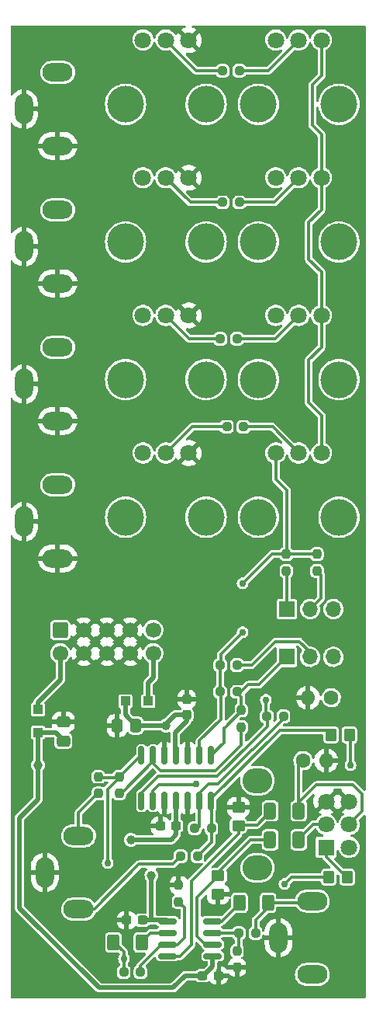
<source format=gbl>
G04 #@! TF.GenerationSoftware,KiCad,Pcbnew,6.0.5-a6ca702e91~116~ubuntu22.04.1*
G04 #@! TF.CreationDate,2022-06-02T14:51:50-07:00*
G04 #@! TF.ProjectId,HEAR,48454152-2e6b-4696-9361-645f70636258,2.1*
G04 #@! TF.SameCoordinates,Original*
G04 #@! TF.FileFunction,Copper,L2,Bot*
G04 #@! TF.FilePolarity,Positive*
%FSLAX46Y46*%
G04 Gerber Fmt 4.6, Leading zero omitted, Abs format (unit mm)*
G04 Created by KiCad (PCBNEW 6.0.5-a6ca702e91~116~ubuntu22.04.1) date 2022-06-02 14:51:50*
%MOMM*%
%LPD*%
G01*
G04 APERTURE LIST*
G04 Aperture macros list*
%AMRoundRect*
0 Rectangle with rounded corners*
0 $1 Rounding radius*
0 $2 $3 $4 $5 $6 $7 $8 $9 X,Y pos of 4 corners*
0 Add a 4 corners polygon primitive as box body*
4,1,4,$2,$3,$4,$5,$6,$7,$8,$9,$2,$3,0*
0 Add four circle primitives for the rounded corners*
1,1,$1+$1,$2,$3*
1,1,$1+$1,$4,$5*
1,1,$1+$1,$6,$7*
1,1,$1+$1,$8,$9*
0 Add four rect primitives between the rounded corners*
20,1,$1+$1,$2,$3,$4,$5,0*
20,1,$1+$1,$4,$5,$6,$7,0*
20,1,$1+$1,$6,$7,$8,$9,0*
20,1,$1+$1,$8,$9,$2,$3,0*%
G04 Aperture macros list end*
G04 #@! TA.AperFunction,SMDPad,CuDef*
%ADD10R,1.000000X1.000000*%
G04 #@! TD*
G04 #@! TA.AperFunction,ComponentPad*
%ADD11O,3.300000X2.000000*%
G04 #@! TD*
G04 #@! TA.AperFunction,ComponentPad*
%ADD12O,2.000000X3.300000*%
G04 #@! TD*
G04 #@! TA.AperFunction,WasherPad*
%ADD13C,4.000000*%
G04 #@! TD*
G04 #@! TA.AperFunction,ComponentPad*
%ADD14C,1.800000*%
G04 #@! TD*
G04 #@! TA.AperFunction,ComponentPad*
%ADD15O,3.240000X2.720000*%
G04 #@! TD*
G04 #@! TA.AperFunction,ComponentPad*
%ADD16R,1.800000X1.800000*%
G04 #@! TD*
G04 #@! TA.AperFunction,SMDPad,CuDef*
%ADD17RoundRect,0.250000X0.337500X0.475000X-0.337500X0.475000X-0.337500X-0.475000X0.337500X-0.475000X0*%
G04 #@! TD*
G04 #@! TA.AperFunction,SMDPad,CuDef*
%ADD18RoundRect,0.250000X-0.475000X0.337500X-0.475000X-0.337500X0.475000X-0.337500X0.475000X0.337500X0*%
G04 #@! TD*
G04 #@! TA.AperFunction,SMDPad,CuDef*
%ADD19RoundRect,0.237500X0.237500X-0.300000X0.237500X0.300000X-0.237500X0.300000X-0.237500X-0.300000X0*%
G04 #@! TD*
G04 #@! TA.AperFunction,SMDPad,CuDef*
%ADD20RoundRect,0.237500X-0.300000X-0.237500X0.300000X-0.237500X0.300000X0.237500X-0.300000X0.237500X0*%
G04 #@! TD*
G04 #@! TA.AperFunction,SMDPad,CuDef*
%ADD21RoundRect,0.237500X0.300000X0.237500X-0.300000X0.237500X-0.300000X-0.237500X0.300000X-0.237500X0*%
G04 #@! TD*
G04 #@! TA.AperFunction,SMDPad,CuDef*
%ADD22RoundRect,0.237500X-0.250000X-0.237500X0.250000X-0.237500X0.250000X0.237500X-0.250000X0.237500X0*%
G04 #@! TD*
G04 #@! TA.AperFunction,SMDPad,CuDef*
%ADD23RoundRect,0.237500X-0.237500X0.250000X-0.237500X-0.250000X0.237500X-0.250000X0.237500X0.250000X0*%
G04 #@! TD*
G04 #@! TA.AperFunction,SMDPad,CuDef*
%ADD24RoundRect,0.237500X0.237500X-0.250000X0.237500X0.250000X-0.237500X0.250000X-0.237500X-0.250000X0*%
G04 #@! TD*
G04 #@! TA.AperFunction,SMDPad,CuDef*
%ADD25RoundRect,0.237500X0.250000X0.237500X-0.250000X0.237500X-0.250000X-0.237500X0.250000X-0.237500X0*%
G04 #@! TD*
G04 #@! TA.AperFunction,SMDPad,CuDef*
%ADD26RoundRect,0.150000X-0.150000X0.825000X-0.150000X-0.825000X0.150000X-0.825000X0.150000X0.825000X0*%
G04 #@! TD*
G04 #@! TA.AperFunction,ComponentPad*
%ADD27RoundRect,0.250000X-0.600000X0.600000X-0.600000X-0.600000X0.600000X-0.600000X0.600000X0.600000X0*%
G04 #@! TD*
G04 #@! TA.AperFunction,ComponentPad*
%ADD28C,1.700000*%
G04 #@! TD*
G04 #@! TA.AperFunction,SMDPad,CuDef*
%ADD29RoundRect,0.250000X0.412500X0.650000X-0.412500X0.650000X-0.412500X-0.650000X0.412500X-0.650000X0*%
G04 #@! TD*
G04 #@! TA.AperFunction,SMDPad,CuDef*
%ADD30RoundRect,0.250000X-0.400000X-0.625000X0.400000X-0.625000X0.400000X0.625000X-0.400000X0.625000X0*%
G04 #@! TD*
G04 #@! TA.AperFunction,ComponentPad*
%ADD31R,1.700000X1.700000*%
G04 #@! TD*
G04 #@! TA.AperFunction,ComponentPad*
%ADD32O,1.700000X1.700000*%
G04 #@! TD*
G04 #@! TA.AperFunction,SMDPad,CuDef*
%ADD33RoundRect,0.250000X0.350000X0.450000X-0.350000X0.450000X-0.350000X-0.450000X0.350000X-0.450000X0*%
G04 #@! TD*
G04 #@! TA.AperFunction,SMDPad,CuDef*
%ADD34RoundRect,0.250000X0.450000X-0.350000X0.450000X0.350000X-0.450000X0.350000X-0.450000X-0.350000X0*%
G04 #@! TD*
G04 #@! TA.AperFunction,SMDPad,CuDef*
%ADD35RoundRect,0.250000X-0.450000X0.350000X-0.450000X-0.350000X0.450000X-0.350000X0.450000X0.350000X0*%
G04 #@! TD*
G04 #@! TA.AperFunction,SMDPad,CuDef*
%ADD36RoundRect,0.150000X0.825000X0.150000X-0.825000X0.150000X-0.825000X-0.150000X0.825000X-0.150000X0*%
G04 #@! TD*
G04 #@! TA.AperFunction,ComponentPad*
%ADD37C,1.600000*%
G04 #@! TD*
G04 #@! TA.AperFunction,ComponentPad*
%ADD38O,1.600000X1.600000*%
G04 #@! TD*
G04 #@! TA.AperFunction,SMDPad,CuDef*
%ADD39RoundRect,0.250000X0.400000X0.625000X-0.400000X0.625000X-0.400000X-0.625000X0.400000X-0.625000X0*%
G04 #@! TD*
G04 #@! TA.AperFunction,ViaPad*
%ADD40C,1.000000*%
G04 #@! TD*
G04 #@! TA.AperFunction,ViaPad*
%ADD41C,0.762000*%
G04 #@! TD*
G04 #@! TA.AperFunction,Conductor*
%ADD42C,0.500000*%
G04 #@! TD*
G04 #@! TA.AperFunction,Conductor*
%ADD43C,0.333000*%
G04 #@! TD*
G04 APERTURE END LIST*
D10*
X17526000Y-100350000D03*
X17526000Y-102850000D03*
X27071000Y-99441000D03*
X29571000Y-99441000D03*
D11*
X19685000Y-53911000D03*
D12*
X15985000Y-49911000D03*
D11*
X19685000Y-45911000D03*
D13*
X41600000Y-79400000D03*
X50400000Y-79400000D03*
D14*
X43500000Y-72400000D03*
X46000000Y-72400000D03*
X48500000Y-72400000D03*
D11*
X19685000Y-38925000D03*
D12*
X15985000Y-34925000D03*
D11*
X19685000Y-30925000D03*
X19685000Y-68897000D03*
D12*
X15985000Y-64897000D03*
D11*
X19685000Y-60897000D03*
D13*
X27100000Y-34400000D03*
X35900000Y-34400000D03*
D14*
X29000000Y-27400000D03*
X31500000Y-27400000D03*
X34000000Y-27400000D03*
D13*
X41600000Y-49400000D03*
X50400000Y-49400000D03*
D14*
X43500000Y-42400000D03*
X46000000Y-42400000D03*
X48500000Y-42400000D03*
D13*
X50400000Y-64400000D03*
X41600000Y-64400000D03*
D14*
X43500000Y-57400000D03*
X46000000Y-57400000D03*
X48500000Y-57400000D03*
D15*
X41503600Y-117616800D03*
X41503600Y-108116800D03*
D16*
X49003600Y-115366800D03*
D14*
X49003600Y-112866800D03*
X49003600Y-110366800D03*
X51503600Y-115366800D03*
X51503600Y-112866800D03*
X51503600Y-110366800D03*
D13*
X35900000Y-64400000D03*
X27100000Y-64400000D03*
D14*
X29000000Y-57400000D03*
X31500000Y-57400000D03*
X34000000Y-57400000D03*
D11*
X21971000Y-122110000D03*
D12*
X18271000Y-118110000D03*
D11*
X21971000Y-114110000D03*
D13*
X27100000Y-49400000D03*
X35900000Y-49400000D03*
D14*
X29000000Y-42400000D03*
X31500000Y-42400000D03*
X34000000Y-42400000D03*
D13*
X27100000Y-79400000D03*
X35900000Y-79400000D03*
D14*
X29000000Y-72400000D03*
X31500000Y-72400000D03*
X34000000Y-72400000D03*
D13*
X50400000Y-34400000D03*
X41600000Y-34400000D03*
D14*
X43500000Y-27400000D03*
X46000000Y-27400000D03*
X48500000Y-27400000D03*
D11*
X19685000Y-83883000D03*
D12*
X15985000Y-79883000D03*
D11*
X19685000Y-75883000D03*
X47498000Y-129222000D03*
D12*
X43798000Y-125222000D03*
D11*
X47498000Y-121222000D03*
D17*
X28215500Y-102108000D03*
X26140500Y-102108000D03*
D18*
X20320000Y-101705500D03*
X20320000Y-103780500D03*
D19*
X33782000Y-100938500D03*
X33782000Y-99213500D03*
D20*
X30887500Y-113030000D03*
X32612500Y-113030000D03*
D21*
X28929500Y-123317000D03*
X27204500Y-123317000D03*
X37235300Y-129336800D03*
X35510300Y-129336800D03*
D22*
X37441500Y-98425000D03*
X39266500Y-98425000D03*
D23*
X48006000Y-83415500D03*
X48006000Y-85240500D03*
X44653200Y-83415500D03*
X44653200Y-85240500D03*
X39751000Y-100433500D03*
X39751000Y-102258500D03*
D22*
X42521500Y-101092000D03*
X44346500Y-101092000D03*
D24*
X26416000Y-109497500D03*
X26416000Y-107672500D03*
D22*
X34647500Y-113284000D03*
X36472500Y-113284000D03*
D23*
X24130000Y-107672500D03*
X24130000Y-109497500D03*
D25*
X34948500Y-116332000D03*
X33123500Y-116332000D03*
D26*
X28829000Y-105348000D03*
X30099000Y-105348000D03*
X31369000Y-105348000D03*
X32639000Y-105348000D03*
X33909000Y-105348000D03*
X35179000Y-105348000D03*
X36449000Y-105348000D03*
X36449000Y-110298000D03*
X35179000Y-110298000D03*
X33909000Y-110298000D03*
X32639000Y-110298000D03*
X31369000Y-110298000D03*
X30099000Y-110298000D03*
X28829000Y-110298000D03*
D27*
X19964400Y-91694000D03*
D28*
X19964400Y-94234000D03*
X22504400Y-91694000D03*
X22504400Y-94234000D03*
X25044400Y-91694000D03*
X25044400Y-94234000D03*
X27584400Y-91694000D03*
X27584400Y-94234000D03*
X30124400Y-91694000D03*
X30124400Y-94234000D03*
D22*
X38152700Y-69545200D03*
X39977700Y-69545200D03*
D29*
X46012500Y-111404400D03*
X42887500Y-111404400D03*
D30*
X25780400Y-125730000D03*
X28880400Y-125730000D03*
D29*
X46012500Y-114554000D03*
X42887500Y-114554000D03*
D31*
X44704000Y-94615000D03*
D32*
X47244000Y-94615000D03*
X49784000Y-94615000D03*
D24*
X39268400Y-128471300D03*
X39268400Y-126646300D03*
D33*
X51292000Y-118618000D03*
X49292000Y-118618000D03*
D22*
X37441500Y-59944000D03*
X39266500Y-59944000D03*
D34*
X37211000Y-120481600D03*
X37211000Y-118481600D03*
D35*
X39420800Y-111014000D03*
X39420800Y-113014000D03*
D33*
X51546000Y-103124000D03*
X49546000Y-103124000D03*
D23*
X32893000Y-119483500D03*
X32893000Y-121308500D03*
D36*
X36612600Y-123418600D03*
X36612600Y-124688600D03*
X36612600Y-125958600D03*
X36612600Y-127228600D03*
X31662600Y-127228600D03*
X31662600Y-125958600D03*
X31662600Y-124688600D03*
X31662600Y-123418600D03*
D37*
X46482000Y-105918000D03*
D38*
X49022000Y-105918000D03*
D31*
X44719000Y-89408000D03*
D32*
X47259000Y-89408000D03*
X49799000Y-89408000D03*
D25*
X41298500Y-124714000D03*
X39473500Y-124714000D03*
D39*
X42647200Y-121412000D03*
X39547200Y-121412000D03*
D22*
X26900500Y-128981200D03*
X28725500Y-128981200D03*
X37441500Y-95504000D03*
X39266500Y-95504000D03*
X37695500Y-45085000D03*
X39520500Y-45085000D03*
X37695500Y-30734000D03*
X39520500Y-30734000D03*
D37*
X49559000Y-99060000D03*
D38*
X47019000Y-99060000D03*
D40*
X28956000Y-112268000D03*
X31089600Y-119583200D03*
X29921200Y-118414800D03*
X31496000Y-102108000D03*
X27686000Y-114554000D03*
X17526000Y-106426000D03*
D41*
X42418000Y-99314000D03*
X26924000Y-127508000D03*
X39878000Y-91948000D03*
X39878000Y-86614000D03*
X34798000Y-108458000D03*
X51663600Y-106426000D03*
X25146000Y-117094000D03*
X44450000Y-119380000D03*
D42*
X31496000Y-102108000D02*
X28215500Y-102108000D01*
X28215500Y-102108000D02*
X27071000Y-100963500D01*
X27071000Y-100963500D02*
X27071000Y-99441000D01*
X31496000Y-102108000D02*
X31496000Y-101981000D01*
X31496000Y-101981000D02*
X32538500Y-100938500D01*
X32538500Y-100938500D02*
X33782000Y-100938500D01*
X33782000Y-101600000D02*
X32512000Y-102870000D01*
X33782000Y-100938500D02*
X33782000Y-101600000D01*
X32512000Y-102870000D02*
X32512000Y-105221000D01*
X32512000Y-105221000D02*
X32639000Y-105348000D01*
X19964400Y-94234000D02*
X19964400Y-97139600D01*
X19964400Y-97139600D02*
X17526000Y-99578000D01*
X17526000Y-99578000D02*
X17526000Y-100350000D01*
X29571000Y-99441000D02*
X29571000Y-97429000D01*
X29571000Y-97429000D02*
X30124400Y-96875600D01*
X30124400Y-96875600D02*
X30124400Y-94234000D01*
X20320000Y-103693000D02*
X19477000Y-102850000D01*
X19477000Y-102850000D02*
X17526000Y-102850000D01*
X17526000Y-102850000D02*
X17526000Y-106426000D01*
D43*
X49003600Y-112866800D02*
X47612200Y-112866800D01*
X47612200Y-112866800D02*
X45925000Y-114554000D01*
X34925000Y-125095000D02*
X35788600Y-125958600D01*
X42975000Y-114554000D02*
X40767000Y-114554000D01*
X37211000Y-118569100D02*
X34925000Y-120855100D01*
X37211000Y-118110000D02*
X37211000Y-118569100D01*
X34925000Y-120855100D02*
X34925000Y-125095000D01*
X35788600Y-125958600D02*
X36612600Y-125958600D01*
X40767000Y-114554000D02*
X37211000Y-118110000D01*
X34290000Y-125984000D02*
X34290000Y-119042649D01*
X39420800Y-113911849D02*
X39420800Y-112926500D01*
X41452900Y-112926500D02*
X42975000Y-111404400D01*
X33045400Y-127228600D02*
X34290000Y-125984000D01*
X39420800Y-112926500D02*
X41452900Y-112926500D01*
X34290000Y-119042649D02*
X39420800Y-113911849D01*
X31662600Y-127228600D02*
X33045400Y-127228600D01*
D42*
X29845000Y-123317000D02*
X28842000Y-123317000D01*
X31561000Y-123317000D02*
X29845000Y-123317000D01*
X31662600Y-123418600D02*
X31561000Y-123317000D01*
X29921200Y-118414800D02*
X29921200Y-123240800D01*
X29921200Y-123240800D02*
X29845000Y-123317000D01*
X15494000Y-121970800D02*
X15494000Y-112166400D01*
X24206200Y-130683000D02*
X32283400Y-130683000D01*
X36612600Y-127228600D02*
X36612600Y-128322000D01*
X27686000Y-114554000D02*
X32054250Y-114554000D01*
X32639000Y-113003500D02*
X32612500Y-113030000D01*
X32612500Y-113995750D02*
X32612500Y-113030000D01*
X32639000Y-110298000D02*
X32639000Y-113003500D01*
X15494000Y-121970800D02*
X24206200Y-130683000D01*
X33629600Y-129336800D02*
X35597800Y-129336800D01*
X17526000Y-110134400D02*
X15494000Y-112166400D01*
X36612600Y-128322000D02*
X35597800Y-129336800D01*
X32283400Y-130683000D02*
X33629600Y-129336800D01*
X17526000Y-106426000D02*
X17526000Y-110134400D01*
X32054250Y-114554000D02*
X32612500Y-113995750D01*
D43*
X40513000Y-97663000D02*
X39751000Y-98425000D01*
X37846000Y-103951000D02*
X37846000Y-102362000D01*
X37846000Y-102362000D02*
X37910000Y-102362000D01*
X39751000Y-98997000D02*
X39179000Y-98425000D01*
X39751000Y-100521000D02*
X39751000Y-98997000D01*
X41656000Y-97663000D02*
X40640000Y-97663000D01*
X40640000Y-97663000D02*
X40513000Y-97663000D01*
X37910000Y-102362000D02*
X39751000Y-100521000D01*
X39751000Y-98425000D02*
X39179000Y-98425000D01*
X36449000Y-105348000D02*
X37846000Y-103951000D01*
X44704000Y-94615000D02*
X41656000Y-97663000D01*
X39433000Y-30734000D02*
X42666000Y-30734000D01*
X42666000Y-30734000D02*
X46000000Y-27400000D01*
X44653200Y-85240500D02*
X44719000Y-85306300D01*
X37126872Y-107645200D02*
X40662110Y-104109962D01*
X42418000Y-100901000D02*
X42609000Y-101092000D01*
X28829000Y-109448600D02*
X30632400Y-107645200D01*
X40662110Y-104109962D02*
X40670038Y-104109962D01*
X28829000Y-110298000D02*
X28829000Y-109448600D01*
X40670038Y-104109962D02*
X42609000Y-102171000D01*
X42609000Y-102171000D02*
X42609000Y-101092000D01*
X42418000Y-99314000D02*
X42418000Y-100901000D01*
X30632400Y-107645200D02*
X37126872Y-107645200D01*
X44719000Y-85306300D02*
X44719000Y-89408000D01*
X40894000Y-95504000D02*
X39179000Y-95504000D01*
X46101000Y-92964000D02*
X43434000Y-92964000D01*
X47244000Y-94615000D02*
X47244000Y-94107000D01*
X43434000Y-92964000D02*
X40894000Y-95504000D01*
X47244000Y-94107000D02*
X46101000Y-92964000D01*
X33123500Y-116332000D02*
X32234500Y-117221000D01*
X28575000Y-117221000D02*
X23686000Y-122110000D01*
X23686000Y-122110000D02*
X21971000Y-122110000D01*
X32234500Y-117221000D02*
X28575000Y-117221000D01*
X21971000Y-111569000D02*
X21971000Y-114110000D01*
X24130000Y-109410000D02*
X21971000Y-111569000D01*
X39433000Y-45085000D02*
X43315000Y-45085000D01*
X43315000Y-45085000D02*
X46000000Y-42400000D01*
X30911800Y-106984800D02*
X36957808Y-106984800D01*
X30099000Y-106172000D02*
X30911800Y-106984800D01*
X30099000Y-105348000D02*
X30099000Y-106172000D01*
X39751000Y-104191608D02*
X39751000Y-102171000D01*
X30099000Y-106045000D02*
X26734000Y-109410000D01*
X26734000Y-109410000D02*
X26416000Y-109410000D01*
X36957808Y-106984800D02*
X39751000Y-104191608D01*
X30099000Y-105348000D02*
X30099000Y-106045000D01*
X39179000Y-59944000D02*
X43456000Y-59944000D01*
X43456000Y-59944000D02*
X46000000Y-57400000D01*
X39890200Y-69545200D02*
X43145200Y-69545200D01*
X43145200Y-69545200D02*
X46000000Y-72400000D01*
X26924000Y-126786100D02*
X25867900Y-125730000D01*
X26900500Y-128981200D02*
X26900500Y-127531500D01*
X26900500Y-127531500D02*
X26924000Y-127508000D01*
X26924000Y-127508000D02*
X26924000Y-126786100D01*
X42672000Y-121920000D02*
X41298500Y-123293500D01*
X47308000Y-121412000D02*
X42559700Y-121412000D01*
X41298500Y-123293500D02*
X41298500Y-124714000D01*
X42672000Y-121524300D02*
X42672000Y-121920000D01*
X42559700Y-121412000D02*
X42672000Y-121524300D01*
X47498000Y-121222000D02*
X47308000Y-121412000D01*
X35179000Y-110298000D02*
X35179000Y-109474000D01*
X37211000Y-108458000D02*
X37259480Y-108409520D01*
X36195000Y-108458000D02*
X37211000Y-108458000D01*
X35179000Y-110298000D02*
X35179000Y-113094000D01*
X44259000Y-101410000D02*
X44259000Y-101092000D01*
X37259480Y-108409520D02*
X37259481Y-108342055D01*
X40905055Y-104696481D02*
X40972519Y-104696481D01*
X37259481Y-108342055D02*
X40905055Y-104696481D01*
X40972519Y-104696481D02*
X44259000Y-101410000D01*
X35179000Y-113094000D02*
X34735000Y-113538000D01*
X35179000Y-109474000D02*
X36195000Y-108458000D01*
X48412400Y-88254600D02*
X47259000Y-89408000D01*
X48412400Y-85711800D02*
X48412400Y-88254600D01*
X36612600Y-124688600D02*
X39448100Y-124688600D01*
X39448100Y-124688600D02*
X39473500Y-124714000D01*
X39473500Y-126441200D02*
X39268400Y-126646300D01*
X39473500Y-124714000D02*
X39473500Y-126441200D01*
X31662600Y-125958600D02*
X32791400Y-125958600D01*
X31013400Y-125958600D02*
X28725500Y-128246500D01*
X32791400Y-125958600D02*
X33528000Y-125222000D01*
X28725500Y-128246500D02*
X28725500Y-128981200D01*
X31662600Y-125958600D02*
X31013400Y-125958600D01*
X33528000Y-125222000D02*
X33528000Y-121943500D01*
X33528000Y-121943500D02*
X32893000Y-121308500D01*
X34185000Y-45085000D02*
X37783000Y-45085000D01*
X31500000Y-42400000D02*
X34185000Y-45085000D01*
X34834000Y-30734000D02*
X37783000Y-30734000D01*
X31500000Y-27400000D02*
X34834000Y-30734000D01*
X31500000Y-57400000D02*
X34044000Y-59944000D01*
X34044000Y-59944000D02*
X37529000Y-59944000D01*
X34354800Y-69545200D02*
X38240200Y-69545200D01*
X31500000Y-72400000D02*
X34354800Y-69545200D01*
X36612600Y-123418600D02*
X37628100Y-123418600D01*
X37628100Y-123418600D02*
X39634700Y-121412000D01*
X29834300Y-124688600D02*
X28792900Y-125730000D01*
X31662600Y-124688600D02*
X29834300Y-124688600D01*
X37465000Y-95568000D02*
X37465000Y-97911400D01*
X37490400Y-95465400D02*
X37529000Y-95504000D01*
X48500000Y-31256000D02*
X47498000Y-32258000D01*
X48514000Y-68453000D02*
X48500000Y-68467000D01*
X35179000Y-103759000D02*
X35179000Y-105348000D01*
X47498000Y-36703000D02*
X48500000Y-37705000D01*
X48500000Y-45861000D02*
X47117000Y-47244000D01*
X37529000Y-101409000D02*
X35179000Y-103759000D01*
X48500000Y-57400000D02*
X48500000Y-60847000D01*
X37490400Y-94335600D02*
X37490400Y-95465400D01*
X37465000Y-97911400D02*
X37529000Y-97975400D01*
X48514000Y-52705000D02*
X48500000Y-52719000D01*
X47498000Y-32258000D02*
X47498000Y-36703000D01*
X48514000Y-68326000D02*
X48514000Y-68453000D01*
X48500000Y-37705000D02*
X48500000Y-42400000D01*
X48500000Y-60847000D02*
X47117000Y-62230000D01*
X47117000Y-66929000D02*
X48514000Y-68326000D01*
X47117000Y-62230000D02*
X47117000Y-66929000D01*
X48500000Y-42400000D02*
X48500000Y-45861000D01*
X37529000Y-97975400D02*
X37529000Y-101409000D01*
X47117000Y-51308000D02*
X48514000Y-52705000D01*
X39878000Y-91948000D02*
X37490400Y-94335600D01*
X48500000Y-27400000D02*
X48500000Y-31256000D01*
X48500000Y-68467000D02*
X48500000Y-72400000D01*
X37529000Y-95504000D02*
X37465000Y-95568000D01*
X47117000Y-47244000D02*
X47117000Y-51308000D01*
X48500000Y-52719000D02*
X48500000Y-57400000D01*
X43500000Y-72400000D02*
X43500000Y-75250000D01*
X34798000Y-108458000D02*
X34671000Y-108585000D01*
X44704000Y-83364700D02*
X44653200Y-83415500D01*
X44704000Y-76454000D02*
X44704000Y-83364700D01*
X43076500Y-83415500D02*
X44653200Y-83415500D01*
X30734000Y-108585000D02*
X30099000Y-109220000D01*
X39878000Y-86614000D02*
X43076500Y-83415500D01*
X43500000Y-75250000D02*
X44704000Y-76454000D01*
X48006000Y-83415500D02*
X44653200Y-83415500D01*
X34671000Y-108585000D02*
X30734000Y-108585000D01*
X30099000Y-109220000D02*
X30099000Y-110298000D01*
X52959000Y-109601000D02*
X51943000Y-108585000D01*
X51943000Y-108585000D02*
X47957000Y-108585000D01*
X45945000Y-111384400D02*
X45945000Y-106455000D01*
X45945000Y-106455000D02*
X46482000Y-105918000D01*
X52959000Y-111411400D02*
X52959000Y-109601000D01*
X47957000Y-108585000D02*
X45925000Y-110617000D01*
X45925000Y-111404400D02*
X45945000Y-111384400D01*
X51503600Y-112866800D02*
X52959000Y-111411400D01*
X45925000Y-110617000D02*
X45925000Y-111404400D01*
X51204500Y-118618000D02*
X49003600Y-116417100D01*
X49003600Y-116417100D02*
X49003600Y-115366800D01*
X51663600Y-106426000D02*
X51663600Y-103241600D01*
X51663600Y-103241600D02*
X51546000Y-103124000D01*
X26416000Y-107760000D02*
X24130000Y-107760000D01*
X28804600Y-105372400D02*
X28829000Y-105348000D01*
X26416000Y-107696000D02*
X26416000Y-107760000D01*
X44450000Y-119380000D02*
X45212000Y-118618000D01*
X28803600Y-105372400D02*
X28804600Y-105372400D01*
X25146000Y-117094000D02*
X25146000Y-109030000D01*
X28829000Y-105348000D02*
X28764000Y-105348000D01*
X45212000Y-118618000D02*
X49379500Y-118618000D01*
X25146000Y-109030000D02*
X26416000Y-107760000D01*
X28764000Y-105348000D02*
X26416000Y-107696000D01*
X36472500Y-110321500D02*
X36449000Y-110298000D01*
X43942000Y-102616000D02*
X36449000Y-110109000D01*
X36472500Y-113284000D02*
X36472500Y-114808000D01*
X36449000Y-110109000D02*
X36449000Y-110298000D01*
X36472500Y-114808000D02*
X34948500Y-116332000D01*
X49546000Y-103124000D02*
X49038000Y-102616000D01*
X49038000Y-102616000D02*
X43942000Y-102616000D01*
X36472500Y-113284000D02*
X36472500Y-110321500D01*
G04 #@! TA.AperFunction,Conductor*
G36*
X33618865Y-25826902D02*
G01*
X33665358Y-25880558D01*
X33675462Y-25950832D01*
X33645968Y-26015412D01*
X33589889Y-26052665D01*
X33457426Y-26095961D01*
X33447916Y-26099958D01*
X33251725Y-26202089D01*
X33243007Y-26207578D01*
X33213961Y-26229386D01*
X33205508Y-26240711D01*
X33212251Y-26253040D01*
X33987189Y-27027979D01*
X34001132Y-27035592D01*
X34002966Y-27035461D01*
X34009580Y-27031210D01*
X34788994Y-26251795D01*
X34796011Y-26238944D01*
X34788237Y-26228274D01*
X34785902Y-26226430D01*
X34777320Y-26220729D01*
X34583678Y-26113833D01*
X34574276Y-26109607D01*
X34410674Y-26051673D01*
X34353138Y-26010079D01*
X34327222Y-25943981D01*
X34341156Y-25874365D01*
X34390515Y-25823334D01*
X34452734Y-25806900D01*
X53194300Y-25806900D01*
X53262421Y-25826902D01*
X53308914Y-25880558D01*
X53320300Y-25932900D01*
X53320300Y-109062726D01*
X53300298Y-109130847D01*
X53246642Y-109177340D01*
X53176368Y-109187444D01*
X53111788Y-109157950D01*
X53105205Y-109151821D01*
X52193542Y-108240158D01*
X52172484Y-108229428D01*
X52155633Y-108219101D01*
X52144537Y-108211040D01*
X52144535Y-108211039D01*
X52136512Y-108205210D01*
X52114040Y-108197909D01*
X52095774Y-108190343D01*
X52092982Y-108188920D01*
X52074718Y-108179614D01*
X52051374Y-108175917D01*
X52032150Y-108171301D01*
X52019113Y-108167065D01*
X52009680Y-108164000D01*
X47890320Y-108164000D01*
X47880887Y-108167065D01*
X47867850Y-108171301D01*
X47848626Y-108175917D01*
X47825282Y-108179614D01*
X47807019Y-108188920D01*
X47804226Y-108190343D01*
X47785960Y-108197909D01*
X47763488Y-108205210D01*
X47755465Y-108211039D01*
X47755463Y-108211040D01*
X47744367Y-108219101D01*
X47727516Y-108229428D01*
X47706458Y-108240158D01*
X46581095Y-109365521D01*
X46518783Y-109399547D01*
X46447968Y-109394482D01*
X46391132Y-109351935D01*
X46366321Y-109285415D01*
X46366000Y-109276426D01*
X46366000Y-107101266D01*
X46386002Y-107033145D01*
X46439658Y-106986652D01*
X46482333Y-106975637D01*
X46659856Y-106961977D01*
X46659860Y-106961976D01*
X46665998Y-106961504D01*
X46865178Y-106905892D01*
X46870682Y-106903112D01*
X46870684Y-106903111D01*
X47044262Y-106815431D01*
X47044264Y-106815430D01*
X47049763Y-106812652D01*
X47212722Y-106685334D01*
X47216748Y-106680670D01*
X47216751Y-106680667D01*
X47343819Y-106533457D01*
X47343820Y-106533455D01*
X47347848Y-106528789D01*
X47408478Y-106422061D01*
X47446950Y-106354340D01*
X47446952Y-106354336D01*
X47449995Y-106348979D01*
X47451940Y-106343131D01*
X47451943Y-106343125D01*
X47502058Y-106192473D01*
X47542539Y-106134149D01*
X47608127Y-106106969D01*
X47677998Y-106119564D01*
X47729967Y-106167934D01*
X47743323Y-106199634D01*
X47786764Y-106361761D01*
X47790510Y-106372053D01*
X47882586Y-106569511D01*
X47888069Y-106579007D01*
X48013028Y-106757467D01*
X48020084Y-106765875D01*
X48174125Y-106919916D01*
X48182533Y-106926972D01*
X48360993Y-107051931D01*
X48370489Y-107057414D01*
X48567947Y-107149490D01*
X48578239Y-107153236D01*
X48750503Y-107199394D01*
X48764599Y-107199058D01*
X48768000Y-107191116D01*
X48768000Y-107185967D01*
X49276000Y-107185967D01*
X49279973Y-107199498D01*
X49288522Y-107200727D01*
X49465761Y-107153236D01*
X49476053Y-107149490D01*
X49673511Y-107057414D01*
X49683007Y-107051931D01*
X49861467Y-106926972D01*
X49869875Y-106919916D01*
X50023916Y-106765875D01*
X50030972Y-106757467D01*
X50155931Y-106579007D01*
X50161414Y-106569511D01*
X50253490Y-106372053D01*
X50257236Y-106361761D01*
X50303394Y-106189497D01*
X50303058Y-106175401D01*
X50295116Y-106172000D01*
X49294115Y-106172000D01*
X49278876Y-106176475D01*
X49277671Y-106177865D01*
X49276000Y-106185548D01*
X49276000Y-107185967D01*
X48768000Y-107185967D01*
X48768000Y-105645885D01*
X49276000Y-105645885D01*
X49280475Y-105661124D01*
X49281865Y-105662329D01*
X49289548Y-105664000D01*
X50289967Y-105664000D01*
X50303498Y-105660027D01*
X50304727Y-105651478D01*
X50257236Y-105474239D01*
X50253490Y-105463947D01*
X50161414Y-105266489D01*
X50155931Y-105256993D01*
X50030972Y-105078533D01*
X50023916Y-105070125D01*
X49869875Y-104916084D01*
X49861467Y-104909028D01*
X49683007Y-104784069D01*
X49673511Y-104778586D01*
X49476053Y-104686510D01*
X49465761Y-104682764D01*
X49293497Y-104636606D01*
X49279401Y-104636942D01*
X49276000Y-104644884D01*
X49276000Y-105645885D01*
X48768000Y-105645885D01*
X48768000Y-104650033D01*
X48764027Y-104636502D01*
X48755478Y-104635273D01*
X48578239Y-104682764D01*
X48567947Y-104686510D01*
X48370489Y-104778586D01*
X48360993Y-104784069D01*
X48182533Y-104909028D01*
X48174125Y-104916084D01*
X48020084Y-105070125D01*
X48013028Y-105078533D01*
X47888069Y-105256993D01*
X47882586Y-105266489D01*
X47790510Y-105463947D01*
X47786765Y-105474236D01*
X47742704Y-105638673D01*
X47705752Y-105699295D01*
X47641891Y-105730317D01*
X47571397Y-105721888D01*
X47516650Y-105676685D01*
X47500375Y-105642479D01*
X47484717Y-105590614D01*
X47461651Y-105514217D01*
X47381807Y-105364052D01*
X47367459Y-105337067D01*
X47367457Y-105337064D01*
X47364565Y-105331625D01*
X47360674Y-105326855D01*
X47360672Y-105326851D01*
X47237758Y-105176143D01*
X47237755Y-105176140D01*
X47233863Y-105171368D01*
X47226966Y-105165662D01*
X47079271Y-105043478D01*
X47079266Y-105043475D01*
X47074522Y-105039550D01*
X47069103Y-105036620D01*
X47069100Y-105036618D01*
X46898032Y-104944122D01*
X46898027Y-104944120D01*
X46892612Y-104941192D01*
X46695063Y-104880040D01*
X46688938Y-104879396D01*
X46688937Y-104879396D01*
X46495526Y-104859068D01*
X46495524Y-104859068D01*
X46489397Y-104858424D01*
X46363229Y-104869906D01*
X46289591Y-104876607D01*
X46289590Y-104876607D01*
X46283450Y-104877166D01*
X46085066Y-104935554D01*
X46079601Y-104938411D01*
X45907261Y-105028508D01*
X45907257Y-105028511D01*
X45901801Y-105031363D01*
X45740635Y-105160943D01*
X45607708Y-105319360D01*
X45508082Y-105500578D01*
X45445553Y-105697696D01*
X45422501Y-105903206D01*
X45439806Y-106109278D01*
X45441505Y-106115203D01*
X45494367Y-106299555D01*
X45496807Y-106308066D01*
X45499626Y-106313551D01*
X45510066Y-106333865D01*
X45524000Y-106391460D01*
X45524000Y-110156735D01*
X45503998Y-110224856D01*
X45450342Y-110271349D01*
X45442229Y-110274717D01*
X45434259Y-110277705D01*
X45355236Y-110307329D01*
X45348057Y-110312709D01*
X45348054Y-110312711D01*
X45263612Y-110375997D01*
X45239596Y-110393996D01*
X45234215Y-110401176D01*
X45158311Y-110502454D01*
X45158309Y-110502457D01*
X45152929Y-110509636D01*
X45119296Y-110599354D01*
X45115141Y-110610438D01*
X45102202Y-110644952D01*
X45095500Y-110706644D01*
X45095500Y-112102156D01*
X45095869Y-112105552D01*
X45095869Y-112105553D01*
X45098210Y-112127097D01*
X45102202Y-112163848D01*
X45152929Y-112299164D01*
X45158309Y-112306343D01*
X45158311Y-112306346D01*
X45178692Y-112333540D01*
X45239596Y-112414804D01*
X45246776Y-112420185D01*
X45348054Y-112496089D01*
X45348057Y-112496091D01*
X45355236Y-112501471D01*
X45409886Y-112521958D01*
X45483157Y-112549426D01*
X45483159Y-112549426D01*
X45490552Y-112552198D01*
X45498402Y-112553051D01*
X45498403Y-112553051D01*
X45548847Y-112558531D01*
X45552244Y-112558900D01*
X46472756Y-112558900D01*
X46476153Y-112558531D01*
X46526597Y-112553051D01*
X46526598Y-112553051D01*
X46534448Y-112552198D01*
X46541841Y-112549426D01*
X46541843Y-112549426D01*
X46615114Y-112521958D01*
X46669764Y-112501471D01*
X46676943Y-112496091D01*
X46676946Y-112496089D01*
X46778224Y-112420185D01*
X46785404Y-112414804D01*
X46846308Y-112333540D01*
X46866689Y-112306346D01*
X46866691Y-112306343D01*
X46872071Y-112299164D01*
X46922798Y-112163848D01*
X46926791Y-112127097D01*
X46929131Y-112105553D01*
X46929131Y-112105552D01*
X46929500Y-112102156D01*
X46929500Y-110706644D01*
X46922798Y-110644952D01*
X46909860Y-110610438D01*
X46905704Y-110599354D01*
X46872071Y-110509636D01*
X46832917Y-110457392D01*
X46808070Y-110390889D01*
X46823122Y-110321507D01*
X46844649Y-110292735D01*
X47538150Y-109599234D01*
X47600462Y-109565208D01*
X47671277Y-109570273D01*
X47728113Y-109612820D01*
X47752924Y-109679340D01*
X47741533Y-109741379D01*
X47679852Y-109874259D01*
X47676289Y-109883946D01*
X47617181Y-110097080D01*
X47615250Y-110107200D01*
X47591745Y-110327149D01*
X47591493Y-110337438D01*
X47604227Y-110558268D01*
X47605661Y-110568470D01*
X47654285Y-110784239D01*
X47657373Y-110794092D01*
X47740586Y-110999020D01*
X47745234Y-111008221D01*
X47833697Y-111152581D01*
X47844153Y-111162042D01*
X47852931Y-111158258D01*
X48643258Y-110367932D01*
X49368008Y-110367932D01*
X49368139Y-110369766D01*
X49372390Y-110376380D01*
X50149907Y-111153896D01*
X50161913Y-111160452D01*
X50176474Y-111149328D01*
X50242749Y-111123869D01*
X50312267Y-111138282D01*
X50337498Y-111156020D01*
X50344153Y-111162041D01*
X50352931Y-111158258D01*
X51131579Y-110379611D01*
X51139192Y-110365668D01*
X51139061Y-110363834D01*
X51134810Y-110357220D01*
X50357462Y-109579873D01*
X50345931Y-109573576D01*
X50331753Y-109584684D01*
X50265794Y-109610951D01*
X50196105Y-109597388D01*
X50171819Y-109580972D01*
X50162138Y-109572635D01*
X50152573Y-109577038D01*
X49375621Y-110353989D01*
X49368008Y-110367932D01*
X48643258Y-110367932D01*
X49003600Y-110007590D01*
X49792592Y-109218597D01*
X49799712Y-109205558D01*
X49775993Y-109139364D01*
X49791980Y-109070191D01*
X49842827Y-109020641D01*
X49901778Y-109006000D01*
X50608242Y-109006000D01*
X50676363Y-109026002D01*
X50722856Y-109079658D01*
X50732960Y-109149932D01*
X50709217Y-109207367D01*
X50709109Y-109207512D01*
X50715852Y-109219841D01*
X51773715Y-110277705D01*
X51807741Y-110340017D01*
X51802676Y-110410833D01*
X51773715Y-110455895D01*
X51503600Y-110726010D01*
X50713784Y-111515827D01*
X50707024Y-111528207D01*
X50712305Y-111535261D01*
X50888680Y-111638327D01*
X50897970Y-111642778D01*
X50901338Y-111644064D01*
X50902501Y-111644949D01*
X50902631Y-111645011D01*
X50902618Y-111645038D01*
X50957841Y-111687052D01*
X50982133Y-111753763D01*
X50966502Y-111823018D01*
X50920811Y-111870058D01*
X50827063Y-111925832D01*
X50827060Y-111925834D01*
X50822095Y-111928788D01*
X50817755Y-111932594D01*
X50817751Y-111932597D01*
X50675812Y-112057075D01*
X50662568Y-112068690D01*
X50658993Y-112073225D01*
X50658992Y-112073226D01*
X50552308Y-112208554D01*
X50531207Y-112235320D01*
X50432412Y-112423099D01*
X50420997Y-112459861D01*
X50372873Y-112614846D01*
X50333570Y-112673971D01*
X50268540Y-112702462D01*
X50198431Y-112691272D01*
X50145501Y-112643955D01*
X50131271Y-112611683D01*
X50087605Y-112456853D01*
X50087603Y-112456847D01*
X50086036Y-112451292D01*
X50081349Y-112441786D01*
X49994745Y-112266172D01*
X49992190Y-112260991D01*
X49953096Y-112208637D01*
X49868689Y-112095603D01*
X49868688Y-112095602D01*
X49865236Y-112090979D01*
X49838109Y-112065903D01*
X49713666Y-111950869D01*
X49713663Y-111950867D01*
X49709426Y-111946950D01*
X49580919Y-111865868D01*
X49533981Y-111812602D01*
X49523292Y-111742415D01*
X49552246Y-111677591D01*
X49592723Y-111646156D01*
X49722378Y-111582638D01*
X49731236Y-111577359D01*
X49788697Y-111536372D01*
X49797097Y-111525674D01*
X49790110Y-111512521D01*
X49016411Y-110738821D01*
X49002468Y-110731208D01*
X49000634Y-110731339D01*
X48994020Y-110735590D01*
X48213780Y-111515831D01*
X48207023Y-111528206D01*
X48212304Y-111535261D01*
X48388680Y-111638327D01*
X48397970Y-111642778D01*
X48401338Y-111644064D01*
X48402501Y-111644949D01*
X48402631Y-111645011D01*
X48402618Y-111645038D01*
X48457841Y-111687052D01*
X48482133Y-111753763D01*
X48466502Y-111823018D01*
X48420811Y-111870058D01*
X48327063Y-111925832D01*
X48327060Y-111925834D01*
X48322095Y-111928788D01*
X48317755Y-111932594D01*
X48317751Y-111932597D01*
X48175812Y-112057075D01*
X48162568Y-112068690D01*
X48158993Y-112073225D01*
X48158992Y-112073226D01*
X48052308Y-112208554D01*
X48031207Y-112235320D01*
X48028519Y-112240429D01*
X47955894Y-112378467D01*
X47906474Y-112429440D01*
X47844385Y-112445800D01*
X47545520Y-112445800D01*
X47528617Y-112451292D01*
X47523049Y-112453101D01*
X47503829Y-112457715D01*
X47490281Y-112459861D01*
X47490275Y-112459863D01*
X47480482Y-112461414D01*
X47465470Y-112469063D01*
X47459429Y-112472141D01*
X47441166Y-112479705D01*
X47428120Y-112483944D01*
X47428115Y-112483947D01*
X47418687Y-112487010D01*
X47399560Y-112500907D01*
X47382717Y-112511228D01*
X47361658Y-112521958D01*
X46521021Y-113362595D01*
X46458709Y-113396621D01*
X46431926Y-113399500D01*
X45552244Y-113399500D01*
X45548848Y-113399869D01*
X45548847Y-113399869D01*
X45498403Y-113405349D01*
X45498402Y-113405349D01*
X45490552Y-113406202D01*
X45483159Y-113408974D01*
X45483157Y-113408974D01*
X45469398Y-113414132D01*
X45355236Y-113456929D01*
X45348057Y-113462309D01*
X45348054Y-113462311D01*
X45325941Y-113478884D01*
X45239596Y-113543596D01*
X45234215Y-113550776D01*
X45158311Y-113652054D01*
X45158309Y-113652057D01*
X45152929Y-113659236D01*
X45102202Y-113794552D01*
X45095500Y-113856244D01*
X45095500Y-115251756D01*
X45102202Y-115313448D01*
X45104974Y-115320841D01*
X45104974Y-115320843D01*
X45115223Y-115348181D01*
X45152929Y-115448764D01*
X45158309Y-115455943D01*
X45158311Y-115455946D01*
X45224287Y-115543977D01*
X45239596Y-115564404D01*
X45246776Y-115569785D01*
X45348054Y-115645689D01*
X45348057Y-115645691D01*
X45355236Y-115651071D01*
X45444954Y-115684704D01*
X45483157Y-115699026D01*
X45483159Y-115699026D01*
X45490552Y-115701798D01*
X45498402Y-115702651D01*
X45498403Y-115702651D01*
X45548847Y-115708131D01*
X45552244Y-115708500D01*
X46472756Y-115708500D01*
X46476153Y-115708131D01*
X46526597Y-115702651D01*
X46526598Y-115702651D01*
X46534448Y-115701798D01*
X46541841Y-115699026D01*
X46541843Y-115699026D01*
X46580046Y-115684704D01*
X46669764Y-115651071D01*
X46676943Y-115645691D01*
X46676946Y-115645689D01*
X46778224Y-115569785D01*
X46785404Y-115564404D01*
X46800713Y-115543977D01*
X46866689Y-115455946D01*
X46866691Y-115455943D01*
X46872071Y-115448764D01*
X46909777Y-115348181D01*
X46920026Y-115320843D01*
X46920026Y-115320841D01*
X46922798Y-115313448D01*
X46929500Y-115251756D01*
X46929500Y-114197074D01*
X46949502Y-114128953D01*
X46966405Y-114107979D01*
X47749679Y-113324705D01*
X47811991Y-113290679D01*
X47838774Y-113287800D01*
X47845660Y-113287800D01*
X47913781Y-113307802D01*
X47960086Y-113361049D01*
X47999490Y-113446523D01*
X48121950Y-113619800D01*
X48126084Y-113623827D01*
X48221025Y-113716314D01*
X48273937Y-113767859D01*
X48278733Y-113771064D01*
X48278736Y-113771066D01*
X48373413Y-113834327D01*
X48450360Y-113885741D01*
X48455663Y-113888019D01*
X48455666Y-113888021D01*
X48645311Y-113969499D01*
X48644588Y-113971182D01*
X48696299Y-114006544D01*
X48723934Y-114071942D01*
X48711826Y-114141898D01*
X48663818Y-114194203D01*
X48598756Y-114212301D01*
X48078534Y-114212301D01*
X48042782Y-114219412D01*
X48016474Y-114224644D01*
X48016472Y-114224645D01*
X48004299Y-114227066D01*
X47993979Y-114233961D01*
X47993978Y-114233962D01*
X47959141Y-114257240D01*
X47920116Y-114283316D01*
X47863866Y-114367499D01*
X47849100Y-114441733D01*
X47849101Y-116291866D01*
X47863866Y-116366101D01*
X47870761Y-116376420D01*
X47870762Y-116376422D01*
X47902007Y-116423183D01*
X47920116Y-116450284D01*
X48004299Y-116506534D01*
X48078533Y-116521300D01*
X48503247Y-116521300D01*
X48571368Y-116541302D01*
X48615797Y-116592575D01*
X48616245Y-116592347D01*
X48617168Y-116594158D01*
X48617861Y-116594958D01*
X48618787Y-116597336D01*
X48620745Y-116601179D01*
X48623810Y-116610612D01*
X48629639Y-116618635D01*
X48629640Y-116618637D01*
X48637701Y-116629733D01*
X48648028Y-116646584D01*
X48658758Y-116667642D01*
X49439521Y-117448405D01*
X49473547Y-117510717D01*
X49468482Y-117581532D01*
X49425935Y-117638368D01*
X49359415Y-117663179D01*
X49350426Y-117663500D01*
X48894244Y-117663500D01*
X48890848Y-117663869D01*
X48890847Y-117663869D01*
X48840403Y-117669349D01*
X48840402Y-117669349D01*
X48832552Y-117670202D01*
X48825159Y-117672974D01*
X48825157Y-117672974D01*
X48824453Y-117673238D01*
X48697236Y-117720929D01*
X48690057Y-117726309D01*
X48690054Y-117726311D01*
X48628611Y-117772360D01*
X48581596Y-117807596D01*
X48576215Y-117814776D01*
X48500311Y-117916054D01*
X48500309Y-117916057D01*
X48494929Y-117923236D01*
X48444202Y-118058552D01*
X48443349Y-118066400D01*
X48443349Y-118066402D01*
X48441371Y-118084610D01*
X48414128Y-118150172D01*
X48355764Y-118190597D01*
X48316108Y-118197000D01*
X45145320Y-118197000D01*
X45135887Y-118200065D01*
X45122850Y-118204301D01*
X45103626Y-118208917D01*
X45080282Y-118212614D01*
X45071447Y-118217116D01*
X45071446Y-118217116D01*
X45059226Y-118223343D01*
X45040960Y-118230909D01*
X45018488Y-118238210D01*
X45010465Y-118244039D01*
X45010463Y-118244040D01*
X44999367Y-118252101D01*
X44982516Y-118262428D01*
X44961458Y-118273158D01*
X44527125Y-118707491D01*
X44464813Y-118741517D01*
X44437372Y-118744394D01*
X44376421Y-118744075D01*
X44369042Y-118745847D01*
X44369038Y-118745847D01*
X44234234Y-118778210D01*
X44234230Y-118778211D01*
X44226855Y-118779982D01*
X44090172Y-118850529D01*
X44084450Y-118855521D01*
X44084448Y-118855522D01*
X43995408Y-118933197D01*
X43974262Y-118951644D01*
X43885818Y-119077488D01*
X43883059Y-119084563D01*
X43883058Y-119084566D01*
X43832704Y-119213717D01*
X43829944Y-119220797D01*
X43828952Y-119228330D01*
X43828952Y-119228331D01*
X43811499Y-119360901D01*
X43809867Y-119373296D01*
X43826746Y-119526183D01*
X43829355Y-119533314D01*
X43829356Y-119533316D01*
X43857968Y-119611500D01*
X43879606Y-119670630D01*
X43883842Y-119676933D01*
X43883842Y-119676934D01*
X43961162Y-119791999D01*
X43961165Y-119792002D01*
X43965396Y-119798299D01*
X44079163Y-119901819D01*
X44214338Y-119975213D01*
X44363119Y-120014245D01*
X44442938Y-120015499D01*
X44509318Y-120016542D01*
X44509321Y-120016542D01*
X44516916Y-120016661D01*
X44524320Y-120014965D01*
X44524322Y-120014965D01*
X44593548Y-119999110D01*
X44666849Y-119982322D01*
X44693337Y-119969000D01*
X44797481Y-119916622D01*
X44797484Y-119916620D01*
X44804264Y-119913210D01*
X44921226Y-119813314D01*
X45010983Y-119688403D01*
X45068355Y-119545688D01*
X45090028Y-119393407D01*
X45090104Y-119386156D01*
X45090377Y-119385261D01*
X45090384Y-119385169D01*
X45090405Y-119385171D01*
X45110819Y-119318248D01*
X45127002Y-119298382D01*
X45349479Y-119075905D01*
X45411791Y-119041879D01*
X45438574Y-119039000D01*
X48316108Y-119039000D01*
X48384229Y-119059002D01*
X48430722Y-119112658D01*
X48441371Y-119151390D01*
X48441984Y-119157028D01*
X48444202Y-119177448D01*
X48494929Y-119312764D01*
X48500309Y-119319943D01*
X48500311Y-119319946D01*
X48534651Y-119365765D01*
X48581596Y-119428404D01*
X48588776Y-119433785D01*
X48690054Y-119509689D01*
X48690057Y-119509691D01*
X48697236Y-119515071D01*
X48758851Y-119538169D01*
X48825157Y-119563026D01*
X48825159Y-119563026D01*
X48832552Y-119565798D01*
X48840402Y-119566651D01*
X48840403Y-119566651D01*
X48890847Y-119572131D01*
X48894244Y-119572500D01*
X49689756Y-119572500D01*
X49693153Y-119572131D01*
X49743597Y-119566651D01*
X49743598Y-119566651D01*
X49751448Y-119565798D01*
X49758841Y-119563026D01*
X49758843Y-119563026D01*
X49825149Y-119538169D01*
X49886764Y-119515071D01*
X49893943Y-119509691D01*
X49893946Y-119509689D01*
X49995224Y-119433785D01*
X50002404Y-119428404D01*
X50049349Y-119365765D01*
X50083689Y-119319946D01*
X50083691Y-119319943D01*
X50089071Y-119312764D01*
X50139798Y-119177448D01*
X50146500Y-119115756D01*
X50146500Y-118459574D01*
X50166502Y-118391453D01*
X50220158Y-118344960D01*
X50290432Y-118334856D01*
X50355012Y-118364350D01*
X50361595Y-118370479D01*
X50400595Y-118409479D01*
X50434621Y-118471791D01*
X50437500Y-118498574D01*
X50437500Y-119115756D01*
X50444202Y-119177448D01*
X50494929Y-119312764D01*
X50500309Y-119319943D01*
X50500311Y-119319946D01*
X50534651Y-119365765D01*
X50581596Y-119428404D01*
X50588776Y-119433785D01*
X50690054Y-119509689D01*
X50690057Y-119509691D01*
X50697236Y-119515071D01*
X50758851Y-119538169D01*
X50825157Y-119563026D01*
X50825159Y-119563026D01*
X50832552Y-119565798D01*
X50840402Y-119566651D01*
X50840403Y-119566651D01*
X50890847Y-119572131D01*
X50894244Y-119572500D01*
X51689756Y-119572500D01*
X51693153Y-119572131D01*
X51743597Y-119566651D01*
X51743598Y-119566651D01*
X51751448Y-119565798D01*
X51758841Y-119563026D01*
X51758843Y-119563026D01*
X51825149Y-119538169D01*
X51886764Y-119515071D01*
X51893943Y-119509691D01*
X51893946Y-119509689D01*
X51995224Y-119433785D01*
X52002404Y-119428404D01*
X52049349Y-119365765D01*
X52083689Y-119319946D01*
X52083691Y-119319943D01*
X52089071Y-119312764D01*
X52139798Y-119177448D01*
X52146500Y-119115756D01*
X52146500Y-118120244D01*
X52139798Y-118058552D01*
X52089071Y-117923236D01*
X52083691Y-117916057D01*
X52083689Y-117916054D01*
X52007785Y-117814776D01*
X52002404Y-117807596D01*
X51955389Y-117772360D01*
X51893946Y-117726311D01*
X51893943Y-117726309D01*
X51886764Y-117720929D01*
X51759547Y-117673238D01*
X51758843Y-117672974D01*
X51758841Y-117672974D01*
X51751448Y-117670202D01*
X51743598Y-117669349D01*
X51743597Y-117669349D01*
X51693153Y-117663869D01*
X51693152Y-117663869D01*
X51689756Y-117663500D01*
X50897574Y-117663500D01*
X50829453Y-117643498D01*
X50808479Y-117626595D01*
X49907279Y-116725395D01*
X49873253Y-116663083D01*
X49878318Y-116592268D01*
X49920865Y-116535432D01*
X49971794Y-116512721D01*
X50002901Y-116506534D01*
X50013221Y-116499639D01*
X50013222Y-116499638D01*
X50076768Y-116457177D01*
X50087084Y-116450284D01*
X50143334Y-116366101D01*
X50158100Y-116291867D01*
X50158100Y-115767382D01*
X50178102Y-115699261D01*
X50231758Y-115652768D01*
X50302032Y-115642664D01*
X50366612Y-115672158D01*
X50406223Y-115736367D01*
X50410658Y-115753831D01*
X50499490Y-115946523D01*
X50621950Y-116119800D01*
X50626084Y-116123827D01*
X50742849Y-116237574D01*
X50773937Y-116267859D01*
X50778733Y-116271064D01*
X50778736Y-116271066D01*
X50902745Y-116353926D01*
X50950360Y-116385741D01*
X50955663Y-116388019D01*
X50955666Y-116388021D01*
X51100587Y-116450284D01*
X51145311Y-116469499D01*
X51185603Y-116478616D01*
X51346625Y-116515052D01*
X51346630Y-116515053D01*
X51352262Y-116516327D01*
X51358033Y-116516554D01*
X51358035Y-116516554D01*
X51423511Y-116519126D01*
X51564281Y-116524657D01*
X51672574Y-116508955D01*
X51768553Y-116495039D01*
X51768558Y-116495038D01*
X51774267Y-116494210D01*
X51779731Y-116492355D01*
X51779736Y-116492354D01*
X51883364Y-116457177D01*
X51975189Y-116426007D01*
X52052821Y-116382531D01*
X52155270Y-116325157D01*
X52155274Y-116325154D01*
X52160317Y-116322330D01*
X52323452Y-116186652D01*
X52459130Y-116023517D01*
X52461954Y-116018474D01*
X52461957Y-116018470D01*
X52559983Y-115843432D01*
X52559984Y-115843430D01*
X52562807Y-115838389D01*
X52625816Y-115652768D01*
X52629154Y-115642936D01*
X52629155Y-115642931D01*
X52631010Y-115637467D01*
X52634731Y-115611810D01*
X52658371Y-115448764D01*
X52661457Y-115427481D01*
X52663046Y-115366800D01*
X52646882Y-115190888D01*
X52644160Y-115161262D01*
X52644159Y-115161259D01*
X52643631Y-115155508D01*
X52630658Y-115109507D01*
X52587604Y-114956851D01*
X52587603Y-114956849D01*
X52586036Y-114951292D01*
X52581156Y-114941395D01*
X52494745Y-114766172D01*
X52492190Y-114760991D01*
X52365236Y-114590979D01*
X52354902Y-114581426D01*
X52213666Y-114450869D01*
X52213663Y-114450867D01*
X52209426Y-114446950D01*
X52029977Y-114333726D01*
X51832900Y-114255100D01*
X51827237Y-114253974D01*
X51827235Y-114253973D01*
X51786557Y-114245882D01*
X51768542Y-114242299D01*
X51705633Y-114209392D01*
X51670500Y-114147698D01*
X51674300Y-114076803D01*
X51715825Y-114019216D01*
X51763706Y-113996202D01*
X51768549Y-113995039D01*
X51774267Y-113994210D01*
X51975189Y-113926007D01*
X51980232Y-113923183D01*
X52155270Y-113825157D01*
X52155274Y-113825154D01*
X52160317Y-113822330D01*
X52323452Y-113686652D01*
X52459130Y-113523517D01*
X52461954Y-113518474D01*
X52461957Y-113518470D01*
X52559983Y-113343432D01*
X52559984Y-113343430D01*
X52562807Y-113338389D01*
X52612301Y-113192583D01*
X52629154Y-113142936D01*
X52629155Y-113142931D01*
X52631010Y-113137467D01*
X52632652Y-113126148D01*
X52651445Y-112996533D01*
X52661457Y-112927481D01*
X52663046Y-112866800D01*
X52648193Y-112705152D01*
X52644160Y-112661262D01*
X52644159Y-112661259D01*
X52643631Y-112655508D01*
X52590343Y-112466563D01*
X52591103Y-112395571D01*
X52622517Y-112343267D01*
X53105205Y-111860579D01*
X53167517Y-111826553D01*
X53238332Y-111831618D01*
X53295168Y-111874165D01*
X53319979Y-111940685D01*
X53320300Y-111949674D01*
X53320300Y-131671900D01*
X53300298Y-131740021D01*
X53246642Y-131786514D01*
X53194300Y-131797900D01*
X14655300Y-131797900D01*
X14587179Y-131777898D01*
X14540686Y-131724242D01*
X14529300Y-131671900D01*
X14529300Y-112201067D01*
X14985493Y-112201067D01*
X14987366Y-112209842D01*
X14987959Y-112218538D01*
X14989500Y-112233138D01*
X14989500Y-121900176D01*
X14988159Y-121912181D01*
X14988655Y-121912221D01*
X14987935Y-121921168D01*
X14985954Y-121929924D01*
X14986510Y-121938884D01*
X14989258Y-121983182D01*
X14989500Y-121990984D01*
X14989500Y-122007026D01*
X14990135Y-122011457D01*
X14990135Y-122011462D01*
X14990965Y-122017253D01*
X14991996Y-122027314D01*
X14994902Y-122074159D01*
X14997949Y-122082599D01*
X14998630Y-122085889D01*
X15002582Y-122101738D01*
X15003527Y-122104968D01*
X15004799Y-122113852D01*
X15008514Y-122122023D01*
X15024218Y-122156563D01*
X15028030Y-122165928D01*
X15040922Y-122201637D01*
X15040924Y-122201640D01*
X15043972Y-122210084D01*
X15049268Y-122217333D01*
X15050840Y-122220290D01*
X15059093Y-122234414D01*
X15060898Y-122237237D01*
X15064612Y-122245405D01*
X15091670Y-122276806D01*
X15095243Y-122280953D01*
X15101525Y-122288864D01*
X15109473Y-122299744D01*
X15120335Y-122310606D01*
X15126693Y-122317452D01*
X15158944Y-122354882D01*
X15166479Y-122359766D01*
X15173051Y-122365499D01*
X15184455Y-122374726D01*
X23799523Y-130989794D01*
X23807065Y-130999234D01*
X23807445Y-130998911D01*
X23813263Y-131005747D01*
X23818053Y-131013339D01*
X23824781Y-131019281D01*
X23858059Y-131048671D01*
X23863746Y-131054017D01*
X23875080Y-131065351D01*
X23878666Y-131068038D01*
X23878671Y-131068043D01*
X23883359Y-131071557D01*
X23891197Y-131077938D01*
X23919643Y-131103060D01*
X23926370Y-131109001D01*
X23934493Y-131112815D01*
X23937304Y-131114661D01*
X23951303Y-131123072D01*
X23954252Y-131124686D01*
X23961435Y-131130070D01*
X23998223Y-131143861D01*
X24005374Y-131146542D01*
X24014694Y-131150469D01*
X24057182Y-131170417D01*
X24066053Y-131171798D01*
X24069275Y-131172783D01*
X24085046Y-131176920D01*
X24088340Y-131177644D01*
X24096752Y-131180798D01*
X24105710Y-131181464D01*
X24105711Y-131181464D01*
X24143550Y-131184276D01*
X24153574Y-131185426D01*
X24166897Y-131187500D01*
X24182262Y-131187500D01*
X24191599Y-131187846D01*
X24240866Y-131191507D01*
X24249641Y-131189634D01*
X24258337Y-131189041D01*
X24272937Y-131187500D01*
X32212776Y-131187500D01*
X32224781Y-131188841D01*
X32224821Y-131188345D01*
X32233768Y-131189065D01*
X32242524Y-131191046D01*
X32295782Y-131187742D01*
X32303584Y-131187500D01*
X32319626Y-131187500D01*
X32324057Y-131186865D01*
X32324062Y-131186865D01*
X32328087Y-131186288D01*
X32329857Y-131186035D01*
X32339914Y-131185004D01*
X32362376Y-131183611D01*
X32377800Y-131182654D01*
X32377802Y-131182654D01*
X32386759Y-131182098D01*
X32395199Y-131179051D01*
X32398489Y-131178370D01*
X32414338Y-131174418D01*
X32417568Y-131173473D01*
X32426452Y-131172201D01*
X32469163Y-131152782D01*
X32478528Y-131148970D01*
X32514237Y-131136078D01*
X32514240Y-131136076D01*
X32522684Y-131133028D01*
X32529933Y-131127732D01*
X32532890Y-131126160D01*
X32547014Y-131117907D01*
X32549837Y-131116102D01*
X32558005Y-131112388D01*
X32564802Y-131106531D01*
X32564804Y-131106530D01*
X32593553Y-131081757D01*
X32601464Y-131075475D01*
X32612344Y-131067527D01*
X32623206Y-131056665D01*
X32630053Y-131050307D01*
X32660682Y-131023915D01*
X32667482Y-131018056D01*
X32672366Y-131010521D01*
X32678099Y-131003949D01*
X32687326Y-130992545D01*
X33801666Y-129878205D01*
X33863978Y-129844179D01*
X33890761Y-129841300D01*
X34732489Y-129841300D01*
X34800610Y-129861302D01*
X34833315Y-129891735D01*
X34840529Y-129901360D01*
X34858826Y-129925774D01*
X34971601Y-130010293D01*
X34980002Y-130013443D01*
X34980005Y-130013444D01*
X35032865Y-130033260D01*
X35103564Y-130059764D01*
X35163730Y-130066300D01*
X35856870Y-130066300D01*
X35917036Y-130059764D01*
X35987735Y-130033260D01*
X36040595Y-130013444D01*
X36040598Y-130013443D01*
X36048999Y-130010293D01*
X36056182Y-130004910D01*
X36129635Y-129949861D01*
X36196142Y-129925014D01*
X36265524Y-129940068D01*
X36312344Y-129984386D01*
X36343227Y-130034292D01*
X36352260Y-130045690D01*
X36464929Y-130158163D01*
X36476340Y-130167175D01*
X36611863Y-130250712D01*
X36625041Y-130256856D01*
X36776566Y-130307115D01*
X36789932Y-130309981D01*
X36882570Y-130319472D01*
X36888985Y-130319800D01*
X36963185Y-130319800D01*
X36978424Y-130315325D01*
X36979629Y-130313935D01*
X36981300Y-130306252D01*
X36981300Y-130301685D01*
X37489300Y-130301685D01*
X37493775Y-130316924D01*
X37495165Y-130318129D01*
X37502848Y-130319800D01*
X37581566Y-130319800D01*
X37588082Y-130319463D01*
X37681932Y-130309725D01*
X37695328Y-130306832D01*
X37846753Y-130256312D01*
X37859915Y-130250147D01*
X37995292Y-130166374D01*
X38006690Y-130157340D01*
X38119163Y-130044671D01*
X38128175Y-130033260D01*
X38211712Y-129897737D01*
X38217856Y-129884559D01*
X38268115Y-129733034D01*
X38270981Y-129719668D01*
X38280472Y-129627030D01*
X38280800Y-129620615D01*
X38280800Y-129608915D01*
X38276325Y-129593676D01*
X38274935Y-129592471D01*
X38267252Y-129590800D01*
X37507415Y-129590800D01*
X37492176Y-129595275D01*
X37490971Y-129596665D01*
X37489300Y-129604348D01*
X37489300Y-130301685D01*
X36981300Y-130301685D01*
X36981300Y-129064685D01*
X37489300Y-129064685D01*
X37493775Y-129079924D01*
X37495165Y-129081129D01*
X37502848Y-129082800D01*
X38262683Y-129082800D01*
X38268044Y-129081226D01*
X38339041Y-129081226D01*
X38398767Y-129119609D01*
X38410688Y-129135820D01*
X38438827Y-129181293D01*
X38447860Y-129192690D01*
X38560529Y-129305163D01*
X38571940Y-129314175D01*
X38707463Y-129397712D01*
X38720641Y-129403856D01*
X38872166Y-129454115D01*
X38885532Y-129456981D01*
X38978170Y-129466472D01*
X38984585Y-129466800D01*
X38996285Y-129466800D01*
X39011524Y-129462325D01*
X39012729Y-129460935D01*
X39014400Y-129453252D01*
X39014400Y-129448685D01*
X39522400Y-129448685D01*
X39526875Y-129463924D01*
X39528265Y-129465129D01*
X39535948Y-129466800D01*
X39552166Y-129466800D01*
X39558682Y-129466463D01*
X39652532Y-129456725D01*
X39665928Y-129453832D01*
X39817353Y-129403312D01*
X39830515Y-129397147D01*
X39965892Y-129313374D01*
X39977290Y-129304340D01*
X40019992Y-129261564D01*
X45589051Y-129261564D01*
X45615954Y-129483880D01*
X45681800Y-129697917D01*
X45684370Y-129702897D01*
X45684372Y-129702901D01*
X45778133Y-129884559D01*
X45784509Y-129896912D01*
X45920833Y-130074573D01*
X45924979Y-130078346D01*
X45924984Y-130078351D01*
X46022601Y-130167175D01*
X46086464Y-130225286D01*
X46276167Y-130344286D01*
X46483944Y-130427812D01*
X46489436Y-130428949D01*
X46489438Y-130428950D01*
X46630059Y-130458071D01*
X46703228Y-130473224D01*
X46707839Y-130473490D01*
X46707840Y-130473490D01*
X46758225Y-130476395D01*
X46758229Y-130476395D01*
X46760048Y-130476500D01*
X48204819Y-130476500D01*
X48207606Y-130476251D01*
X48207612Y-130476251D01*
X48276962Y-130470061D01*
X48371051Y-130461664D01*
X48587051Y-130402573D01*
X48592109Y-130400161D01*
X48592113Y-130400159D01*
X48784107Y-130308583D01*
X48784109Y-130308582D01*
X48789174Y-130306166D01*
X48858553Y-130256312D01*
X48966470Y-130178766D01*
X48966472Y-130178764D01*
X48971030Y-130175489D01*
X49076842Y-130066300D01*
X49122969Y-130018701D01*
X49122971Y-130018698D01*
X49126871Y-130014674D01*
X49186609Y-129925774D01*
X49248641Y-129833460D01*
X49248643Y-129833457D01*
X49251770Y-129828803D01*
X49341782Y-129623752D01*
X49379463Y-129466800D01*
X49392749Y-129411459D01*
X49392749Y-129411458D01*
X49394059Y-129406002D01*
X49406949Y-129182436D01*
X49380046Y-128960120D01*
X49314200Y-128746083D01*
X49306501Y-128731165D01*
X49214063Y-128552071D01*
X49214063Y-128552070D01*
X49211491Y-128547088D01*
X49075167Y-128369427D01*
X49071021Y-128365654D01*
X49071016Y-128365649D01*
X48913689Y-128222493D01*
X48909536Y-128218714D01*
X48719833Y-128099714D01*
X48704938Y-128093726D01*
X48571158Y-128039947D01*
X48512056Y-128016188D01*
X48506564Y-128015051D01*
X48506562Y-128015050D01*
X48355754Y-127983819D01*
X48292772Y-127970776D01*
X48288161Y-127970510D01*
X48288160Y-127970510D01*
X48237775Y-127967605D01*
X48237771Y-127967605D01*
X48235952Y-127967500D01*
X46791181Y-127967500D01*
X46788394Y-127967749D01*
X46788388Y-127967749D01*
X46719038Y-127973939D01*
X46624949Y-127982336D01*
X46408949Y-128041427D01*
X46403891Y-128043839D01*
X46403887Y-128043841D01*
X46211893Y-128135417D01*
X46206826Y-128137834D01*
X46202265Y-128141111D01*
X46202264Y-128141112D01*
X46040025Y-128257693D01*
X46024970Y-128268511D01*
X46006730Y-128287333D01*
X45875368Y-128422888D01*
X45869129Y-128429326D01*
X45866001Y-128433981D01*
X45749289Y-128607669D01*
X45744230Y-128615197D01*
X45686009Y-128747826D01*
X45677323Y-128767615D01*
X45654218Y-128820248D01*
X45601941Y-129037998D01*
X45589051Y-129261564D01*
X40019992Y-129261564D01*
X40089763Y-129191671D01*
X40098775Y-129180260D01*
X40182312Y-129044737D01*
X40188456Y-129031559D01*
X40238715Y-128880034D01*
X40241581Y-128866668D01*
X40251072Y-128774030D01*
X40251400Y-128767615D01*
X40251400Y-128743415D01*
X40246925Y-128728176D01*
X40245535Y-128726971D01*
X40237852Y-128725300D01*
X39540515Y-128725300D01*
X39525276Y-128729775D01*
X39524071Y-128731165D01*
X39522400Y-128738848D01*
X39522400Y-129448685D01*
X39014400Y-129448685D01*
X39014400Y-128743415D01*
X39009925Y-128728176D01*
X39008535Y-128726971D01*
X39000852Y-128725300D01*
X38303515Y-128725300D01*
X38291609Y-128728796D01*
X38220613Y-128728796D01*
X38160886Y-128690412D01*
X38148966Y-128674201D01*
X38127376Y-128639311D01*
X38118340Y-128627910D01*
X38005671Y-128515437D01*
X37994260Y-128506425D01*
X37858737Y-128422888D01*
X37845559Y-128416744D01*
X37694034Y-128366485D01*
X37680668Y-128363619D01*
X37588030Y-128354128D01*
X37581615Y-128353800D01*
X37507415Y-128353800D01*
X37492176Y-128358275D01*
X37490971Y-128359665D01*
X37489300Y-128367348D01*
X37489300Y-129064685D01*
X36981300Y-129064685D01*
X36981300Y-128714386D01*
X37001302Y-128646265D01*
X37012858Y-128630979D01*
X37032660Y-128608557D01*
X37038601Y-128601830D01*
X37042414Y-128593708D01*
X37044254Y-128590907D01*
X37052663Y-128576912D01*
X37054285Y-128573949D01*
X37059670Y-128566764D01*
X37062824Y-128558352D01*
X37076146Y-128522818D01*
X37080071Y-128513502D01*
X37096201Y-128479145D01*
X37100017Y-128471018D01*
X37101399Y-128462144D01*
X37102385Y-128458917D01*
X37106525Y-128443134D01*
X37107246Y-128439856D01*
X37110398Y-128431448D01*
X37113876Y-128384643D01*
X37115030Y-128374596D01*
X37116351Y-128366114D01*
X37116351Y-128366111D01*
X37117100Y-128361303D01*
X37117100Y-128345938D01*
X37117446Y-128336601D01*
X37120442Y-128296281D01*
X37121107Y-128287333D01*
X37119234Y-128278558D01*
X37118641Y-128269862D01*
X37117100Y-128255262D01*
X37117100Y-127909100D01*
X37137102Y-127840979D01*
X37190758Y-127794486D01*
X37243100Y-127783100D01*
X37469434Y-127783100D01*
X37564155Y-127768098D01*
X37678323Y-127709926D01*
X37768926Y-127619323D01*
X37827098Y-127505155D01*
X37842100Y-127410434D01*
X37842100Y-127046766D01*
X37827098Y-126952045D01*
X37768926Y-126837877D01*
X37678323Y-126747274D01*
X37597058Y-126705867D01*
X37545443Y-126657118D01*
X37528377Y-126588203D01*
X37551278Y-126521002D01*
X37597058Y-126481333D01*
X37630196Y-126464448D01*
X37678323Y-126439926D01*
X37768926Y-126349323D01*
X37827098Y-126235155D01*
X37842100Y-126140434D01*
X37842100Y-125776766D01*
X37827098Y-125682045D01*
X37768926Y-125567877D01*
X37678323Y-125477274D01*
X37597058Y-125435867D01*
X37545443Y-125387118D01*
X37528377Y-125318203D01*
X37551278Y-125251002D01*
X37597058Y-125211333D01*
X37638535Y-125190199D01*
X37678323Y-125169926D01*
X37701744Y-125146505D01*
X37764056Y-125112479D01*
X37790839Y-125109600D01*
X38670167Y-125109600D01*
X38738288Y-125129602D01*
X38780689Y-125175094D01*
X38784354Y-125181789D01*
X38787507Y-125190199D01*
X38872026Y-125302974D01*
X38879206Y-125308355D01*
X38912603Y-125333384D01*
X38984801Y-125387493D01*
X38988713Y-125388959D01*
X39037154Y-125437507D01*
X39052500Y-125497771D01*
X39052500Y-125783841D01*
X39032498Y-125851962D01*
X38978842Y-125898455D01*
X38940107Y-125909104D01*
X38932020Y-125909982D01*
X38932016Y-125909983D01*
X38924164Y-125910836D01*
X38883157Y-125926209D01*
X38800605Y-125957156D01*
X38800602Y-125957157D01*
X38792201Y-125960307D01*
X38679426Y-126044826D01*
X38594907Y-126157601D01*
X38591757Y-126166002D01*
X38591756Y-126166005D01*
X38573955Y-126213490D01*
X38545436Y-126289564D01*
X38538900Y-126349730D01*
X38538900Y-126942870D01*
X38545436Y-127003036D01*
X38548210Y-127010435D01*
X38576032Y-127084649D01*
X38594907Y-127134999D01*
X38679426Y-127247774D01*
X38686606Y-127253155D01*
X38686607Y-127253156D01*
X38768452Y-127314495D01*
X38810967Y-127371354D01*
X38815993Y-127442172D01*
X38781933Y-127504466D01*
X38732764Y-127534844D01*
X38719452Y-127539285D01*
X38706285Y-127545453D01*
X38570908Y-127629226D01*
X38559510Y-127638260D01*
X38447037Y-127750929D01*
X38438025Y-127762340D01*
X38354488Y-127897863D01*
X38348344Y-127911041D01*
X38298085Y-128062566D01*
X38295219Y-128075932D01*
X38285728Y-128168570D01*
X38285400Y-128174985D01*
X38285400Y-128199185D01*
X38289875Y-128214424D01*
X38291265Y-128215629D01*
X38298948Y-128217300D01*
X40233285Y-128217300D01*
X40248524Y-128212825D01*
X40249729Y-128211435D01*
X40251400Y-128203752D01*
X40251400Y-128175034D01*
X40251063Y-128168518D01*
X40241325Y-128074668D01*
X40238432Y-128061272D01*
X40187912Y-127909847D01*
X40181747Y-127896685D01*
X40097974Y-127761308D01*
X40088940Y-127749910D01*
X39976271Y-127637437D01*
X39964860Y-127628425D01*
X39829337Y-127544888D01*
X39816164Y-127538746D01*
X39804356Y-127534829D01*
X39745997Y-127494397D01*
X39718761Y-127428833D01*
X39731295Y-127358951D01*
X39768460Y-127314411D01*
X39857374Y-127247774D01*
X39941893Y-127134999D01*
X39960769Y-127084649D01*
X39988590Y-127010435D01*
X39991364Y-127003036D01*
X39997900Y-126942870D01*
X39997900Y-126349730D01*
X39991364Y-126289564D01*
X39941893Y-126157601D01*
X39936513Y-126150422D01*
X39936510Y-126150417D01*
X39919674Y-126127953D01*
X39894826Y-126061447D01*
X39894500Y-126052388D01*
X39894500Y-125930456D01*
X42290000Y-125930456D01*
X42290202Y-125935488D01*
X42304150Y-126108843D01*
X42305762Y-126118796D01*
X42361233Y-126344633D01*
X42364416Y-126354203D01*
X42455280Y-126568265D01*
X42459955Y-126577207D01*
X42583874Y-126773987D01*
X42589914Y-126782060D01*
X42743703Y-126956500D01*
X42750956Y-126963504D01*
X42930654Y-127111110D01*
X42938936Y-127116866D01*
X43139919Y-127233841D01*
X43149024Y-127238203D01*
X43366115Y-127321537D01*
X43375804Y-127324388D01*
X43526264Y-127355821D01*
X43540325Y-127354698D01*
X43544000Y-127344590D01*
X43544000Y-127342590D01*
X44052000Y-127342590D01*
X44056136Y-127356676D01*
X44069114Y-127358725D01*
X44086830Y-127356675D01*
X44096727Y-127354715D01*
X44320494Y-127291396D01*
X44329938Y-127287884D01*
X44540705Y-127189601D01*
X44549471Y-127184622D01*
X44741802Y-127053913D01*
X44749677Y-127047581D01*
X44918626Y-126887814D01*
X44925387Y-126880305D01*
X45066625Y-126695574D01*
X45072089Y-126687095D01*
X45181978Y-126482153D01*
X45186020Y-126472901D01*
X45261727Y-126253029D01*
X45264236Y-126243257D01*
X45304004Y-126013029D01*
X45304859Y-126005157D01*
X45305936Y-125981449D01*
X45306000Y-125978616D01*
X45306000Y-125494115D01*
X45301525Y-125478876D01*
X45300135Y-125477671D01*
X45292452Y-125476000D01*
X44070115Y-125476000D01*
X44054876Y-125480475D01*
X44053671Y-125481865D01*
X44052000Y-125489548D01*
X44052000Y-127342590D01*
X43544000Y-127342590D01*
X43544000Y-125494115D01*
X43539525Y-125478876D01*
X43538135Y-125477671D01*
X43530452Y-125476000D01*
X42308115Y-125476000D01*
X42292876Y-125480475D01*
X42291671Y-125481865D01*
X42290000Y-125489548D01*
X42290000Y-125930456D01*
X39894500Y-125930456D01*
X39894500Y-125497771D01*
X39914502Y-125429650D01*
X39958073Y-125389040D01*
X39962199Y-125387493D01*
X40034398Y-125333384D01*
X40067794Y-125308355D01*
X40074974Y-125302974D01*
X40159493Y-125190199D01*
X40169722Y-125162915D01*
X40206190Y-125065635D01*
X40208964Y-125058236D01*
X40215500Y-124998070D01*
X40556500Y-124998070D01*
X40563036Y-125058236D01*
X40565810Y-125065635D01*
X40602279Y-125162915D01*
X40612507Y-125190199D01*
X40697026Y-125302974D01*
X40809801Y-125387493D01*
X40818202Y-125390643D01*
X40818205Y-125390644D01*
X40877499Y-125412872D01*
X40941764Y-125436964D01*
X41001930Y-125443500D01*
X41595070Y-125443500D01*
X41655236Y-125436964D01*
X41719501Y-125412872D01*
X41778795Y-125390644D01*
X41778798Y-125390643D01*
X41787199Y-125387493D01*
X41899974Y-125302974D01*
X41984493Y-125190199D01*
X41994722Y-125162915D01*
X42031190Y-125065635D01*
X42033964Y-125058236D01*
X42040500Y-124998070D01*
X42040500Y-124976514D01*
X42060502Y-124908393D01*
X42114158Y-124861900D01*
X42184432Y-124851796D01*
X42249012Y-124881290D01*
X42287396Y-124941016D01*
X42294475Y-124965124D01*
X42295865Y-124966329D01*
X42303548Y-124968000D01*
X43525885Y-124968000D01*
X43541124Y-124963525D01*
X43542329Y-124962135D01*
X43544000Y-124954452D01*
X43544000Y-124949885D01*
X44052000Y-124949885D01*
X44056475Y-124965124D01*
X44057865Y-124966329D01*
X44065548Y-124968000D01*
X45287885Y-124968000D01*
X45303124Y-124963525D01*
X45304329Y-124962135D01*
X45306000Y-124954452D01*
X45306000Y-124513544D01*
X45305798Y-124508512D01*
X45291850Y-124335157D01*
X45290238Y-124325204D01*
X45234767Y-124099367D01*
X45231584Y-124089797D01*
X45140720Y-123875735D01*
X45136045Y-123866793D01*
X45012126Y-123670013D01*
X45006086Y-123661940D01*
X44852297Y-123487500D01*
X44845044Y-123480496D01*
X44665346Y-123332890D01*
X44657064Y-123327134D01*
X44456081Y-123210159D01*
X44446976Y-123205797D01*
X44229885Y-123122463D01*
X44220196Y-123119612D01*
X44069736Y-123088179D01*
X44055675Y-123089302D01*
X44052000Y-123099410D01*
X44052000Y-124949885D01*
X43544000Y-124949885D01*
X43544000Y-123101410D01*
X43539864Y-123087324D01*
X43526886Y-123085275D01*
X43509170Y-123087325D01*
X43499273Y-123089285D01*
X43275506Y-123152604D01*
X43266062Y-123156116D01*
X43055295Y-123254399D01*
X43046529Y-123259378D01*
X42854198Y-123390087D01*
X42846323Y-123396419D01*
X42677374Y-123556186D01*
X42670613Y-123563695D01*
X42529375Y-123748426D01*
X42523911Y-123756905D01*
X42414022Y-123961847D01*
X42409980Y-123971099D01*
X42334273Y-124190971D01*
X42331764Y-124200743D01*
X42291995Y-124430979D01*
X42291385Y-124436591D01*
X42264140Y-124502151D01*
X42205775Y-124542574D01*
X42134820Y-124545026D01*
X42073804Y-124508727D01*
X42042099Y-124445203D01*
X42040500Y-124431444D01*
X42040500Y-124429930D01*
X42033964Y-124369764D01*
X42008375Y-124301505D01*
X41987644Y-124246205D01*
X41987643Y-124246202D01*
X41984493Y-124237801D01*
X41899974Y-124125026D01*
X41865737Y-124099367D01*
X41794382Y-124045890D01*
X41794381Y-124045889D01*
X41787199Y-124040507D01*
X41783287Y-124039041D01*
X41734846Y-123990493D01*
X41719500Y-123930229D01*
X41719500Y-123520074D01*
X41739502Y-123451953D01*
X41756405Y-123430979D01*
X42608979Y-122578405D01*
X42671291Y-122544379D01*
X42698074Y-122541500D01*
X43094956Y-122541500D01*
X43098353Y-122541131D01*
X43148797Y-122535651D01*
X43148798Y-122535651D01*
X43156648Y-122534798D01*
X43164041Y-122532026D01*
X43164043Y-122532026D01*
X43202246Y-122517704D01*
X43291964Y-122484071D01*
X43299143Y-122478691D01*
X43299146Y-122478689D01*
X43400424Y-122402785D01*
X43407604Y-122397404D01*
X43445616Y-122346685D01*
X43488889Y-122288946D01*
X43488891Y-122288943D01*
X43494271Y-122281764D01*
X43535622Y-122171459D01*
X43542226Y-122153843D01*
X43542226Y-122153841D01*
X43544998Y-122146448D01*
X43547652Y-122122023D01*
X43551331Y-122088153D01*
X43551331Y-122088152D01*
X43551700Y-122084756D01*
X43551700Y-121959000D01*
X43571702Y-121890879D01*
X43625358Y-121844386D01*
X43677700Y-121833000D01*
X45675271Y-121833000D01*
X45743392Y-121853002D01*
X45781658Y-121891489D01*
X45781937Y-121891928D01*
X45784509Y-121896912D01*
X45920833Y-122074573D01*
X45924979Y-122078346D01*
X45924984Y-122078351D01*
X46027309Y-122171459D01*
X46086464Y-122225286D01*
X46276167Y-122344286D01*
X46281376Y-122346380D01*
X46281378Y-122346381D01*
X46328936Y-122365499D01*
X46483944Y-122427812D01*
X46489436Y-122428949D01*
X46489438Y-122428950D01*
X46630059Y-122458071D01*
X46703228Y-122473224D01*
X46707839Y-122473490D01*
X46707840Y-122473490D01*
X46758225Y-122476395D01*
X46758229Y-122476395D01*
X46760048Y-122476500D01*
X48204819Y-122476500D01*
X48207606Y-122476251D01*
X48207612Y-122476251D01*
X48276962Y-122470061D01*
X48371051Y-122461664D01*
X48587051Y-122402573D01*
X48592109Y-122400161D01*
X48592113Y-122400159D01*
X48784107Y-122308583D01*
X48784109Y-122308582D01*
X48789174Y-122306166D01*
X48830033Y-122276806D01*
X48966470Y-122178766D01*
X48966472Y-122178764D01*
X48971030Y-122175489D01*
X49092511Y-122050131D01*
X49122969Y-122018701D01*
X49122971Y-122018698D01*
X49126871Y-122014674D01*
X49251770Y-121828803D01*
X49341782Y-121623752D01*
X49387253Y-121434351D01*
X49392749Y-121411459D01*
X49392749Y-121411458D01*
X49394059Y-121406002D01*
X49406949Y-121182436D01*
X49380046Y-120960120D01*
X49314200Y-120746083D01*
X49310671Y-120739244D01*
X49214063Y-120552071D01*
X49214063Y-120552070D01*
X49211491Y-120547088D01*
X49075167Y-120369427D01*
X49071021Y-120365654D01*
X49071016Y-120365649D01*
X48913689Y-120222493D01*
X48909536Y-120218714D01*
X48719833Y-120099714D01*
X48664826Y-120077601D01*
X48517262Y-120018281D01*
X48512056Y-120016188D01*
X48506564Y-120015051D01*
X48506562Y-120015050D01*
X48355754Y-119983819D01*
X48292772Y-119970776D01*
X48288161Y-119970510D01*
X48288160Y-119970510D01*
X48237775Y-119967605D01*
X48237771Y-119967605D01*
X48235952Y-119967500D01*
X46791181Y-119967500D01*
X46788394Y-119967749D01*
X46788388Y-119967749D01*
X46719038Y-119973939D01*
X46624949Y-119982336D01*
X46408949Y-120041427D01*
X46403891Y-120043839D01*
X46403887Y-120043841D01*
X46240356Y-120121841D01*
X46206826Y-120137834D01*
X46202265Y-120141111D01*
X46202264Y-120141112D01*
X46030534Y-120264513D01*
X46024970Y-120268511D01*
X45977629Y-120317363D01*
X45878195Y-120419971D01*
X45869129Y-120429326D01*
X45866001Y-120433981D01*
X45753660Y-120601164D01*
X45744230Y-120615197D01*
X45654218Y-120820248D01*
X45652908Y-120825703D01*
X45652905Y-120825713D01*
X45636411Y-120894415D01*
X45601059Y-120955984D01*
X45538033Y-120988666D01*
X45513893Y-120991000D01*
X43677700Y-120991000D01*
X43609579Y-120970998D01*
X43563086Y-120917342D01*
X43551700Y-120865000D01*
X43551700Y-120739244D01*
X43544998Y-120677552D01*
X43494271Y-120542236D01*
X43488891Y-120535057D01*
X43488889Y-120535054D01*
X43412985Y-120433776D01*
X43407604Y-120426596D01*
X43387177Y-120411287D01*
X43299146Y-120345311D01*
X43299143Y-120345309D01*
X43291964Y-120339929D01*
X43165838Y-120292647D01*
X43164043Y-120291974D01*
X43164041Y-120291974D01*
X43156648Y-120289202D01*
X43148798Y-120288349D01*
X43148797Y-120288349D01*
X43098353Y-120282869D01*
X43098352Y-120282869D01*
X43094956Y-120282500D01*
X42199444Y-120282500D01*
X42196048Y-120282869D01*
X42196047Y-120282869D01*
X42145603Y-120288349D01*
X42145602Y-120288349D01*
X42137752Y-120289202D01*
X42130359Y-120291974D01*
X42130357Y-120291974D01*
X42128562Y-120292647D01*
X42002436Y-120339929D01*
X41995257Y-120345309D01*
X41995254Y-120345311D01*
X41907223Y-120411287D01*
X41886796Y-120426596D01*
X41881415Y-120433776D01*
X41805511Y-120535054D01*
X41805509Y-120535057D01*
X41800129Y-120542236D01*
X41749402Y-120677552D01*
X41742700Y-120739244D01*
X41742700Y-122084756D01*
X41749402Y-122146448D01*
X41752175Y-122153846D01*
X41753297Y-122158563D01*
X41749596Y-122229463D01*
X41719810Y-122276806D01*
X40953658Y-123042958D01*
X40944298Y-123061329D01*
X40942930Y-123064013D01*
X40932601Y-123080867D01*
X40924540Y-123091963D01*
X40918710Y-123099988D01*
X40915646Y-123109418D01*
X40911409Y-123122459D01*
X40903843Y-123140726D01*
X40897791Y-123152604D01*
X40893114Y-123161782D01*
X40891563Y-123171577D01*
X40889417Y-123185125D01*
X40884801Y-123204350D01*
X40877500Y-123226820D01*
X40877500Y-123930229D01*
X40857498Y-123998350D01*
X40813927Y-124038960D01*
X40809801Y-124040507D01*
X40802619Y-124045889D01*
X40802618Y-124045890D01*
X40731263Y-124099367D01*
X40697026Y-124125026D01*
X40612507Y-124237801D01*
X40609357Y-124246202D01*
X40609356Y-124246205D01*
X40588625Y-124301505D01*
X40563036Y-124369764D01*
X40556500Y-124429930D01*
X40556500Y-124998070D01*
X40215500Y-124998070D01*
X40215500Y-124429930D01*
X40208964Y-124369764D01*
X40183375Y-124301505D01*
X40162644Y-124246205D01*
X40162643Y-124246202D01*
X40159493Y-124237801D01*
X40074974Y-124125026D01*
X39962199Y-124040507D01*
X39953798Y-124037357D01*
X39953795Y-124037356D01*
X39849746Y-123998350D01*
X39830236Y-123991036D01*
X39770070Y-123984500D01*
X39176930Y-123984500D01*
X39116764Y-123991036D01*
X39097254Y-123998350D01*
X38993205Y-124037356D01*
X38993202Y-124037357D01*
X38984801Y-124040507D01*
X38872026Y-124125026D01*
X38805131Y-124214285D01*
X38802973Y-124217165D01*
X38746113Y-124259680D01*
X38702146Y-124267600D01*
X37790839Y-124267600D01*
X37722718Y-124247598D01*
X37701744Y-124230695D01*
X37678323Y-124207274D01*
X37597058Y-124165867D01*
X37545443Y-124117118D01*
X37528377Y-124048203D01*
X37551278Y-123981002D01*
X37597058Y-123941333D01*
X37602913Y-123938350D01*
X37678323Y-123899926D01*
X37734380Y-123843869D01*
X37766273Y-123820697D01*
X37780875Y-123813257D01*
X37799141Y-123805691D01*
X37812182Y-123801454D01*
X37821612Y-123798390D01*
X37829635Y-123792561D01*
X37829637Y-123792560D01*
X37840733Y-123784499D01*
X37857584Y-123774172D01*
X37878642Y-123763442D01*
X39063679Y-122578405D01*
X39125991Y-122544379D01*
X39152774Y-122541500D01*
X39994956Y-122541500D01*
X39998353Y-122541131D01*
X40048797Y-122535651D01*
X40048798Y-122535651D01*
X40056648Y-122534798D01*
X40064041Y-122532026D01*
X40064043Y-122532026D01*
X40102246Y-122517704D01*
X40191964Y-122484071D01*
X40199143Y-122478691D01*
X40199146Y-122478689D01*
X40300424Y-122402785D01*
X40307604Y-122397404D01*
X40345616Y-122346685D01*
X40388889Y-122288946D01*
X40388891Y-122288943D01*
X40394271Y-122281764D01*
X40435622Y-122171459D01*
X40442226Y-122153843D01*
X40442226Y-122153841D01*
X40444998Y-122146448D01*
X40447652Y-122122023D01*
X40451331Y-122088153D01*
X40451331Y-122088152D01*
X40451700Y-122084756D01*
X40451700Y-120739244D01*
X40444998Y-120677552D01*
X40394271Y-120542236D01*
X40388891Y-120535057D01*
X40388889Y-120535054D01*
X40312985Y-120433776D01*
X40307604Y-120426596D01*
X40287177Y-120411287D01*
X40199146Y-120345311D01*
X40199143Y-120345309D01*
X40191964Y-120339929D01*
X40065838Y-120292647D01*
X40064043Y-120291974D01*
X40064041Y-120291974D01*
X40056648Y-120289202D01*
X40048798Y-120288349D01*
X40048797Y-120288349D01*
X39998353Y-120282869D01*
X39998352Y-120282869D01*
X39994956Y-120282500D01*
X39099444Y-120282500D01*
X39096048Y-120282869D01*
X39096047Y-120282869D01*
X39045603Y-120288349D01*
X39045602Y-120288349D01*
X39037752Y-120289202D01*
X39030359Y-120291974D01*
X39030357Y-120291974D01*
X39028562Y-120292647D01*
X38902436Y-120339929D01*
X38895257Y-120345309D01*
X38895254Y-120345311D01*
X38807223Y-120411287D01*
X38786796Y-120426596D01*
X38781415Y-120433776D01*
X38705511Y-120535054D01*
X38705509Y-120535057D01*
X38700129Y-120542236D01*
X38649402Y-120677552D01*
X38648549Y-120685402D01*
X38646721Y-120693091D01*
X38643997Y-120692443D01*
X38621887Y-120745660D01*
X38563526Y-120786089D01*
X38492572Y-120788548D01*
X38441349Y-120761719D01*
X38413135Y-120737271D01*
X38405452Y-120735600D01*
X37483115Y-120735600D01*
X37467876Y-120740075D01*
X37466671Y-120741465D01*
X37465000Y-120749148D01*
X37465000Y-121571484D01*
X37469475Y-121586723D01*
X37470865Y-121587928D01*
X37478548Y-121589599D01*
X37708095Y-121589599D01*
X37714614Y-121589262D01*
X37810206Y-121579343D01*
X37823600Y-121576451D01*
X37977784Y-121525012D01*
X37990962Y-121518839D01*
X38128807Y-121433537D01*
X38140208Y-121424501D01*
X38254739Y-121309771D01*
X38263751Y-121298360D01*
X38348816Y-121160357D01*
X38354963Y-121147176D01*
X38397107Y-121020117D01*
X38437538Y-120961758D01*
X38503102Y-120934521D01*
X38572984Y-120947055D01*
X38624996Y-120995379D01*
X38642700Y-121059785D01*
X38642700Y-121756426D01*
X38622698Y-121824547D01*
X38605795Y-121845521D01*
X37616509Y-122834807D01*
X37554197Y-122868833D01*
X37507704Y-122870161D01*
X37474327Y-122864875D01*
X37474328Y-122864875D01*
X37469434Y-122864100D01*
X35755766Y-122864100D01*
X35661045Y-122879102D01*
X35546877Y-122937274D01*
X35543428Y-122940723D01*
X35479198Y-122963643D01*
X35410046Y-122947566D01*
X35360564Y-122896654D01*
X35346000Y-122837849D01*
X35346000Y-121081674D01*
X35366002Y-121013553D01*
X35382905Y-120992579D01*
X35787906Y-120587578D01*
X35850218Y-120553552D01*
X35921033Y-120558617D01*
X35977869Y-120601164D01*
X36002680Y-120667684D01*
X36003001Y-120676673D01*
X36003001Y-120878695D01*
X36003338Y-120885214D01*
X36013257Y-120980806D01*
X36016149Y-120994200D01*
X36067588Y-121148384D01*
X36073761Y-121161562D01*
X36159063Y-121299407D01*
X36168099Y-121310808D01*
X36282829Y-121425339D01*
X36294240Y-121434351D01*
X36432243Y-121519416D01*
X36445424Y-121525563D01*
X36599710Y-121576738D01*
X36613086Y-121579605D01*
X36707438Y-121589272D01*
X36713854Y-121589600D01*
X36938885Y-121589600D01*
X36954124Y-121585125D01*
X36955329Y-121583735D01*
X36957000Y-121576052D01*
X36957000Y-120353600D01*
X36977002Y-120285479D01*
X37030658Y-120238986D01*
X37083000Y-120227600D01*
X38400884Y-120227600D01*
X38416123Y-120223125D01*
X38417328Y-120221735D01*
X38418999Y-120214052D01*
X38418999Y-120084505D01*
X38418662Y-120077986D01*
X38408743Y-119982394D01*
X38405851Y-119969000D01*
X38354412Y-119814816D01*
X38348239Y-119801638D01*
X38262937Y-119663793D01*
X38253901Y-119652392D01*
X38139171Y-119537861D01*
X38127760Y-119528849D01*
X37983525Y-119439942D01*
X37984683Y-119438064D01*
X37939495Y-119398268D01*
X37920041Y-119329989D01*
X37940590Y-119262031D01*
X37970468Y-119230178D01*
X38021404Y-119192004D01*
X38047617Y-119157028D01*
X38102689Y-119083546D01*
X38102691Y-119083543D01*
X38108071Y-119076364D01*
X38158798Y-118941048D01*
X38160325Y-118926997D01*
X38165131Y-118882753D01*
X38165131Y-118882752D01*
X38165500Y-118879356D01*
X38165500Y-118083844D01*
X38158798Y-118022152D01*
X38148652Y-117995086D01*
X38115137Y-117905684D01*
X38109954Y-117834876D01*
X38144024Y-117772360D01*
X38299584Y-117616800D01*
X39624108Y-117616800D01*
X39644047Y-117870144D01*
X39645201Y-117874951D01*
X39645202Y-117874957D01*
X39660381Y-117938180D01*
X39703372Y-118117251D01*
X39705265Y-118121822D01*
X39705266Y-118121824D01*
X39797692Y-118344960D01*
X39800622Y-118352034D01*
X39933403Y-118568714D01*
X40098446Y-118761954D01*
X40291686Y-118926997D01*
X40508366Y-119059778D01*
X40512936Y-119061671D01*
X40512940Y-119061673D01*
X40738576Y-119155134D01*
X40743149Y-119157028D01*
X40795503Y-119169597D01*
X40985443Y-119215198D01*
X40985449Y-119215199D01*
X40990256Y-119216353D01*
X41082781Y-119223635D01*
X41177716Y-119231107D01*
X41177723Y-119231107D01*
X41180172Y-119231300D01*
X41827028Y-119231300D01*
X41829477Y-119231107D01*
X41829484Y-119231107D01*
X41924419Y-119223635D01*
X42016944Y-119216353D01*
X42021751Y-119215199D01*
X42021757Y-119215198D01*
X42211697Y-119169597D01*
X42264051Y-119157028D01*
X42268624Y-119155134D01*
X42494260Y-119061673D01*
X42494264Y-119061671D01*
X42498834Y-119059778D01*
X42715514Y-118926997D01*
X42908754Y-118761954D01*
X43073797Y-118568714D01*
X43206578Y-118352034D01*
X43209509Y-118344960D01*
X43301934Y-118121824D01*
X43301935Y-118121822D01*
X43303828Y-118117251D01*
X43346819Y-117938180D01*
X43361998Y-117874957D01*
X43361999Y-117874951D01*
X43363153Y-117870144D01*
X43383092Y-117616800D01*
X43363153Y-117363456D01*
X43339933Y-117266735D01*
X43322661Y-117194794D01*
X43303828Y-117116349D01*
X43300124Y-117107407D01*
X43208473Y-116886140D01*
X43208471Y-116886136D01*
X43206578Y-116881566D01*
X43073797Y-116664886D01*
X42908754Y-116471646D01*
X42715514Y-116306603D01*
X42498834Y-116173822D01*
X42494264Y-116171929D01*
X42494260Y-116171927D01*
X42268624Y-116078466D01*
X42268622Y-116078465D01*
X42264051Y-116076572D01*
X42158981Y-116051347D01*
X42021757Y-116018402D01*
X42021751Y-116018401D01*
X42016944Y-116017247D01*
X41916815Y-116009367D01*
X41829484Y-116002493D01*
X41829477Y-116002493D01*
X41827028Y-116002300D01*
X41180172Y-116002300D01*
X41177723Y-116002493D01*
X41177716Y-116002493D01*
X41090385Y-116009367D01*
X40990256Y-116017247D01*
X40985449Y-116018401D01*
X40985443Y-116018402D01*
X40848219Y-116051347D01*
X40743149Y-116076572D01*
X40738578Y-116078465D01*
X40738576Y-116078466D01*
X40512940Y-116171927D01*
X40512936Y-116171929D01*
X40508366Y-116173822D01*
X40291686Y-116306603D01*
X40098446Y-116471646D01*
X39933403Y-116664886D01*
X39800622Y-116881566D01*
X39798729Y-116886136D01*
X39798727Y-116886140D01*
X39707076Y-117107407D01*
X39703372Y-117116349D01*
X39684539Y-117194794D01*
X39667268Y-117266735D01*
X39644047Y-117363456D01*
X39624108Y-117616800D01*
X38299584Y-117616800D01*
X40904479Y-115011905D01*
X40966791Y-114977879D01*
X40993574Y-114975000D01*
X41844500Y-114975000D01*
X41912621Y-114995002D01*
X41959114Y-115048658D01*
X41970500Y-115101000D01*
X41970500Y-115251756D01*
X41977202Y-115313448D01*
X41979974Y-115320841D01*
X41979974Y-115320843D01*
X41990223Y-115348181D01*
X42027929Y-115448764D01*
X42033309Y-115455943D01*
X42033311Y-115455946D01*
X42099287Y-115543977D01*
X42114596Y-115564404D01*
X42121776Y-115569785D01*
X42223054Y-115645689D01*
X42223057Y-115645691D01*
X42230236Y-115651071D01*
X42319954Y-115684704D01*
X42358157Y-115699026D01*
X42358159Y-115699026D01*
X42365552Y-115701798D01*
X42373402Y-115702651D01*
X42373403Y-115702651D01*
X42423847Y-115708131D01*
X42427244Y-115708500D01*
X43347756Y-115708500D01*
X43351153Y-115708131D01*
X43401597Y-115702651D01*
X43401598Y-115702651D01*
X43409448Y-115701798D01*
X43416841Y-115699026D01*
X43416843Y-115699026D01*
X43455046Y-115684704D01*
X43544764Y-115651071D01*
X43551943Y-115645691D01*
X43551946Y-115645689D01*
X43653224Y-115569785D01*
X43660404Y-115564404D01*
X43675713Y-115543977D01*
X43741689Y-115455946D01*
X43741691Y-115455943D01*
X43747071Y-115448764D01*
X43784777Y-115348181D01*
X43795026Y-115320843D01*
X43795026Y-115320841D01*
X43797798Y-115313448D01*
X43804500Y-115251756D01*
X43804500Y-113856244D01*
X43797798Y-113794552D01*
X43747071Y-113659236D01*
X43741691Y-113652057D01*
X43741689Y-113652054D01*
X43665785Y-113550776D01*
X43660404Y-113543596D01*
X43574059Y-113478884D01*
X43551946Y-113462311D01*
X43551943Y-113462309D01*
X43544764Y-113456929D01*
X43430602Y-113414132D01*
X43416843Y-113408974D01*
X43416841Y-113408974D01*
X43409448Y-113406202D01*
X43401598Y-113405349D01*
X43401597Y-113405349D01*
X43351153Y-113399869D01*
X43351152Y-113399869D01*
X43347756Y-113399500D01*
X42427244Y-113399500D01*
X42423848Y-113399869D01*
X42423847Y-113399869D01*
X42373403Y-113405349D01*
X42373402Y-113405349D01*
X42365552Y-113406202D01*
X42358159Y-113408974D01*
X42358157Y-113408974D01*
X42344398Y-113414132D01*
X42230236Y-113456929D01*
X42223057Y-113462309D01*
X42223054Y-113462311D01*
X42200941Y-113478884D01*
X42114596Y-113543596D01*
X42109215Y-113550776D01*
X42033311Y-113652054D01*
X42033309Y-113652057D01*
X42027929Y-113659236D01*
X41977202Y-113794552D01*
X41970500Y-113856244D01*
X41970500Y-114007000D01*
X41950498Y-114075121D01*
X41896842Y-114121614D01*
X41844500Y-114133000D01*
X40700320Y-114133000D01*
X40680261Y-114139517D01*
X40677849Y-114140301D01*
X40658629Y-114144915D01*
X40645081Y-114147061D01*
X40645075Y-114147063D01*
X40635282Y-114148614D01*
X40625585Y-114153555D01*
X40614229Y-114159341D01*
X40595966Y-114166905D01*
X40582920Y-114171144D01*
X40582915Y-114171147D01*
X40573487Y-114174210D01*
X40554360Y-114188107D01*
X40537517Y-114198428D01*
X40516458Y-114209158D01*
X37135421Y-117590195D01*
X37073109Y-117624221D01*
X37046326Y-117627100D01*
X36713244Y-117627100D01*
X36709848Y-117627469D01*
X36709847Y-117627469D01*
X36659403Y-117632949D01*
X36659402Y-117632949D01*
X36651552Y-117633802D01*
X36624484Y-117643949D01*
X36553678Y-117649132D01*
X36491309Y-117615211D01*
X36457180Y-117552956D01*
X36462127Y-117482132D01*
X36491161Y-117436872D01*
X39765642Y-114162391D01*
X39776372Y-114141333D01*
X39786699Y-114124482D01*
X39794760Y-114113386D01*
X39794761Y-114113384D01*
X39800590Y-114105361D01*
X39807891Y-114082889D01*
X39815457Y-114064623D01*
X39821684Y-114052403D01*
X39821684Y-114052402D01*
X39826186Y-114043567D01*
X39829883Y-114020223D01*
X39834499Y-114000999D01*
X39838737Y-113987957D01*
X39838737Y-113987955D01*
X39841800Y-113978529D01*
X39841800Y-113969790D01*
X39871934Y-113906226D01*
X39932202Y-113868700D01*
X39952359Y-113864828D01*
X39972398Y-113862651D01*
X39972400Y-113862651D01*
X39980248Y-113861798D01*
X39987641Y-113859026D01*
X39987643Y-113859026D01*
X40053114Y-113834482D01*
X40115564Y-113811071D01*
X40122743Y-113805691D01*
X40122746Y-113805689D01*
X40224024Y-113729785D01*
X40231204Y-113724404D01*
X40256731Y-113690343D01*
X40312489Y-113615946D01*
X40312491Y-113615943D01*
X40317871Y-113608764D01*
X40368598Y-113473448D01*
X40370071Y-113459889D01*
X40397315Y-113394328D01*
X40455679Y-113353903D01*
X40495334Y-113347500D01*
X41519580Y-113347500D01*
X41542050Y-113340199D01*
X41561274Y-113335583D01*
X41584618Y-113331886D01*
X41605676Y-113321156D01*
X41623941Y-113313591D01*
X41636982Y-113309354D01*
X41646412Y-113306290D01*
X41654435Y-113300461D01*
X41654437Y-113300460D01*
X41665533Y-113292399D01*
X41682384Y-113282072D01*
X41703442Y-113271342D01*
X42378979Y-112595805D01*
X42441291Y-112561779D01*
X42468074Y-112558900D01*
X43347756Y-112558900D01*
X43351153Y-112558531D01*
X43401597Y-112553051D01*
X43401598Y-112553051D01*
X43409448Y-112552198D01*
X43416841Y-112549426D01*
X43416843Y-112549426D01*
X43490114Y-112521958D01*
X43544764Y-112501471D01*
X43551943Y-112496091D01*
X43551946Y-112496089D01*
X43653224Y-112420185D01*
X43660404Y-112414804D01*
X43721308Y-112333540D01*
X43741689Y-112306346D01*
X43741691Y-112306343D01*
X43747071Y-112299164D01*
X43797798Y-112163848D01*
X43801791Y-112127097D01*
X43804131Y-112105553D01*
X43804131Y-112105552D01*
X43804500Y-112102156D01*
X43804500Y-110706644D01*
X43797798Y-110644952D01*
X43784860Y-110610438D01*
X43780704Y-110599354D01*
X43747071Y-110509636D01*
X43741691Y-110502457D01*
X43741689Y-110502454D01*
X43665785Y-110401176D01*
X43660404Y-110393996D01*
X43636388Y-110375997D01*
X43551946Y-110312711D01*
X43551943Y-110312709D01*
X43544764Y-110307329D01*
X43448701Y-110271317D01*
X43416843Y-110259374D01*
X43416841Y-110259374D01*
X43409448Y-110256602D01*
X43401598Y-110255749D01*
X43401597Y-110255749D01*
X43351153Y-110250269D01*
X43351152Y-110250269D01*
X43347756Y-110249900D01*
X42427244Y-110249900D01*
X42423848Y-110250269D01*
X42423847Y-110250269D01*
X42373403Y-110255749D01*
X42373402Y-110255749D01*
X42365552Y-110256602D01*
X42358159Y-110259374D01*
X42358157Y-110259374D01*
X42326299Y-110271317D01*
X42230236Y-110307329D01*
X42223057Y-110312709D01*
X42223054Y-110312711D01*
X42138612Y-110375997D01*
X42114596Y-110393996D01*
X42109215Y-110401176D01*
X42033311Y-110502454D01*
X42033309Y-110502457D01*
X42027929Y-110509636D01*
X41994296Y-110599354D01*
X41990141Y-110610438D01*
X41977202Y-110644952D01*
X41970500Y-110706644D01*
X41970500Y-111761326D01*
X41950498Y-111829447D01*
X41933595Y-111850421D01*
X41315421Y-112468595D01*
X41253109Y-112502621D01*
X41226326Y-112505500D01*
X40437537Y-112505500D01*
X40369416Y-112485498D01*
X40325857Y-112435228D01*
X40325332Y-112435515D01*
X40324004Y-112433090D01*
X40322923Y-112431842D01*
X40321673Y-112428832D01*
X40321024Y-112427646D01*
X40317871Y-112419236D01*
X40231204Y-112303596D01*
X40180254Y-112265411D01*
X40137741Y-112208554D01*
X40132715Y-112137736D01*
X40166775Y-112075442D01*
X40194915Y-112055713D01*
X40194532Y-112055094D01*
X40338607Y-111965937D01*
X40350008Y-111956901D01*
X40464539Y-111842171D01*
X40473551Y-111830760D01*
X40558616Y-111692757D01*
X40564763Y-111679576D01*
X40615938Y-111525290D01*
X40618805Y-111511914D01*
X40628472Y-111417562D01*
X40628800Y-111411146D01*
X40628800Y-111286115D01*
X40624325Y-111270876D01*
X40622935Y-111269671D01*
X40615252Y-111268000D01*
X38230916Y-111268000D01*
X38215677Y-111272475D01*
X38214472Y-111273865D01*
X38212801Y-111281548D01*
X38212801Y-111411095D01*
X38213138Y-111417614D01*
X38223057Y-111513206D01*
X38225949Y-111526600D01*
X38277388Y-111680784D01*
X38283561Y-111693962D01*
X38368863Y-111831807D01*
X38377899Y-111843208D01*
X38492629Y-111957739D01*
X38504040Y-111966751D01*
X38648275Y-112055658D01*
X38647117Y-112057536D01*
X38692305Y-112097332D01*
X38711759Y-112165611D01*
X38691210Y-112233569D01*
X38661332Y-112265422D01*
X38610396Y-112303596D01*
X38605015Y-112310776D01*
X38529111Y-112412054D01*
X38529109Y-112412057D01*
X38523729Y-112419236D01*
X38473002Y-112554552D01*
X38466300Y-112616244D01*
X38466300Y-113411756D01*
X38473002Y-113473448D01*
X38523729Y-113608764D01*
X38529109Y-113615943D01*
X38529111Y-113615946D01*
X38584869Y-113690343D01*
X38610396Y-113724404D01*
X38724157Y-113809662D01*
X38766669Y-113866519D01*
X38771695Y-113937337D01*
X38737684Y-113999581D01*
X35869054Y-116868211D01*
X35806742Y-116902237D01*
X35735927Y-116897172D01*
X35679091Y-116854625D01*
X35654280Y-116788105D01*
X35661977Y-116734886D01*
X35681190Y-116683635D01*
X35683964Y-116676236D01*
X35690500Y-116616070D01*
X35690500Y-116237574D01*
X35710502Y-116169453D01*
X35727405Y-116148479D01*
X36817342Y-115058542D01*
X36828072Y-115037483D01*
X36838393Y-115020640D01*
X36852290Y-115001513D01*
X36855353Y-114992085D01*
X36855356Y-114992080D01*
X36859595Y-114979034D01*
X36867159Y-114960771D01*
X36871242Y-114952757D01*
X36877886Y-114939718D01*
X36879437Y-114929928D01*
X36879438Y-114929924D01*
X36881585Y-114916371D01*
X36886197Y-114897159D01*
X36893500Y-114874681D01*
X36893500Y-114067771D01*
X36913502Y-113999650D01*
X36957073Y-113959040D01*
X36961199Y-113957493D01*
X36988094Y-113937337D01*
X37066794Y-113878355D01*
X37073974Y-113872974D01*
X37158493Y-113760199D01*
X37166482Y-113738890D01*
X37193192Y-113667640D01*
X37207964Y-113628236D01*
X37214500Y-113568070D01*
X37214500Y-112999930D01*
X37207964Y-112939764D01*
X37191037Y-112894613D01*
X37161644Y-112816205D01*
X37161643Y-112816202D01*
X37158493Y-112807801D01*
X37073974Y-112695026D01*
X36981522Y-112625738D01*
X36968382Y-112615890D01*
X36968381Y-112615889D01*
X36961199Y-112610507D01*
X36957287Y-112609041D01*
X36908846Y-112560493D01*
X36893500Y-112500229D01*
X36893500Y-111452709D01*
X36913502Y-111384588D01*
X36917566Y-111378645D01*
X36923311Y-111370738D01*
X36930326Y-111363723D01*
X36988498Y-111249555D01*
X37003500Y-111154834D01*
X37003500Y-110741885D01*
X38212800Y-110741885D01*
X38217275Y-110757124D01*
X38218665Y-110758329D01*
X38226348Y-110760000D01*
X39148685Y-110760000D01*
X39163924Y-110755525D01*
X39165129Y-110754135D01*
X39166800Y-110746452D01*
X39166800Y-110741885D01*
X39674800Y-110741885D01*
X39679275Y-110757124D01*
X39680665Y-110758329D01*
X39688348Y-110760000D01*
X40610684Y-110760000D01*
X40625923Y-110755525D01*
X40627128Y-110754135D01*
X40628799Y-110746452D01*
X40628799Y-110616905D01*
X40628462Y-110610386D01*
X40618543Y-110514794D01*
X40615651Y-110501400D01*
X40564212Y-110347216D01*
X40558039Y-110334038D01*
X40472737Y-110196193D01*
X40463701Y-110184792D01*
X40348971Y-110070261D01*
X40337560Y-110061249D01*
X40199557Y-109976184D01*
X40186376Y-109970037D01*
X40032090Y-109918862D01*
X40018714Y-109915995D01*
X39924362Y-109906328D01*
X39917945Y-109906000D01*
X39692915Y-109906000D01*
X39677676Y-109910475D01*
X39676471Y-109911865D01*
X39674800Y-109919548D01*
X39674800Y-110741885D01*
X39166800Y-110741885D01*
X39166800Y-109924116D01*
X39162325Y-109908877D01*
X39160935Y-109907672D01*
X39153252Y-109906001D01*
X38923705Y-109906001D01*
X38917186Y-109906338D01*
X38821594Y-109916257D01*
X38808200Y-109919149D01*
X38654016Y-109970588D01*
X38640838Y-109976761D01*
X38502993Y-110062063D01*
X38491592Y-110071099D01*
X38377061Y-110185829D01*
X38368049Y-110197240D01*
X38282984Y-110335243D01*
X38276837Y-110348424D01*
X38225662Y-110502710D01*
X38222795Y-110516086D01*
X38213128Y-110610438D01*
X38212800Y-110616855D01*
X38212800Y-110741885D01*
X37003500Y-110741885D01*
X37003500Y-110202074D01*
X37023502Y-110133953D01*
X37040405Y-110112979D01*
X39440014Y-107713370D01*
X39502326Y-107679344D01*
X39573141Y-107684409D01*
X39629977Y-107726956D01*
X39654788Y-107793476D01*
X39651628Y-107831879D01*
X39644047Y-107863456D01*
X39624108Y-108116800D01*
X39644047Y-108370144D01*
X39645201Y-108374951D01*
X39645202Y-108374957D01*
X39654265Y-108412705D01*
X39703372Y-108617251D01*
X39705265Y-108621822D01*
X39705266Y-108621824D01*
X39796346Y-108841710D01*
X39800622Y-108852034D01*
X39933403Y-109068714D01*
X40098446Y-109261954D01*
X40291686Y-109426997D01*
X40508366Y-109559778D01*
X40512936Y-109561671D01*
X40512940Y-109561673D01*
X40738576Y-109655134D01*
X40743149Y-109657028D01*
X40828820Y-109677596D01*
X40985443Y-109715198D01*
X40985449Y-109715199D01*
X40990256Y-109716353D01*
X41090385Y-109724233D01*
X41177716Y-109731107D01*
X41177723Y-109731107D01*
X41180172Y-109731300D01*
X41827028Y-109731300D01*
X41829477Y-109731107D01*
X41829484Y-109731107D01*
X41916815Y-109724233D01*
X42016944Y-109716353D01*
X42021751Y-109715199D01*
X42021757Y-109715198D01*
X42178380Y-109677596D01*
X42264051Y-109657028D01*
X42268624Y-109655134D01*
X42494260Y-109561673D01*
X42494264Y-109561671D01*
X42498834Y-109559778D01*
X42715514Y-109426997D01*
X42908754Y-109261954D01*
X43073797Y-109068714D01*
X43206578Y-108852034D01*
X43210855Y-108841710D01*
X43301934Y-108621824D01*
X43301935Y-108621822D01*
X43303828Y-108617251D01*
X43352935Y-108412705D01*
X43361998Y-108374957D01*
X43361999Y-108374951D01*
X43363153Y-108370144D01*
X43383092Y-108116800D01*
X43363153Y-107863456D01*
X43346353Y-107793476D01*
X43304983Y-107621161D01*
X43303828Y-107616349D01*
X43274669Y-107545953D01*
X43208473Y-107386140D01*
X43208471Y-107386136D01*
X43206578Y-107381566D01*
X43073797Y-107164886D01*
X42908754Y-106971646D01*
X42715514Y-106806603D01*
X42498834Y-106673822D01*
X42494264Y-106671929D01*
X42494260Y-106671927D01*
X42268624Y-106578466D01*
X42268622Y-106578465D01*
X42264051Y-106576572D01*
X42178380Y-106556004D01*
X42021757Y-106518402D01*
X42021751Y-106518401D01*
X42016944Y-106517247D01*
X41909947Y-106508826D01*
X41829484Y-106502493D01*
X41829477Y-106502493D01*
X41827028Y-106502300D01*
X41180172Y-106502300D01*
X41177723Y-106502493D01*
X41177716Y-106502493D01*
X41097253Y-106508826D01*
X40990256Y-106517247D01*
X40985449Y-106518401D01*
X40985443Y-106518402D01*
X40958679Y-106524828D01*
X40887771Y-106521281D01*
X40830037Y-106479961D01*
X40803807Y-106413988D01*
X40817409Y-106344306D01*
X40840170Y-106313214D01*
X44079479Y-103073905D01*
X44141791Y-103039879D01*
X44168574Y-103037000D01*
X48565500Y-103037000D01*
X48633621Y-103057002D01*
X48680114Y-103110658D01*
X48691500Y-103163000D01*
X48691500Y-103621756D01*
X48698202Y-103683448D01*
X48748929Y-103818764D01*
X48754309Y-103825943D01*
X48754311Y-103825946D01*
X48788419Y-103871456D01*
X48835596Y-103934404D01*
X48842776Y-103939785D01*
X48944054Y-104015689D01*
X48944057Y-104015691D01*
X48951236Y-104021071D01*
X49039419Y-104054129D01*
X49079157Y-104069026D01*
X49079159Y-104069026D01*
X49086552Y-104071798D01*
X49094402Y-104072651D01*
X49094403Y-104072651D01*
X49130211Y-104076541D01*
X49148244Y-104078500D01*
X49943756Y-104078500D01*
X49961789Y-104076541D01*
X49997597Y-104072651D01*
X49997598Y-104072651D01*
X50005448Y-104071798D01*
X50012841Y-104069026D01*
X50012843Y-104069026D01*
X50052581Y-104054129D01*
X50140764Y-104021071D01*
X50147943Y-104015691D01*
X50147946Y-104015689D01*
X50249224Y-103939785D01*
X50256404Y-103934404D01*
X50303581Y-103871456D01*
X50337689Y-103825946D01*
X50337691Y-103825943D01*
X50343071Y-103818764D01*
X50393798Y-103683448D01*
X50400500Y-103621756D01*
X50691500Y-103621756D01*
X50698202Y-103683448D01*
X50748929Y-103818764D01*
X50754309Y-103825943D01*
X50754311Y-103825946D01*
X50788419Y-103871456D01*
X50835596Y-103934404D01*
X50842776Y-103939785D01*
X50944054Y-104015689D01*
X50944057Y-104015691D01*
X50951236Y-104021071D01*
X51039419Y-104054129D01*
X51079157Y-104069026D01*
X51079159Y-104069026D01*
X51086552Y-104071798D01*
X51094400Y-104072651D01*
X51094402Y-104072651D01*
X51130209Y-104076541D01*
X51195771Y-104103784D01*
X51236197Y-104162147D01*
X51242600Y-104201804D01*
X51242600Y-105892604D01*
X51222598Y-105960725D01*
X51199431Y-105987551D01*
X51193591Y-105992646D01*
X51187862Y-105997644D01*
X51099418Y-106123488D01*
X51096659Y-106130563D01*
X51096658Y-106130566D01*
X51048356Y-106254455D01*
X51043544Y-106266797D01*
X51042552Y-106274330D01*
X51042552Y-106274331D01*
X51024901Y-106408405D01*
X51023467Y-106419296D01*
X51030165Y-106479961D01*
X51039421Y-106563800D01*
X51040346Y-106572183D01*
X51042955Y-106579314D01*
X51042956Y-106579316D01*
X51088542Y-106703884D01*
X51093206Y-106716630D01*
X51097442Y-106722933D01*
X51097442Y-106722934D01*
X51174762Y-106837999D01*
X51174765Y-106838002D01*
X51178996Y-106844299D01*
X51221796Y-106883244D01*
X51280913Y-106937036D01*
X51292763Y-106947819D01*
X51427938Y-107021213D01*
X51576719Y-107060245D01*
X51656538Y-107061499D01*
X51722918Y-107062542D01*
X51722921Y-107062542D01*
X51730516Y-107062661D01*
X51737920Y-107060965D01*
X51737922Y-107060965D01*
X51793189Y-107048307D01*
X51880449Y-107028322D01*
X51901787Y-107017590D01*
X52011081Y-106962622D01*
X52011084Y-106962620D01*
X52017864Y-106959210D01*
X52134826Y-106859314D01*
X52224583Y-106734403D01*
X52281955Y-106591688D01*
X52303628Y-106439407D01*
X52303768Y-106426000D01*
X52302486Y-106415399D01*
X52286201Y-106280839D01*
X52285289Y-106273299D01*
X52230919Y-106129413D01*
X52143797Y-106002649D01*
X52126779Y-105987487D01*
X52089225Y-105927237D01*
X52084600Y-105893412D01*
X52084600Y-104125034D01*
X52104602Y-104056913D01*
X52141706Y-104022328D01*
X52140764Y-104021071D01*
X52249224Y-103939785D01*
X52256404Y-103934404D01*
X52303581Y-103871456D01*
X52337689Y-103825946D01*
X52337691Y-103825943D01*
X52343071Y-103818764D01*
X52393798Y-103683448D01*
X52400500Y-103621756D01*
X52400500Y-102626244D01*
X52393798Y-102564552D01*
X52390244Y-102555070D01*
X52362758Y-102481751D01*
X52343071Y-102429236D01*
X52337691Y-102422057D01*
X52337689Y-102422054D01*
X52261785Y-102320776D01*
X52256404Y-102313596D01*
X52224190Y-102289453D01*
X52147946Y-102232311D01*
X52147943Y-102232309D01*
X52140764Y-102226929D01*
X52051046Y-102193296D01*
X52012843Y-102178974D01*
X52012841Y-102178974D01*
X52005448Y-102176202D01*
X51997598Y-102175349D01*
X51997597Y-102175349D01*
X51947153Y-102169869D01*
X51947152Y-102169869D01*
X51943756Y-102169500D01*
X51148244Y-102169500D01*
X51144848Y-102169869D01*
X51144847Y-102169869D01*
X51094403Y-102175349D01*
X51094402Y-102175349D01*
X51086552Y-102176202D01*
X51079159Y-102178974D01*
X51079157Y-102178974D01*
X51040954Y-102193296D01*
X50951236Y-102226929D01*
X50944057Y-102232309D01*
X50944054Y-102232311D01*
X50867810Y-102289453D01*
X50835596Y-102313596D01*
X50830215Y-102320776D01*
X50754311Y-102422054D01*
X50754309Y-102422057D01*
X50748929Y-102429236D01*
X50729242Y-102481751D01*
X50701757Y-102555070D01*
X50698202Y-102564552D01*
X50691500Y-102626244D01*
X50691500Y-103621756D01*
X50400500Y-103621756D01*
X50400500Y-102626244D01*
X50393798Y-102564552D01*
X50390244Y-102555070D01*
X50362758Y-102481751D01*
X50343071Y-102429236D01*
X50337691Y-102422057D01*
X50337689Y-102422054D01*
X50261785Y-102320776D01*
X50256404Y-102313596D01*
X50224190Y-102289453D01*
X50147946Y-102232311D01*
X50147943Y-102232309D01*
X50140764Y-102226929D01*
X50051046Y-102193296D01*
X50012843Y-102178974D01*
X50012841Y-102178974D01*
X50005448Y-102176202D01*
X49997598Y-102175349D01*
X49997597Y-102175349D01*
X49947153Y-102169869D01*
X49947152Y-102169869D01*
X49943756Y-102169500D01*
X49148244Y-102169500D01*
X49144848Y-102169869D01*
X49144847Y-102169869D01*
X49094403Y-102175349D01*
X49094402Y-102175349D01*
X49086552Y-102176202D01*
X49079159Y-102178974D01*
X49079157Y-102178974D01*
X49057796Y-102186982D01*
X49013567Y-102195000D01*
X44373574Y-102195000D01*
X44305453Y-102174998D01*
X44258960Y-102121342D01*
X44248856Y-102051068D01*
X44278350Y-101986488D01*
X44284479Y-101979905D01*
X44405979Y-101858405D01*
X44468291Y-101824379D01*
X44495074Y-101821500D01*
X44643070Y-101821500D01*
X44703236Y-101814964D01*
X44761771Y-101793020D01*
X44826795Y-101768644D01*
X44826798Y-101768643D01*
X44835199Y-101765493D01*
X44947974Y-101680974D01*
X45032493Y-101568199D01*
X45038017Y-101553466D01*
X45079190Y-101443635D01*
X45081964Y-101436236D01*
X45088500Y-101376070D01*
X45088500Y-100807930D01*
X45081964Y-100747764D01*
X45056629Y-100680184D01*
X45035644Y-100624205D01*
X45035643Y-100624202D01*
X45032493Y-100615801D01*
X44947974Y-100503026D01*
X44835199Y-100418507D01*
X44826798Y-100415357D01*
X44826795Y-100415356D01*
X44738644Y-100382310D01*
X44703236Y-100369036D01*
X44643070Y-100362500D01*
X44049930Y-100362500D01*
X43989764Y-100369036D01*
X43954356Y-100382310D01*
X43866205Y-100415356D01*
X43866202Y-100415357D01*
X43857801Y-100418507D01*
X43745026Y-100503026D01*
X43660507Y-100615801D01*
X43657357Y-100624202D01*
X43657356Y-100624205D01*
X43636371Y-100680184D01*
X43611036Y-100747764D01*
X43604500Y-100807930D01*
X43604500Y-101376070D01*
X43605042Y-101381054D01*
X43607098Y-101399982D01*
X43594570Y-101469865D01*
X43570930Y-101502686D01*
X43440044Y-101633572D01*
X43377732Y-101667598D01*
X43306917Y-101662533D01*
X43250081Y-101619986D01*
X43225270Y-101553466D01*
X43232967Y-101500247D01*
X43233834Y-101497935D01*
X43256964Y-101436236D01*
X43263500Y-101376070D01*
X43263500Y-100807930D01*
X43256964Y-100747764D01*
X43231629Y-100680184D01*
X43210644Y-100624205D01*
X43210643Y-100624202D01*
X43207493Y-100615801D01*
X43122974Y-100503026D01*
X43010199Y-100418507D01*
X43001798Y-100415357D01*
X43001795Y-100415356D01*
X42920770Y-100384981D01*
X42864005Y-100342339D01*
X42839306Y-100275777D01*
X42839000Y-100266999D01*
X42839000Y-99848297D01*
X42859002Y-99780176D01*
X42878415Y-99757933D01*
X42878310Y-99757837D01*
X42882026Y-99753796D01*
X42883167Y-99752489D01*
X42889226Y-99747314D01*
X42893653Y-99741154D01*
X42893656Y-99741150D01*
X42974552Y-99628569D01*
X42978983Y-99622403D01*
X43036355Y-99479688D01*
X43058028Y-99327407D01*
X43058037Y-99326522D01*
X45736273Y-99326522D01*
X45783764Y-99503761D01*
X45787510Y-99514053D01*
X45879586Y-99711511D01*
X45885069Y-99721007D01*
X46010028Y-99899467D01*
X46017084Y-99907875D01*
X46171125Y-100061916D01*
X46179533Y-100068972D01*
X46357993Y-100193931D01*
X46367489Y-100199414D01*
X46564947Y-100291490D01*
X46575239Y-100295236D01*
X46747503Y-100341394D01*
X46761599Y-100341058D01*
X46765000Y-100333116D01*
X46765000Y-100327967D01*
X47273000Y-100327967D01*
X47276973Y-100341498D01*
X47285522Y-100342727D01*
X47462761Y-100295236D01*
X47473053Y-100291490D01*
X47670511Y-100199414D01*
X47680007Y-100193931D01*
X47858467Y-100068972D01*
X47866875Y-100061916D01*
X48020916Y-99907875D01*
X48027972Y-99899467D01*
X48152931Y-99721007D01*
X48158414Y-99711511D01*
X48250490Y-99514053D01*
X48254236Y-99503761D01*
X48298452Y-99338743D01*
X48335404Y-99278120D01*
X48399264Y-99247099D01*
X48469759Y-99255527D01*
X48524506Y-99300730D01*
X48541278Y-99336624D01*
X48573807Y-99450066D01*
X48576625Y-99455548D01*
X48576626Y-99455552D01*
X48665514Y-99628509D01*
X48665517Y-99628513D01*
X48668334Y-99633995D01*
X48796786Y-99796061D01*
X48801479Y-99800055D01*
X48801480Y-99800056D01*
X48830711Y-99824933D01*
X48954271Y-99930091D01*
X49134789Y-100030980D01*
X49331466Y-100094884D01*
X49536809Y-100119370D01*
X49542944Y-100118898D01*
X49542946Y-100118898D01*
X49736856Y-100103977D01*
X49736860Y-100103976D01*
X49742998Y-100103504D01*
X49942178Y-100047892D01*
X49947682Y-100045112D01*
X49947684Y-100045111D01*
X50121262Y-99957431D01*
X50121264Y-99957430D01*
X50126763Y-99954652D01*
X50289722Y-99827334D01*
X50293748Y-99822670D01*
X50293751Y-99822667D01*
X50420819Y-99675457D01*
X50420820Y-99675455D01*
X50424848Y-99670789D01*
X50485989Y-99563162D01*
X50523950Y-99496340D01*
X50523952Y-99496336D01*
X50526995Y-99490979D01*
X50579469Y-99333236D01*
X50590325Y-99300601D01*
X50590326Y-99300598D01*
X50592270Y-99294753D01*
X50618189Y-99089586D01*
X50618602Y-99060000D01*
X50598422Y-98854189D01*
X50538651Y-98656217D01*
X50441565Y-98473625D01*
X50437674Y-98468855D01*
X50437672Y-98468851D01*
X50314758Y-98318143D01*
X50314755Y-98318140D01*
X50310863Y-98313368D01*
X50303966Y-98307662D01*
X50156271Y-98185478D01*
X50156266Y-98185475D01*
X50151522Y-98181550D01*
X50146103Y-98178620D01*
X50146100Y-98178618D01*
X49975032Y-98086122D01*
X49975027Y-98086120D01*
X49969612Y-98083192D01*
X49772063Y-98022040D01*
X49765938Y-98021396D01*
X49765937Y-98021396D01*
X49572526Y-98001068D01*
X49572524Y-98001068D01*
X49566397Y-98000424D01*
X49440229Y-98011906D01*
X49366591Y-98018607D01*
X49366590Y-98018607D01*
X49360450Y-98019166D01*
X49162066Y-98077554D01*
X49156601Y-98080411D01*
X48984261Y-98170508D01*
X48984257Y-98170511D01*
X48978801Y-98173363D01*
X48817635Y-98302943D01*
X48684708Y-98461360D01*
X48585082Y-98642578D01*
X48583219Y-98648451D01*
X48539844Y-98785187D01*
X48500181Y-98844072D01*
X48434979Y-98872164D01*
X48364939Y-98860547D01*
X48312299Y-98812907D01*
X48298035Y-98779700D01*
X48254236Y-98616239D01*
X48250490Y-98605947D01*
X48158414Y-98408489D01*
X48152931Y-98398993D01*
X48027972Y-98220533D01*
X48020916Y-98212125D01*
X47866875Y-98058084D01*
X47858467Y-98051028D01*
X47680007Y-97926069D01*
X47670511Y-97920586D01*
X47473053Y-97828510D01*
X47462761Y-97824764D01*
X47290497Y-97778606D01*
X47276401Y-97778942D01*
X47273000Y-97786884D01*
X47273000Y-100327967D01*
X46765000Y-100327967D01*
X46765000Y-99332115D01*
X46760525Y-99316876D01*
X46759135Y-99315671D01*
X46751452Y-99314000D01*
X45751033Y-99314000D01*
X45737502Y-99317973D01*
X45736273Y-99326522D01*
X43058037Y-99326522D01*
X43058168Y-99314000D01*
X43057575Y-99309093D01*
X43047780Y-99228158D01*
X43039689Y-99161299D01*
X42985319Y-99017413D01*
X42941486Y-98953635D01*
X42902499Y-98896908D01*
X42902497Y-98896906D01*
X42898197Y-98890649D01*
X42783551Y-98788503D01*
X45737606Y-98788503D01*
X45737942Y-98802599D01*
X45745884Y-98806000D01*
X46746885Y-98806000D01*
X46762124Y-98801525D01*
X46763329Y-98800135D01*
X46765000Y-98792452D01*
X46765000Y-97792033D01*
X46761027Y-97778502D01*
X46752478Y-97777273D01*
X46575239Y-97824764D01*
X46564947Y-97828510D01*
X46367489Y-97920586D01*
X46357993Y-97926069D01*
X46179533Y-98051028D01*
X46171125Y-98058084D01*
X46017084Y-98212125D01*
X46010028Y-98220533D01*
X45885069Y-98398993D01*
X45879586Y-98408489D01*
X45787510Y-98605947D01*
X45783764Y-98616239D01*
X45737606Y-98788503D01*
X42783551Y-98788503D01*
X42783353Y-98788327D01*
X42769602Y-98781046D01*
X42654131Y-98719907D01*
X42654128Y-98719906D01*
X42647416Y-98716352D01*
X42498234Y-98678880D01*
X42490636Y-98678840D01*
X42490634Y-98678840D01*
X42425143Y-98678497D01*
X42344421Y-98678075D01*
X42337042Y-98679847D01*
X42337038Y-98679847D01*
X42202234Y-98712210D01*
X42202230Y-98712211D01*
X42194855Y-98713982D01*
X42058172Y-98784529D01*
X42052450Y-98789521D01*
X42052448Y-98789522D01*
X41965603Y-98865282D01*
X41942262Y-98885644D01*
X41853818Y-99011488D01*
X41851059Y-99018563D01*
X41851058Y-99018566D01*
X41801108Y-99146681D01*
X41797944Y-99154797D01*
X41796952Y-99162330D01*
X41796952Y-99162331D01*
X41780324Y-99288634D01*
X41777867Y-99307296D01*
X41780538Y-99331487D01*
X41792975Y-99444140D01*
X41794746Y-99460183D01*
X41797355Y-99467314D01*
X41797356Y-99467316D01*
X41833573Y-99566282D01*
X41847606Y-99604630D01*
X41851842Y-99610933D01*
X41851842Y-99610934D01*
X41893904Y-99673528D01*
X41933396Y-99732299D01*
X41939015Y-99737412D01*
X41939016Y-99737413D01*
X41955799Y-99752684D01*
X41992722Y-99813324D01*
X41997000Y-99845878D01*
X41997000Y-100382310D01*
X41976998Y-100450431D01*
X41946565Y-100483136D01*
X41927207Y-100497644D01*
X41920026Y-100503026D01*
X41835507Y-100615801D01*
X41832357Y-100624202D01*
X41832356Y-100624205D01*
X41811371Y-100680184D01*
X41786036Y-100747764D01*
X41779500Y-100807930D01*
X41779500Y-101376070D01*
X41786036Y-101436236D01*
X41788810Y-101443635D01*
X41829984Y-101553466D01*
X41835507Y-101568199D01*
X41920026Y-101680974D01*
X42032801Y-101765493D01*
X42041203Y-101768643D01*
X42041207Y-101768645D01*
X42106229Y-101793020D01*
X42162994Y-101835661D01*
X42187694Y-101902223D01*
X42188000Y-101911002D01*
X42188000Y-101944426D01*
X42167998Y-102012547D01*
X42151095Y-102033521D01*
X40440563Y-103744053D01*
X40425531Y-103756893D01*
X40420405Y-103760617D01*
X40411568Y-103765120D01*
X40387095Y-103789593D01*
X40324783Y-103823619D01*
X40253968Y-103818554D01*
X40197132Y-103776007D01*
X40172321Y-103709487D01*
X40172000Y-103700498D01*
X40172000Y-103047928D01*
X40192002Y-102979807D01*
X40228305Y-102945969D01*
X40227199Y-102944493D01*
X40332794Y-102865355D01*
X40339974Y-102859974D01*
X40424493Y-102747199D01*
X40434322Y-102720982D01*
X40457037Y-102660387D01*
X40473964Y-102615236D01*
X40480500Y-102555070D01*
X40480500Y-101961930D01*
X40473964Y-101901764D01*
X40449183Y-101835661D01*
X40427644Y-101778205D01*
X40427643Y-101778202D01*
X40424493Y-101769801D01*
X40339974Y-101657026D01*
X40227199Y-101572507D01*
X40218798Y-101569357D01*
X40218795Y-101569356D01*
X40140387Y-101539963D01*
X40095236Y-101523036D01*
X40035070Y-101516500D01*
X39655074Y-101516500D01*
X39586953Y-101496498D01*
X39540460Y-101442842D01*
X39530356Y-101372568D01*
X39559850Y-101307988D01*
X39565979Y-101301405D01*
X39654979Y-101212405D01*
X39717291Y-101178379D01*
X39744074Y-101175500D01*
X40035070Y-101175500D01*
X40095236Y-101168964D01*
X40140387Y-101152037D01*
X40218795Y-101122644D01*
X40218798Y-101122643D01*
X40227199Y-101119493D01*
X40339974Y-101034974D01*
X40424493Y-100922199D01*
X40432351Y-100901240D01*
X40471190Y-100797635D01*
X40473964Y-100790236D01*
X40480500Y-100730070D01*
X40480500Y-100136930D01*
X40473964Y-100076764D01*
X40434740Y-99972135D01*
X40427644Y-99953205D01*
X40427643Y-99953202D01*
X40424493Y-99944801D01*
X40339974Y-99832026D01*
X40227199Y-99747507D01*
X40228581Y-99745663D01*
X40187342Y-99704329D01*
X40172000Y-99644072D01*
X40172000Y-98930320D01*
X40164699Y-98907849D01*
X40160085Y-98888629D01*
X40157939Y-98875081D01*
X40157937Y-98875075D01*
X40156386Y-98865282D01*
X40145659Y-98844228D01*
X40138095Y-98825966D01*
X40133856Y-98812920D01*
X40133853Y-98812915D01*
X40130790Y-98803487D01*
X40124962Y-98795466D01*
X40120460Y-98786630D01*
X40121833Y-98785931D01*
X40101639Y-98729336D01*
X40117718Y-98660184D01*
X40138338Y-98633046D01*
X40650479Y-98120905D01*
X40712791Y-98086879D01*
X40739574Y-98084000D01*
X41722680Y-98084000D01*
X41745150Y-98076699D01*
X41764374Y-98072083D01*
X41787718Y-98068386D01*
X41808776Y-98057656D01*
X41827041Y-98050091D01*
X41840082Y-98045854D01*
X41849512Y-98042790D01*
X41857535Y-98036961D01*
X41857537Y-98036960D01*
X41868633Y-98028899D01*
X41885484Y-98018572D01*
X41906542Y-98007842D01*
X44157979Y-95756405D01*
X44220291Y-95722379D01*
X44247074Y-95719500D01*
X45432323Y-95719499D01*
X45579066Y-95719499D01*
X45614818Y-95712388D01*
X45641126Y-95707156D01*
X45641128Y-95707155D01*
X45653301Y-95704734D01*
X45663621Y-95697839D01*
X45663622Y-95697838D01*
X45727168Y-95655377D01*
X45737484Y-95648484D01*
X45793734Y-95564301D01*
X45808500Y-95490067D01*
X45808499Y-93739934D01*
X45793734Y-93665699D01*
X45767654Y-93626667D01*
X45737484Y-93581516D01*
X45741155Y-93579063D01*
X45718614Y-93537783D01*
X45723679Y-93466968D01*
X45766226Y-93410132D01*
X45832746Y-93385321D01*
X45841735Y-93385000D01*
X45874426Y-93385000D01*
X45942547Y-93405002D01*
X45963521Y-93421905D01*
X46339800Y-93798184D01*
X46373826Y-93860496D01*
X46368761Y-93931311D01*
X46349655Y-93965284D01*
X46319625Y-94003378D01*
X46313720Y-94010869D01*
X46311031Y-94015980D01*
X46311029Y-94015983D01*
X46299649Y-94037613D01*
X46219203Y-94190515D01*
X46159007Y-94384378D01*
X46135148Y-94585964D01*
X46148424Y-94788522D01*
X46149845Y-94794118D01*
X46149846Y-94794123D01*
X46174928Y-94892881D01*
X46198392Y-94985269D01*
X46200809Y-94990512D01*
X46249456Y-95096035D01*
X46283377Y-95169616D01*
X46286710Y-95174332D01*
X46334837Y-95242430D01*
X46400533Y-95335389D01*
X46404675Y-95339424D01*
X46469970Y-95403031D01*
X46545938Y-95477035D01*
X46714720Y-95589812D01*
X46720023Y-95592090D01*
X46720026Y-95592092D01*
X46851283Y-95648484D01*
X46901228Y-95669942D01*
X46974244Y-95686464D01*
X47093579Y-95713467D01*
X47093584Y-95713468D01*
X47099216Y-95714742D01*
X47104987Y-95714969D01*
X47104989Y-95714969D01*
X47164756Y-95717317D01*
X47302053Y-95722712D01*
X47409341Y-95707156D01*
X47497231Y-95694413D01*
X47497236Y-95694412D01*
X47502945Y-95693584D01*
X47508409Y-95691729D01*
X47508414Y-95691728D01*
X47689693Y-95630192D01*
X47689698Y-95630190D01*
X47695165Y-95628334D01*
X47872276Y-95529147D01*
X47902283Y-95504191D01*
X48023913Y-95403031D01*
X48028345Y-95399345D01*
X48063544Y-95357023D01*
X48154453Y-95247718D01*
X48154455Y-95247715D01*
X48158147Y-95243276D01*
X48257334Y-95066165D01*
X48259190Y-95060698D01*
X48259192Y-95060693D01*
X48320728Y-94879414D01*
X48320729Y-94879409D01*
X48322584Y-94873945D01*
X48323412Y-94868236D01*
X48323413Y-94868231D01*
X48347882Y-94699469D01*
X48351712Y-94673053D01*
X48353232Y-94615000D01*
X48350564Y-94585964D01*
X48675148Y-94585964D01*
X48688424Y-94788522D01*
X48689845Y-94794118D01*
X48689846Y-94794123D01*
X48714928Y-94892881D01*
X48738392Y-94985269D01*
X48740809Y-94990512D01*
X48789456Y-95096035D01*
X48823377Y-95169616D01*
X48826710Y-95174332D01*
X48874837Y-95242430D01*
X48940533Y-95335389D01*
X48944675Y-95339424D01*
X49009970Y-95403031D01*
X49085938Y-95477035D01*
X49254720Y-95589812D01*
X49260023Y-95592090D01*
X49260026Y-95592092D01*
X49391283Y-95648484D01*
X49441228Y-95669942D01*
X49514244Y-95686464D01*
X49633579Y-95713467D01*
X49633584Y-95713468D01*
X49639216Y-95714742D01*
X49644987Y-95714969D01*
X49644989Y-95714969D01*
X49704756Y-95717317D01*
X49842053Y-95722712D01*
X49949341Y-95707156D01*
X50037231Y-95694413D01*
X50037236Y-95694412D01*
X50042945Y-95693584D01*
X50048409Y-95691729D01*
X50048414Y-95691728D01*
X50229693Y-95630192D01*
X50229698Y-95630190D01*
X50235165Y-95628334D01*
X50412276Y-95529147D01*
X50442283Y-95504191D01*
X50563913Y-95403031D01*
X50568345Y-95399345D01*
X50603544Y-95357023D01*
X50694453Y-95247718D01*
X50694455Y-95247715D01*
X50698147Y-95243276D01*
X50797334Y-95066165D01*
X50799190Y-95060698D01*
X50799192Y-95060693D01*
X50860728Y-94879414D01*
X50860729Y-94879409D01*
X50862584Y-94873945D01*
X50863412Y-94868236D01*
X50863413Y-94868231D01*
X50887882Y-94699469D01*
X50891712Y-94673053D01*
X50893232Y-94615000D01*
X50874658Y-94412859D01*
X50871526Y-94401755D01*
X50821125Y-94223046D01*
X50821124Y-94223044D01*
X50819557Y-94217487D01*
X50813382Y-94204964D01*
X50732331Y-94040609D01*
X50729776Y-94035428D01*
X50708045Y-94006326D01*
X50611777Y-93877409D01*
X50608320Y-93872779D01*
X50459258Y-93734987D01*
X50454375Y-93731906D01*
X50454371Y-93731903D01*
X50292464Y-93629748D01*
X50287581Y-93626667D01*
X50099039Y-93551446D01*
X50093379Y-93550320D01*
X50093375Y-93550319D01*
X49905613Y-93512971D01*
X49905610Y-93512971D01*
X49899946Y-93511844D01*
X49894171Y-93511768D01*
X49894167Y-93511768D01*
X49792793Y-93510441D01*
X49696971Y-93509187D01*
X49691274Y-93510166D01*
X49691273Y-93510166D01*
X49530553Y-93537783D01*
X49496910Y-93543564D01*
X49306463Y-93613824D01*
X49132010Y-93717612D01*
X49127670Y-93721418D01*
X49127666Y-93721421D01*
X49033049Y-93804399D01*
X48979392Y-93851455D01*
X48853720Y-94010869D01*
X48851031Y-94015980D01*
X48851029Y-94015983D01*
X48839649Y-94037613D01*
X48759203Y-94190515D01*
X48699007Y-94384378D01*
X48675148Y-94585964D01*
X48350564Y-94585964D01*
X48334658Y-94412859D01*
X48331526Y-94401755D01*
X48281125Y-94223046D01*
X48281124Y-94223044D01*
X48279557Y-94217487D01*
X48273382Y-94204964D01*
X48192331Y-94040609D01*
X48189776Y-94035428D01*
X48168045Y-94006326D01*
X48071777Y-93877409D01*
X48068320Y-93872779D01*
X47919258Y-93734987D01*
X47914375Y-93731906D01*
X47914371Y-93731903D01*
X47752464Y-93629748D01*
X47747581Y-93626667D01*
X47559039Y-93551446D01*
X47553379Y-93550320D01*
X47553375Y-93550319D01*
X47365613Y-93512971D01*
X47365610Y-93512971D01*
X47359946Y-93511844D01*
X47354171Y-93511768D01*
X47354167Y-93511768D01*
X47327055Y-93511413D01*
X47293915Y-93510980D01*
X47226063Y-93490089D01*
X47206470Y-93474086D01*
X46351542Y-92619158D01*
X46330484Y-92608428D01*
X46313633Y-92598101D01*
X46302537Y-92590040D01*
X46302535Y-92590039D01*
X46294512Y-92584210D01*
X46272040Y-92576909D01*
X46253774Y-92569343D01*
X46253771Y-92569341D01*
X46232718Y-92558614D01*
X46209374Y-92554917D01*
X46190150Y-92550301D01*
X46177113Y-92546065D01*
X46167680Y-92543000D01*
X43367320Y-92543000D01*
X43347261Y-92549517D01*
X43344849Y-92550301D01*
X43325629Y-92554915D01*
X43312081Y-92557061D01*
X43312075Y-92557063D01*
X43302282Y-92558614D01*
X43281229Y-92569341D01*
X43262966Y-92576905D01*
X43249920Y-92581144D01*
X43249915Y-92581147D01*
X43240487Y-92584210D01*
X43221360Y-92598107D01*
X43204517Y-92608428D01*
X43183458Y-92619158D01*
X40756521Y-95046095D01*
X40694209Y-95080121D01*
X40667426Y-95083000D01*
X40055928Y-95083000D01*
X39987807Y-95062998D01*
X39953969Y-95026695D01*
X39952493Y-95027801D01*
X39900499Y-94958424D01*
X39867974Y-94915026D01*
X39755199Y-94830507D01*
X39746798Y-94827357D01*
X39746795Y-94827356D01*
X39656035Y-94793332D01*
X39623236Y-94781036D01*
X39563070Y-94774500D01*
X38969930Y-94774500D01*
X38909764Y-94781036D01*
X38876965Y-94793332D01*
X38786205Y-94827356D01*
X38786202Y-94827357D01*
X38777801Y-94830507D01*
X38665026Y-94915026D01*
X38580507Y-95027801D01*
X38577357Y-95036202D01*
X38577356Y-95036205D01*
X38560893Y-95080121D01*
X38531036Y-95159764D01*
X38524500Y-95219930D01*
X38524500Y-95788070D01*
X38531036Y-95848236D01*
X38533810Y-95855635D01*
X38552273Y-95904884D01*
X38580507Y-95980199D01*
X38665026Y-96092974D01*
X38777801Y-96177493D01*
X38786202Y-96180643D01*
X38786205Y-96180644D01*
X38822001Y-96194063D01*
X38909764Y-96226964D01*
X38969930Y-96233500D01*
X39563070Y-96233500D01*
X39623236Y-96226964D01*
X39710999Y-96194063D01*
X39746795Y-96180644D01*
X39746798Y-96180643D01*
X39755199Y-96177493D01*
X39867974Y-96092974D01*
X39952493Y-95980199D01*
X39954337Y-95981581D01*
X39995671Y-95940342D01*
X40055928Y-95925000D01*
X40960680Y-95925000D01*
X40983150Y-95917699D01*
X41002374Y-95913083D01*
X41025718Y-95909386D01*
X41046776Y-95898656D01*
X41065041Y-95891091D01*
X41078082Y-95886854D01*
X41087512Y-95883790D01*
X41095535Y-95877961D01*
X41095537Y-95877960D01*
X41106633Y-95869899D01*
X41123484Y-95859572D01*
X41144542Y-95848842D01*
X43391717Y-93601667D01*
X43454029Y-93567641D01*
X43524844Y-93572706D01*
X43581680Y-93615253D01*
X43606491Y-93681773D01*
X43604391Y-93715342D01*
X43600707Y-93733862D01*
X43600707Y-93733863D01*
X43599500Y-93739933D01*
X43599501Y-94418613D01*
X43599501Y-95071925D01*
X43579499Y-95140046D01*
X43562596Y-95161020D01*
X41518521Y-97205095D01*
X41456209Y-97239121D01*
X41429426Y-97242000D01*
X40446320Y-97242000D01*
X40436887Y-97245065D01*
X40423850Y-97249301D01*
X40404626Y-97253917D01*
X40381282Y-97257614D01*
X40372447Y-97262116D01*
X40372446Y-97262116D01*
X40360226Y-97268343D01*
X40341960Y-97275909D01*
X40319488Y-97283210D01*
X40311465Y-97289039D01*
X40311463Y-97289040D01*
X40300367Y-97297101D01*
X40283516Y-97307428D01*
X40262458Y-97318158D01*
X39866320Y-97714296D01*
X39804008Y-97748322D01*
X39732995Y-97743183D01*
X39655939Y-97714296D01*
X39623236Y-97702036D01*
X39563070Y-97695500D01*
X38969930Y-97695500D01*
X38909764Y-97702036D01*
X38877061Y-97714296D01*
X38786205Y-97748356D01*
X38786202Y-97748357D01*
X38777801Y-97751507D01*
X38665026Y-97836026D01*
X38580507Y-97948801D01*
X38577357Y-97957202D01*
X38577356Y-97957205D01*
X38553292Y-98021396D01*
X38531036Y-98080764D01*
X38524500Y-98140930D01*
X38524500Y-98709070D01*
X38531036Y-98769236D01*
X38547963Y-98814387D01*
X38577007Y-98891862D01*
X38580507Y-98901199D01*
X38665026Y-99013974D01*
X38777801Y-99098493D01*
X38786202Y-99101643D01*
X38786205Y-99101644D01*
X38851229Y-99126020D01*
X38909764Y-99147964D01*
X38969930Y-99154500D01*
X39204000Y-99154500D01*
X39272121Y-99174502D01*
X39318614Y-99228158D01*
X39330000Y-99280500D01*
X39330000Y-99644072D01*
X39309998Y-99712193D01*
X39273695Y-99746031D01*
X39274801Y-99747507D01*
X39162026Y-99832026D01*
X39077507Y-99944801D01*
X39074357Y-99953202D01*
X39074356Y-99953205D01*
X39067260Y-99972135D01*
X39028036Y-100076764D01*
X39021500Y-100136930D01*
X39021500Y-100602926D01*
X39001498Y-100671047D01*
X38984595Y-100692021D01*
X38165095Y-101511521D01*
X38102783Y-101545547D01*
X38031968Y-101540482D01*
X37975132Y-101497935D01*
X37950321Y-101431415D01*
X37950000Y-101422426D01*
X37950000Y-99146681D01*
X37970002Y-99078560D01*
X38000436Y-99045854D01*
X38035794Y-99019355D01*
X38042974Y-99013974D01*
X38127493Y-98901199D01*
X38130994Y-98891862D01*
X38160037Y-98814387D01*
X38176964Y-98769236D01*
X38183500Y-98709070D01*
X38183500Y-98140930D01*
X38176964Y-98080764D01*
X38154708Y-98021396D01*
X38130644Y-97957205D01*
X38130643Y-97957202D01*
X38127493Y-97948801D01*
X38042974Y-97836026D01*
X37936434Y-97756180D01*
X37893920Y-97699321D01*
X37886000Y-97655354D01*
X37886000Y-96273646D01*
X37906002Y-96205525D01*
X37936434Y-96172820D01*
X38042974Y-96092974D01*
X38127493Y-95980199D01*
X38155728Y-95904884D01*
X38174190Y-95855635D01*
X38176964Y-95848236D01*
X38183500Y-95788070D01*
X38183500Y-95219930D01*
X38176964Y-95159764D01*
X38147107Y-95080121D01*
X38130644Y-95036205D01*
X38130643Y-95036202D01*
X38127493Y-95027801D01*
X38042974Y-94915026D01*
X37961834Y-94854216D01*
X37919320Y-94797357D01*
X37911400Y-94753390D01*
X37911400Y-94562174D01*
X37931402Y-94494053D01*
X37948305Y-94473079D01*
X39800669Y-92620715D01*
X39862981Y-92586689D01*
X39891742Y-92583826D01*
X39937317Y-92584542D01*
X39937320Y-92584542D01*
X39944916Y-92584661D01*
X39952320Y-92582965D01*
X39952322Y-92582965D01*
X40038987Y-92563116D01*
X40094849Y-92550322D01*
X40117830Y-92538764D01*
X40225481Y-92484622D01*
X40225484Y-92484620D01*
X40232264Y-92481210D01*
X40327314Y-92400029D01*
X40343454Y-92386244D01*
X40343455Y-92386243D01*
X40349226Y-92381314D01*
X40438983Y-92256403D01*
X40496355Y-92113688D01*
X40518028Y-91961407D01*
X40518168Y-91948000D01*
X40516446Y-91933766D01*
X40500601Y-91802839D01*
X40499689Y-91795299D01*
X40445319Y-91651413D01*
X40358197Y-91524649D01*
X40243353Y-91422327D01*
X40229602Y-91415046D01*
X40114131Y-91353907D01*
X40114128Y-91353906D01*
X40107416Y-91350352D01*
X39958234Y-91312880D01*
X39950636Y-91312840D01*
X39950634Y-91312840D01*
X39885143Y-91312497D01*
X39804421Y-91312075D01*
X39797042Y-91313847D01*
X39797038Y-91313847D01*
X39662234Y-91346210D01*
X39662230Y-91346211D01*
X39654855Y-91347982D01*
X39518172Y-91418529D01*
X39512450Y-91423521D01*
X39512448Y-91423522D01*
X39407989Y-91514648D01*
X39402262Y-91519644D01*
X39313818Y-91645488D01*
X39311059Y-91652563D01*
X39311058Y-91652566D01*
X39273716Y-91748344D01*
X39257944Y-91788797D01*
X39256952Y-91796330D01*
X39256952Y-91796331D01*
X39247580Y-91867522D01*
X39237867Y-91941296D01*
X39238083Y-91943252D01*
X39218068Y-92008864D01*
X39201885Y-92028731D01*
X37145558Y-94085058D01*
X37141056Y-94093894D01*
X37134830Y-94106113D01*
X37124501Y-94122967D01*
X37116440Y-94134063D01*
X37110610Y-94142088D01*
X37107546Y-94151518D01*
X37103309Y-94164559D01*
X37095744Y-94182824D01*
X37085014Y-94203882D01*
X37083463Y-94213677D01*
X37081317Y-94227225D01*
X37076701Y-94246450D01*
X37069400Y-94268920D01*
X37069400Y-94699469D01*
X37049398Y-94767590D01*
X36995742Y-94814083D01*
X36987628Y-94817451D01*
X36961208Y-94827355D01*
X36961206Y-94827356D01*
X36952801Y-94830507D01*
X36945619Y-94835889D01*
X36945618Y-94835890D01*
X36923063Y-94852794D01*
X36840026Y-94915026D01*
X36755507Y-95027801D01*
X36752357Y-95036202D01*
X36752356Y-95036205D01*
X36735893Y-95080121D01*
X36706036Y-95159764D01*
X36699500Y-95219930D01*
X36699500Y-95788070D01*
X36706036Y-95848236D01*
X36708810Y-95855635D01*
X36727273Y-95904884D01*
X36755507Y-95980199D01*
X36840026Y-96092974D01*
X36952801Y-96177493D01*
X36961206Y-96180644D01*
X36961208Y-96180645D01*
X36962232Y-96181029D01*
X36963100Y-96181681D01*
X36969080Y-96184955D01*
X36968607Y-96185818D01*
X37018996Y-96223672D01*
X37043694Y-96290234D01*
X37044000Y-96299010D01*
X37044000Y-97629990D01*
X37023998Y-97698111D01*
X36970342Y-97744604D01*
X36962232Y-97747971D01*
X36961208Y-97748355D01*
X36961206Y-97748356D01*
X36952801Y-97751507D01*
X36840026Y-97836026D01*
X36755507Y-97948801D01*
X36752357Y-97957202D01*
X36752356Y-97957205D01*
X36728292Y-98021396D01*
X36706036Y-98080764D01*
X36699500Y-98140930D01*
X36699500Y-98709070D01*
X36706036Y-98769236D01*
X36722963Y-98814387D01*
X36752007Y-98891862D01*
X36755507Y-98901199D01*
X36840026Y-99013974D01*
X36952801Y-99098493D01*
X36961203Y-99101643D01*
X36961207Y-99101645D01*
X37026229Y-99126020D01*
X37082994Y-99168661D01*
X37107694Y-99235223D01*
X37108000Y-99244002D01*
X37108000Y-101182426D01*
X37087998Y-101250547D01*
X37071095Y-101271521D01*
X34834158Y-103508458D01*
X34829656Y-103517294D01*
X34823430Y-103529513D01*
X34813101Y-103546367D01*
X34805040Y-103557463D01*
X34799210Y-103565488D01*
X34796146Y-103574918D01*
X34791909Y-103587959D01*
X34784344Y-103606224D01*
X34773614Y-103627282D01*
X34772063Y-103637077D01*
X34769917Y-103650625D01*
X34765301Y-103669850D01*
X34758000Y-103692320D01*
X34758000Y-103987257D01*
X34737998Y-104055378D01*
X34684342Y-104101871D01*
X34614068Y-104111975D01*
X34549488Y-104082481D01*
X34542905Y-104076352D01*
X34471104Y-104004551D01*
X34458678Y-103994911D01*
X34329221Y-103918352D01*
X34314790Y-103912107D01*
X34180395Y-103873061D01*
X34166294Y-103873101D01*
X34163000Y-103880370D01*
X34163000Y-105476000D01*
X34142998Y-105544121D01*
X34089342Y-105590614D01*
X34037000Y-105602000D01*
X33781000Y-105602000D01*
X33712879Y-105581998D01*
X33666386Y-105528342D01*
X33655000Y-105476000D01*
X33655000Y-103886122D01*
X33651027Y-103872591D01*
X33643129Y-103871456D01*
X33503210Y-103912107D01*
X33488779Y-103918352D01*
X33359322Y-103994911D01*
X33346896Y-104004551D01*
X33234945Y-104116502D01*
X33233544Y-104115101D01*
X33184506Y-104150518D01*
X33113614Y-104154370D01*
X33051893Y-104119284D01*
X33018939Y-104056398D01*
X33016500Y-104031726D01*
X33016500Y-103131161D01*
X33036502Y-103063040D01*
X33053405Y-103042066D01*
X34088794Y-102006677D01*
X34098234Y-101999135D01*
X34097911Y-101998755D01*
X34104747Y-101992937D01*
X34112339Y-101988147D01*
X34147672Y-101948140D01*
X34153017Y-101942454D01*
X34164351Y-101931120D01*
X34170553Y-101922845D01*
X34176940Y-101915000D01*
X34181692Y-101909620D01*
X34208001Y-101879830D01*
X34211814Y-101871708D01*
X34213654Y-101868907D01*
X34222063Y-101854912D01*
X34223685Y-101851949D01*
X34229070Y-101844764D01*
X34232483Y-101835661D01*
X34245546Y-101800818D01*
X34249471Y-101791502D01*
X34255714Y-101778205D01*
X34269417Y-101749018D01*
X34270799Y-101740144D01*
X34271785Y-101736917D01*
X34275920Y-101721154D01*
X34276644Y-101717860D01*
X34279798Y-101709448D01*
X34280464Y-101700488D01*
X34281651Y-101695089D01*
X34315815Y-101632853D01*
X34329142Y-101621325D01*
X34370974Y-101589974D01*
X34455493Y-101477199D01*
X34460816Y-101463002D01*
X34502190Y-101352635D01*
X34504964Y-101345236D01*
X34511500Y-101285070D01*
X34511500Y-100591930D01*
X34504964Y-100531764D01*
X34475442Y-100453015D01*
X34458644Y-100408205D01*
X34458643Y-100408202D01*
X34455493Y-100399801D01*
X34444386Y-100384981D01*
X34395061Y-100319165D01*
X34370214Y-100252658D01*
X34385268Y-100183276D01*
X34429586Y-100136456D01*
X34479492Y-100105573D01*
X34490890Y-100096540D01*
X34603363Y-99983871D01*
X34612375Y-99972460D01*
X34695912Y-99836937D01*
X34702056Y-99823759D01*
X34752315Y-99672234D01*
X34755181Y-99658868D01*
X34764672Y-99566230D01*
X34765000Y-99559815D01*
X34765000Y-99485615D01*
X34760525Y-99470376D01*
X34759135Y-99469171D01*
X34751452Y-99467500D01*
X32817115Y-99467500D01*
X32801876Y-99471975D01*
X32800671Y-99473365D01*
X32799000Y-99481048D01*
X32799000Y-99559766D01*
X32799337Y-99566282D01*
X32809075Y-99660132D01*
X32811968Y-99673528D01*
X32862488Y-99824953D01*
X32868653Y-99838115D01*
X32952426Y-99973492D01*
X32961460Y-99984890D01*
X33074129Y-100097363D01*
X33085543Y-100106377D01*
X33134204Y-100136372D01*
X33181698Y-100189144D01*
X33193122Y-100259215D01*
X33168916Y-100319196D01*
X33120676Y-100383564D01*
X33063817Y-100426080D01*
X33019849Y-100434000D01*
X32609130Y-100434000D01*
X32597122Y-100432658D01*
X32597082Y-100433154D01*
X32588131Y-100432434D01*
X32579377Y-100430453D01*
X32548930Y-100432342D01*
X32526107Y-100433758D01*
X32518305Y-100434000D01*
X32502274Y-100434000D01*
X32492041Y-100435465D01*
X32481989Y-100436495D01*
X32452585Y-100438320D01*
X32444101Y-100438846D01*
X32444100Y-100438846D01*
X32435142Y-100439402D01*
X32426699Y-100442450D01*
X32423420Y-100443129D01*
X32407555Y-100447084D01*
X32404331Y-100448027D01*
X32395448Y-100449299D01*
X32387279Y-100453013D01*
X32387273Y-100453015D01*
X32352721Y-100468725D01*
X32343353Y-100472539D01*
X32299216Y-100488472D01*
X32291966Y-100493769D01*
X32288999Y-100495346D01*
X32274886Y-100503593D01*
X32272063Y-100505398D01*
X32263895Y-100509112D01*
X32257098Y-100514969D01*
X32257096Y-100514970D01*
X32246193Y-100524365D01*
X32228490Y-100539620D01*
X32228347Y-100539743D01*
X32220436Y-100546025D01*
X32209556Y-100553973D01*
X32198694Y-100564835D01*
X32191848Y-100571193D01*
X32154418Y-100603444D01*
X32149534Y-100610979D01*
X32143801Y-100617551D01*
X32134574Y-100628955D01*
X31436174Y-101327355D01*
X31373862Y-101361381D01*
X31360250Y-101363570D01*
X31354544Y-101364169D01*
X31339966Y-101365701D01*
X31339963Y-101365702D01*
X31332957Y-101366438D01*
X31326286Y-101368709D01*
X31179387Y-101418717D01*
X31179384Y-101418718D01*
X31172717Y-101420988D01*
X31166719Y-101424678D01*
X31166717Y-101424679D01*
X31034543Y-101505993D01*
X31034541Y-101505995D01*
X31028544Y-101509684D01*
X30997094Y-101540482D01*
X30969481Y-101567523D01*
X30906816Y-101600894D01*
X30881323Y-101603500D01*
X29168097Y-101603500D01*
X29099976Y-101583498D01*
X29053483Y-101529842D01*
X29050115Y-101521729D01*
X29021680Y-101445879D01*
X29000071Y-101388236D01*
X28994691Y-101381057D01*
X28994689Y-101381054D01*
X28918785Y-101279776D01*
X28913404Y-101272596D01*
X28843340Y-101220086D01*
X28804946Y-101191311D01*
X28804943Y-101191309D01*
X28797764Y-101185929D01*
X28708046Y-101152296D01*
X28669843Y-101137974D01*
X28669841Y-101137974D01*
X28662448Y-101135202D01*
X28654598Y-101134349D01*
X28654597Y-101134349D01*
X28604153Y-101128869D01*
X28604152Y-101128869D01*
X28600756Y-101128500D01*
X28001661Y-101128500D01*
X27933540Y-101108498D01*
X27912566Y-101091595D01*
X27612405Y-100791434D01*
X27578379Y-100729122D01*
X27575500Y-100702339D01*
X27575500Y-100301571D01*
X27595502Y-100233450D01*
X27653284Y-100185161D01*
X27658126Y-100183156D01*
X27670301Y-100180734D01*
X27680621Y-100173839D01*
X27680622Y-100173838D01*
X27744168Y-100131377D01*
X27754484Y-100124484D01*
X27810734Y-100040301D01*
X27825500Y-99966067D01*
X27825499Y-98915934D01*
X27814438Y-98860322D01*
X27813156Y-98853874D01*
X27813155Y-98853872D01*
X27810734Y-98841699D01*
X27800222Y-98825966D01*
X27761377Y-98767832D01*
X27754484Y-98757516D01*
X27670301Y-98701266D01*
X27596067Y-98686500D01*
X27071085Y-98686500D01*
X26545934Y-98686501D01*
X26510182Y-98693612D01*
X26483874Y-98698844D01*
X26483872Y-98698845D01*
X26471699Y-98701266D01*
X26461379Y-98708161D01*
X26461378Y-98708162D01*
X26443801Y-98719907D01*
X26387516Y-98757516D01*
X26331266Y-98841699D01*
X26316500Y-98915933D01*
X26316501Y-99966066D01*
X26331266Y-100040301D01*
X26338161Y-100050620D01*
X26338162Y-100050622D01*
X26350686Y-100069365D01*
X26387516Y-100124484D01*
X26471699Y-100180734D01*
X26483873Y-100183155D01*
X26488719Y-100185163D01*
X26543999Y-100229712D01*
X26566500Y-100301572D01*
X26566500Y-100749000D01*
X26546498Y-100817121D01*
X26492842Y-100863614D01*
X26440500Y-100875000D01*
X26412615Y-100875000D01*
X26397376Y-100879475D01*
X26396171Y-100880865D01*
X26394500Y-100888548D01*
X26394500Y-103322884D01*
X26398975Y-103338123D01*
X26400365Y-103339328D01*
X26408048Y-103340999D01*
X26525095Y-103340999D01*
X26531614Y-103340662D01*
X26627206Y-103330743D01*
X26640600Y-103327851D01*
X26794784Y-103276412D01*
X26807962Y-103270239D01*
X26945807Y-103184937D01*
X26957208Y-103175901D01*
X27071739Y-103061171D01*
X27080751Y-103049760D01*
X27165816Y-102911757D01*
X27171964Y-102898574D01*
X27193717Y-102832990D01*
X27234147Y-102774630D01*
X27299712Y-102747393D01*
X27369593Y-102759926D01*
X27423830Y-102812147D01*
X27427777Y-102819357D01*
X27430929Y-102827764D01*
X27436312Y-102834946D01*
X27436315Y-102834951D01*
X27460415Y-102867107D01*
X27517596Y-102943404D01*
X27524776Y-102948785D01*
X27626054Y-103024689D01*
X27626057Y-103024691D01*
X27633236Y-103030071D01*
X27716196Y-103061171D01*
X27761157Y-103078026D01*
X27761159Y-103078026D01*
X27768552Y-103080798D01*
X27776402Y-103081651D01*
X27776403Y-103081651D01*
X27826847Y-103087131D01*
X27830244Y-103087500D01*
X28600756Y-103087500D01*
X28604153Y-103087131D01*
X28654597Y-103081651D01*
X28654598Y-103081651D01*
X28662448Y-103080798D01*
X28669841Y-103078026D01*
X28669843Y-103078026D01*
X28714804Y-103061171D01*
X28797764Y-103030071D01*
X28804943Y-103024691D01*
X28804946Y-103024689D01*
X28906224Y-102948785D01*
X28913404Y-102943404D01*
X28948528Y-102896538D01*
X28994689Y-102834946D01*
X28994691Y-102834943D01*
X29000071Y-102827764D01*
X29030273Y-102747199D01*
X29050115Y-102694271D01*
X29092756Y-102637506D01*
X29159318Y-102612806D01*
X29168097Y-102612500D01*
X30880769Y-102612500D01*
X30948890Y-102632502D01*
X30971406Y-102650973D01*
X31012021Y-102693031D01*
X31153660Y-102785717D01*
X31312315Y-102844720D01*
X31319296Y-102845651D01*
X31319298Y-102845652D01*
X31473118Y-102866176D01*
X31473122Y-102866176D01*
X31480099Y-102867107D01*
X31487110Y-102866469D01*
X31487114Y-102866469D01*
X31641652Y-102852405D01*
X31648673Y-102851766D01*
X31809659Y-102799458D01*
X31815710Y-102795851D01*
X31822125Y-102792941D01*
X31822873Y-102794589D01*
X31882748Y-102779177D01*
X31950157Y-102801461D01*
X31994817Y-102856652D01*
X32004125Y-102896161D01*
X32003493Y-102904667D01*
X32005367Y-102913444D01*
X32005959Y-102922133D01*
X32007500Y-102936738D01*
X32007500Y-103826540D01*
X31987498Y-103894661D01*
X31933842Y-103941154D01*
X31863568Y-103951258D01*
X31817361Y-103934993D01*
X31789227Y-103918355D01*
X31774790Y-103912107D01*
X31640395Y-103873061D01*
X31626294Y-103873101D01*
X31623000Y-103880370D01*
X31623000Y-105476000D01*
X31602998Y-105544121D01*
X31549342Y-105590614D01*
X31497000Y-105602000D01*
X31241000Y-105602000D01*
X31172879Y-105581998D01*
X31126386Y-105528342D01*
X31115000Y-105476000D01*
X31115000Y-103886122D01*
X31111027Y-103872591D01*
X31103129Y-103871456D01*
X30963210Y-103912107D01*
X30948779Y-103918352D01*
X30819322Y-103994911D01*
X30806896Y-104004551D01*
X30700551Y-104110896D01*
X30690911Y-104123323D01*
X30671867Y-104155525D01*
X30619974Y-104203978D01*
X30550123Y-104216683D01*
X30492631Y-104194582D01*
X30489723Y-104191674D01*
X30480887Y-104187172D01*
X30480886Y-104187171D01*
X30397165Y-104144513D01*
X30375555Y-104133502D01*
X30280834Y-104118500D01*
X29917166Y-104118500D01*
X29822445Y-104133502D01*
X29708277Y-104191674D01*
X29617674Y-104282277D01*
X29580946Y-104354360D01*
X29576267Y-104363542D01*
X29527518Y-104415157D01*
X29458603Y-104432223D01*
X29391402Y-104409322D01*
X29351733Y-104363542D01*
X29347054Y-104354360D01*
X29310326Y-104282277D01*
X29219723Y-104191674D01*
X29105555Y-104133502D01*
X29010834Y-104118500D01*
X28647166Y-104118500D01*
X28552445Y-104133502D01*
X28438277Y-104191674D01*
X28347674Y-104282277D01*
X28289502Y-104396445D01*
X28274500Y-104491166D01*
X28274500Y-105189926D01*
X28254498Y-105258047D01*
X28237595Y-105279021D01*
X26623021Y-106893595D01*
X26560709Y-106927621D01*
X26533926Y-106930500D01*
X26131930Y-106930500D01*
X26071764Y-106937036D01*
X26043001Y-106947819D01*
X25948205Y-106983356D01*
X25948202Y-106983357D01*
X25939801Y-106986507D01*
X25827026Y-107071026D01*
X25742507Y-107183801D01*
X25739357Y-107192203D01*
X25739355Y-107192207D01*
X25714980Y-107257229D01*
X25672339Y-107313994D01*
X25605777Y-107338694D01*
X25596998Y-107339000D01*
X24949002Y-107339000D01*
X24880881Y-107318998D01*
X24834388Y-107265342D01*
X24831020Y-107257229D01*
X24806645Y-107192207D01*
X24806643Y-107192203D01*
X24803493Y-107183801D01*
X24718974Y-107071026D01*
X24606199Y-106986507D01*
X24597798Y-106983357D01*
X24597795Y-106983356D01*
X24502999Y-106947819D01*
X24474236Y-106937036D01*
X24414070Y-106930500D01*
X23845930Y-106930500D01*
X23785764Y-106937036D01*
X23757001Y-106947819D01*
X23662205Y-106983356D01*
X23662202Y-106983357D01*
X23653801Y-106986507D01*
X23541026Y-107071026D01*
X23456507Y-107183801D01*
X23453357Y-107192202D01*
X23453356Y-107192205D01*
X23429799Y-107255044D01*
X23407036Y-107315764D01*
X23400500Y-107375930D01*
X23400500Y-107969070D01*
X23407036Y-108029236D01*
X23409810Y-108036635D01*
X23450984Y-108146466D01*
X23456507Y-108161199D01*
X23541026Y-108273974D01*
X23653801Y-108358493D01*
X23662202Y-108361643D01*
X23662205Y-108361644D01*
X23721752Y-108383967D01*
X23785764Y-108407964D01*
X23845930Y-108414500D01*
X24414070Y-108414500D01*
X24474236Y-108407964D01*
X24538248Y-108383967D01*
X24597795Y-108361644D01*
X24597798Y-108361643D01*
X24606199Y-108358493D01*
X24718974Y-108273974D01*
X24750854Y-108231436D01*
X24807713Y-108188920D01*
X24851681Y-108181000D01*
X25095426Y-108181000D01*
X25163547Y-108201002D01*
X25210040Y-108254658D01*
X25220144Y-108324932D01*
X25190650Y-108389512D01*
X25184521Y-108396095D01*
X24801158Y-108779458D01*
X24796655Y-108788296D01*
X24793758Y-108792283D01*
X24737535Y-108835636D01*
X24666799Y-108841710D01*
X24616257Y-108819045D01*
X24606199Y-108811507D01*
X24597798Y-108808357D01*
X24597795Y-108808356D01*
X24501996Y-108772443D01*
X24474236Y-108762036D01*
X24414070Y-108755500D01*
X23845930Y-108755500D01*
X23785764Y-108762036D01*
X23758004Y-108772443D01*
X23662205Y-108808356D01*
X23662202Y-108808357D01*
X23653801Y-108811507D01*
X23541026Y-108896026D01*
X23456507Y-109008801D01*
X23453357Y-109017202D01*
X23453356Y-109017205D01*
X23429944Y-109079658D01*
X23407036Y-109140764D01*
X23400500Y-109200930D01*
X23400500Y-109491926D01*
X23380498Y-109560047D01*
X23363595Y-109581021D01*
X21626158Y-111318458D01*
X21621656Y-111327294D01*
X21615430Y-111339513D01*
X21605101Y-111356367D01*
X21597040Y-111367463D01*
X21591210Y-111375488D01*
X21588146Y-111384918D01*
X21583909Y-111397959D01*
X21576344Y-111416224D01*
X21565614Y-111437282D01*
X21563171Y-111452709D01*
X21561917Y-111460625D01*
X21557301Y-111479850D01*
X21550000Y-111502320D01*
X21550000Y-112729500D01*
X21529998Y-112797621D01*
X21476342Y-112844114D01*
X21424000Y-112855500D01*
X21264181Y-112855500D01*
X21261394Y-112855749D01*
X21261388Y-112855749D01*
X21192038Y-112861939D01*
X21097949Y-112870336D01*
X20881949Y-112929427D01*
X20876891Y-112931839D01*
X20876887Y-112931841D01*
X20741257Y-112996533D01*
X20679826Y-113025834D01*
X20675265Y-113029111D01*
X20675264Y-113029112D01*
X20516859Y-113142938D01*
X20497970Y-113156511D01*
X20494065Y-113160541D01*
X20348596Y-113310653D01*
X20342129Y-113317326D01*
X20339001Y-113321981D01*
X20233568Y-113478884D01*
X20217230Y-113503197D01*
X20127218Y-113708248D01*
X20112907Y-113767859D01*
X20091020Y-113859026D01*
X20074941Y-113925998D01*
X20070617Y-114000999D01*
X20062681Y-114138642D01*
X20062051Y-114149564D01*
X20088954Y-114371880D01*
X20154800Y-114585917D01*
X20157370Y-114590897D01*
X20157372Y-114590901D01*
X20254937Y-114779929D01*
X20257509Y-114784912D01*
X20393833Y-114962573D01*
X20397979Y-114966346D01*
X20397984Y-114966351D01*
X20533472Y-115089635D01*
X20559464Y-115113286D01*
X20749167Y-115232286D01*
X20754376Y-115234380D01*
X20754378Y-115234381D01*
X20789100Y-115248339D01*
X20956944Y-115315812D01*
X20962436Y-115316949D01*
X20962438Y-115316950D01*
X21056595Y-115336449D01*
X21176228Y-115361224D01*
X21180839Y-115361490D01*
X21180840Y-115361490D01*
X21231225Y-115364395D01*
X21231229Y-115364395D01*
X21233048Y-115364500D01*
X22677819Y-115364500D01*
X22680606Y-115364251D01*
X22680612Y-115364251D01*
X22749962Y-115358061D01*
X22844051Y-115349664D01*
X23060051Y-115290573D01*
X23065109Y-115288161D01*
X23065113Y-115288159D01*
X23257107Y-115196583D01*
X23257109Y-115196582D01*
X23262174Y-115194166D01*
X23323711Y-115149947D01*
X23439470Y-115066766D01*
X23439472Y-115066764D01*
X23444030Y-115063489D01*
X23516305Y-114988907D01*
X23595969Y-114906701D01*
X23595971Y-114906698D01*
X23599871Y-114902674D01*
X23679003Y-114784912D01*
X23721641Y-114721460D01*
X23721643Y-114721457D01*
X23724770Y-114716803D01*
X23814782Y-114511752D01*
X23856447Y-114338204D01*
X23865749Y-114299459D01*
X23865749Y-114299458D01*
X23867059Y-114294002D01*
X23874387Y-114166905D01*
X23879626Y-114076043D01*
X23879626Y-114076040D01*
X23879949Y-114070436D01*
X23853046Y-113848120D01*
X23787200Y-113634083D01*
X23784183Y-113628236D01*
X23687063Y-113440071D01*
X23687063Y-113440070D01*
X23684491Y-113435088D01*
X23548167Y-113257427D01*
X23544021Y-113253654D01*
X23544016Y-113253649D01*
X23386689Y-113110493D01*
X23382536Y-113106714D01*
X23192833Y-112987714D01*
X22985056Y-112904188D01*
X22979564Y-112903051D01*
X22979562Y-112903050D01*
X22822404Y-112870504D01*
X22765772Y-112858776D01*
X22761161Y-112858510D01*
X22761160Y-112858510D01*
X22710775Y-112855605D01*
X22710771Y-112855605D01*
X22708952Y-112855500D01*
X22518000Y-112855500D01*
X22449879Y-112835498D01*
X22403386Y-112781842D01*
X22392000Y-112729500D01*
X22392000Y-111795574D01*
X22412002Y-111727453D01*
X22428905Y-111706479D01*
X23858979Y-110276405D01*
X23921291Y-110242379D01*
X23948074Y-110239500D01*
X24414070Y-110239500D01*
X24474236Y-110232964D01*
X24554770Y-110202773D01*
X24625577Y-110197590D01*
X24687946Y-110231511D01*
X24722076Y-110293766D01*
X24725000Y-110320755D01*
X24725000Y-116560604D01*
X24704998Y-116628725D01*
X24681831Y-116655551D01*
X24675991Y-116660646D01*
X24670262Y-116665644D01*
X24581818Y-116791488D01*
X24579059Y-116798563D01*
X24579058Y-116798566D01*
X24531333Y-116920974D01*
X24525944Y-116934797D01*
X24524952Y-116942330D01*
X24524952Y-116942331D01*
X24509235Y-117061715D01*
X24505867Y-117087296D01*
X24522746Y-117240183D01*
X24525355Y-117247314D01*
X24525356Y-117247316D01*
X24564172Y-117353384D01*
X24575606Y-117384630D01*
X24579842Y-117390933D01*
X24579842Y-117390934D01*
X24657162Y-117505999D01*
X24657165Y-117506002D01*
X24661396Y-117512299D01*
X24712530Y-117558827D01*
X24762014Y-117603854D01*
X24775163Y-117615819D01*
X24910338Y-117689213D01*
X25059119Y-117728245D01*
X25138938Y-117729499D01*
X25205318Y-117730542D01*
X25205321Y-117730542D01*
X25212916Y-117730661D01*
X25220320Y-117728965D01*
X25220322Y-117728965D01*
X25278423Y-117715658D01*
X25362849Y-117696322D01*
X25397479Y-117678905D01*
X25493481Y-117630622D01*
X25493484Y-117630620D01*
X25500264Y-117627210D01*
X25617226Y-117527314D01*
X25706983Y-117402403D01*
X25764355Y-117259688D01*
X25786028Y-117107407D01*
X25786168Y-117094000D01*
X25784446Y-117079765D01*
X25768601Y-116948839D01*
X25767689Y-116941299D01*
X25713319Y-116797413D01*
X25626197Y-116670649D01*
X25609179Y-116655487D01*
X25571625Y-116595237D01*
X25567000Y-116561412D01*
X25567000Y-112757885D01*
X29842000Y-112757885D01*
X29846475Y-112773124D01*
X29847865Y-112774329D01*
X29855548Y-112776000D01*
X30615385Y-112776000D01*
X30630624Y-112771525D01*
X30631829Y-112770135D01*
X30633500Y-112762452D01*
X30633500Y-112065115D01*
X30629025Y-112049876D01*
X30627635Y-112048671D01*
X30619952Y-112047000D01*
X30541234Y-112047000D01*
X30534718Y-112047337D01*
X30440868Y-112057075D01*
X30427472Y-112059968D01*
X30276047Y-112110488D01*
X30262885Y-112116653D01*
X30127508Y-112200426D01*
X30116110Y-112209460D01*
X30003637Y-112322129D01*
X29994625Y-112333540D01*
X29911088Y-112469063D01*
X29904944Y-112482241D01*
X29854685Y-112633766D01*
X29851819Y-112647132D01*
X29842328Y-112739770D01*
X29842000Y-112746185D01*
X29842000Y-112757885D01*
X25567000Y-112757885D01*
X25567000Y-110130240D01*
X25587002Y-110062119D01*
X25640658Y-110015626D01*
X25710932Y-110005522D01*
X25775512Y-110035016D01*
X25793827Y-110054676D01*
X25827026Y-110098974D01*
X25939801Y-110183493D01*
X25948202Y-110186643D01*
X25948205Y-110186644D01*
X26026613Y-110216037D01*
X26071764Y-110232964D01*
X26131930Y-110239500D01*
X26700070Y-110239500D01*
X26760236Y-110232964D01*
X26805387Y-110216037D01*
X26883795Y-110186644D01*
X26883798Y-110186643D01*
X26892199Y-110183493D01*
X27004974Y-110098974D01*
X27089493Y-109986199D01*
X27093032Y-109976761D01*
X27136190Y-109861635D01*
X27138964Y-109854236D01*
X27145500Y-109794070D01*
X27145500Y-109646074D01*
X27165502Y-109577953D01*
X27182405Y-109556979D01*
X29946405Y-106792979D01*
X30008717Y-106758953D01*
X30079532Y-106764018D01*
X30124595Y-106792979D01*
X30424921Y-107093305D01*
X30458947Y-107155617D01*
X30453882Y-107226432D01*
X30411335Y-107283268D01*
X30393034Y-107294664D01*
X30381858Y-107300358D01*
X28636371Y-109045845D01*
X28574059Y-109079871D01*
X28566985Y-109081199D01*
X28552445Y-109083502D01*
X28438277Y-109141674D01*
X28347674Y-109232277D01*
X28289502Y-109346445D01*
X28274500Y-109441166D01*
X28274500Y-111154834D01*
X28289502Y-111249555D01*
X28347674Y-111363723D01*
X28438277Y-111454326D01*
X28552445Y-111512498D01*
X28647166Y-111527500D01*
X29010834Y-111527500D01*
X29105555Y-111512498D01*
X29219723Y-111454326D01*
X29310326Y-111363723D01*
X29351733Y-111282458D01*
X29400482Y-111230843D01*
X29469397Y-111213777D01*
X29536598Y-111236678D01*
X29576267Y-111282458D01*
X29617674Y-111363723D01*
X29708277Y-111454326D01*
X29822445Y-111512498D01*
X29917166Y-111527500D01*
X30280834Y-111527500D01*
X30375555Y-111512498D01*
X30477361Y-111460625D01*
X30480886Y-111458829D01*
X30480887Y-111458828D01*
X30489723Y-111454326D01*
X30492491Y-111451558D01*
X30556217Y-111428820D01*
X30625369Y-111444899D01*
X30671867Y-111490475D01*
X30690911Y-111522677D01*
X30700551Y-111535104D01*
X30806896Y-111641449D01*
X30819322Y-111651089D01*
X30948779Y-111727648D01*
X30963210Y-111733893D01*
X31097605Y-111772939D01*
X31111706Y-111772899D01*
X31115000Y-111765630D01*
X31115000Y-110170000D01*
X31135002Y-110101879D01*
X31188658Y-110055386D01*
X31241000Y-110044000D01*
X31497000Y-110044000D01*
X31565121Y-110064002D01*
X31611614Y-110117658D01*
X31623000Y-110170000D01*
X31623000Y-111759878D01*
X31626973Y-111773409D01*
X31634871Y-111774544D01*
X31774790Y-111733893D01*
X31789221Y-111727648D01*
X31918674Y-111651091D01*
X31931269Y-111641320D01*
X31997353Y-111615370D01*
X32066977Y-111629267D01*
X32118034Y-111678600D01*
X32134500Y-111740876D01*
X32134500Y-112250061D01*
X32114498Y-112318182D01*
X32073628Y-112356276D01*
X32073801Y-112356507D01*
X32044499Y-112378467D01*
X31993165Y-112416939D01*
X31926658Y-112441786D01*
X31857276Y-112426732D01*
X31810456Y-112382414D01*
X31779573Y-112332508D01*
X31770540Y-112321110D01*
X31657871Y-112208637D01*
X31646460Y-112199625D01*
X31510937Y-112116088D01*
X31497759Y-112109944D01*
X31346234Y-112059685D01*
X31332868Y-112056819D01*
X31240230Y-112047328D01*
X31233815Y-112047000D01*
X31159615Y-112047000D01*
X31144376Y-112051475D01*
X31143171Y-112052865D01*
X31141500Y-112060548D01*
X31141500Y-113158000D01*
X31121498Y-113226121D01*
X31067842Y-113272614D01*
X31015500Y-113284000D01*
X29860115Y-113284000D01*
X29844876Y-113288475D01*
X29843671Y-113289865D01*
X29842000Y-113297548D01*
X29842000Y-113313766D01*
X29842337Y-113320282D01*
X29852075Y-113414132D01*
X29854968Y-113427528D01*
X29905488Y-113578953D01*
X29911653Y-113592115D01*
X29995426Y-113727492D01*
X30004460Y-113738890D01*
X30100063Y-113834327D01*
X30134142Y-113896610D01*
X30129139Y-113967430D01*
X30086642Y-114024303D01*
X30020143Y-114049171D01*
X30011045Y-114049500D01*
X28300837Y-114049500D01*
X28232716Y-114029498D01*
X28211431Y-114012284D01*
X28187273Y-113987957D01*
X28161764Y-113962269D01*
X28154239Y-113957493D01*
X28096011Y-113920541D01*
X28018844Y-113871569D01*
X27983619Y-113859026D01*
X27866016Y-113817149D01*
X27866011Y-113817148D01*
X27859381Y-113814787D01*
X27852395Y-113813954D01*
X27852391Y-113813953D01*
X27733287Y-113799751D01*
X27691301Y-113794745D01*
X27684298Y-113795481D01*
X27684297Y-113795481D01*
X27529965Y-113811701D01*
X27529961Y-113811702D01*
X27522957Y-113812438D01*
X27516286Y-113814709D01*
X27369387Y-113864717D01*
X27369384Y-113864718D01*
X27362717Y-113866988D01*
X27356719Y-113870678D01*
X27356717Y-113870679D01*
X27224543Y-113951993D01*
X27224541Y-113951995D01*
X27218544Y-113955684D01*
X27165308Y-114007817D01*
X27103476Y-114068368D01*
X27097605Y-114074117D01*
X27093794Y-114080031D01*
X27093792Y-114080033D01*
X27048982Y-114149564D01*
X27005909Y-114216400D01*
X26991143Y-114256969D01*
X26950425Y-114368840D01*
X26950424Y-114368845D01*
X26948015Y-114375463D01*
X26926800Y-114543399D01*
X26943318Y-114711862D01*
X26996748Y-114872479D01*
X27010336Y-114894915D01*
X27072258Y-114997160D01*
X27084435Y-115017267D01*
X27089326Y-115022332D01*
X27089327Y-115022333D01*
X27129071Y-115063489D01*
X27202021Y-115139031D01*
X27343660Y-115231717D01*
X27502315Y-115290720D01*
X27509296Y-115291651D01*
X27509298Y-115291652D01*
X27663118Y-115312176D01*
X27663122Y-115312176D01*
X27670099Y-115313107D01*
X27677110Y-115312469D01*
X27677114Y-115312469D01*
X27831652Y-115298405D01*
X27838673Y-115297766D01*
X27999659Y-115245458D01*
X28091201Y-115190888D01*
X28139006Y-115162391D01*
X28139009Y-115162389D01*
X28145056Y-115158784D01*
X28213872Y-115093253D01*
X28276995Y-115060762D01*
X28300761Y-115058500D01*
X31983626Y-115058500D01*
X31995631Y-115059841D01*
X31995671Y-115059345D01*
X32004618Y-115060065D01*
X32013374Y-115062046D01*
X32066632Y-115058742D01*
X32074434Y-115058500D01*
X32090476Y-115058500D01*
X32094907Y-115057865D01*
X32094912Y-115057865D01*
X32098937Y-115057288D01*
X32100707Y-115057035D01*
X32110764Y-115056004D01*
X32133226Y-115054611D01*
X32148650Y-115053654D01*
X32148652Y-115053654D01*
X32157609Y-115053098D01*
X32166049Y-115050051D01*
X32169339Y-115049370D01*
X32185188Y-115045418D01*
X32188418Y-115044473D01*
X32197302Y-115043201D01*
X32240013Y-115023782D01*
X32249378Y-115019970D01*
X32285087Y-115007078D01*
X32285090Y-115007076D01*
X32293534Y-115004028D01*
X32300783Y-114998732D01*
X32303740Y-114997160D01*
X32317864Y-114988907D01*
X32320687Y-114987102D01*
X32328855Y-114983388D01*
X32335652Y-114977531D01*
X32335654Y-114977530D01*
X32364403Y-114952757D01*
X32372314Y-114946475D01*
X32383194Y-114938527D01*
X32394056Y-114927665D01*
X32400903Y-114921307D01*
X32404754Y-114917989D01*
X32438332Y-114889056D01*
X32443216Y-114881521D01*
X32448949Y-114874949D01*
X32458176Y-114863545D01*
X32919294Y-114402427D01*
X32928734Y-114394885D01*
X32928411Y-114394505D01*
X32935247Y-114388687D01*
X32942839Y-114383897D01*
X32978172Y-114343890D01*
X32983517Y-114338204D01*
X32994851Y-114326870D01*
X32997538Y-114323284D01*
X32997543Y-114323279D01*
X33001057Y-114318591D01*
X33007438Y-114310753D01*
X33023918Y-114292092D01*
X33038501Y-114275580D01*
X33042316Y-114267455D01*
X33044169Y-114264634D01*
X33052577Y-114250638D01*
X33054186Y-114247700D01*
X33059571Y-114240514D01*
X33064613Y-114227066D01*
X33076044Y-114196572D01*
X33079971Y-114187251D01*
X33087534Y-114171144D01*
X33099917Y-114144768D01*
X33101298Y-114135897D01*
X33102283Y-114132675D01*
X33106423Y-114116892D01*
X33107145Y-114113608D01*
X33110298Y-114105198D01*
X33113776Y-114058393D01*
X33114930Y-114048345D01*
X33116251Y-114039864D01*
X33116251Y-114039863D01*
X33117000Y-114035053D01*
X33117000Y-114019684D01*
X33117347Y-114010346D01*
X33120343Y-113970034D01*
X33120343Y-113970033D01*
X33121008Y-113961083D01*
X33119135Y-113952308D01*
X33118543Y-113943624D01*
X33117000Y-113929008D01*
X33117000Y-113792151D01*
X33137002Y-113724030D01*
X33167436Y-113691324D01*
X33236661Y-113639444D01*
X33263974Y-113618974D01*
X33348493Y-113506199D01*
X33363714Y-113465599D01*
X33388076Y-113400613D01*
X33397964Y-113374236D01*
X33404500Y-113314070D01*
X33404500Y-112745930D01*
X33397964Y-112685764D01*
X33371378Y-112614846D01*
X33351644Y-112562205D01*
X33351643Y-112562202D01*
X33348493Y-112553801D01*
X33263974Y-112441026D01*
X33193934Y-112388535D01*
X33151420Y-112331676D01*
X33143500Y-112287709D01*
X33143500Y-111740876D01*
X33163502Y-111672755D01*
X33217158Y-111626262D01*
X33287432Y-111616158D01*
X33346731Y-111641320D01*
X33359326Y-111651091D01*
X33488779Y-111727648D01*
X33503210Y-111733893D01*
X33637605Y-111772939D01*
X33651706Y-111772899D01*
X33655000Y-111765630D01*
X33655000Y-110170000D01*
X33675002Y-110101879D01*
X33728658Y-110055386D01*
X33781000Y-110044000D01*
X34037000Y-110044000D01*
X34105121Y-110064002D01*
X34151614Y-110117658D01*
X34163000Y-110170000D01*
X34163000Y-111759878D01*
X34166973Y-111773409D01*
X34174871Y-111774544D01*
X34314790Y-111733893D01*
X34329221Y-111727648D01*
X34458678Y-111651089D01*
X34471104Y-111641449D01*
X34542905Y-111569648D01*
X34605217Y-111535622D01*
X34676032Y-111540687D01*
X34732868Y-111583234D01*
X34757679Y-111649754D01*
X34758000Y-111658743D01*
X34758000Y-112428500D01*
X34737998Y-112496621D01*
X34684342Y-112543114D01*
X34632000Y-112554500D01*
X34350930Y-112554500D01*
X34290764Y-112561036D01*
X34271254Y-112568350D01*
X34167205Y-112607356D01*
X34167202Y-112607357D01*
X34158801Y-112610507D01*
X34046026Y-112695026D01*
X33961507Y-112807801D01*
X33958357Y-112816202D01*
X33958356Y-112816205D01*
X33928963Y-112894613D01*
X33912036Y-112939764D01*
X33905500Y-112999930D01*
X33905500Y-113568070D01*
X33912036Y-113628236D01*
X33926808Y-113667640D01*
X33953519Y-113738890D01*
X33961507Y-113760199D01*
X34046026Y-113872974D01*
X34158801Y-113957493D01*
X34167202Y-113960643D01*
X34167205Y-113960644D01*
X34214914Y-113978529D01*
X34290764Y-114006964D01*
X34350930Y-114013500D01*
X34944070Y-114013500D01*
X35004236Y-114006964D01*
X35080086Y-113978529D01*
X35127795Y-113960644D01*
X35127798Y-113960643D01*
X35136199Y-113957493D01*
X35248974Y-113872974D01*
X35333493Y-113760199D01*
X35341482Y-113738890D01*
X35368192Y-113667640D01*
X35382964Y-113628236D01*
X35389500Y-113568070D01*
X35389500Y-113531074D01*
X35409502Y-113462953D01*
X35426405Y-113441979D01*
X35515405Y-113352979D01*
X35577717Y-113318953D01*
X35648532Y-113324018D01*
X35705368Y-113366565D01*
X35730179Y-113433085D01*
X35730500Y-113442074D01*
X35730500Y-113568070D01*
X35737036Y-113628236D01*
X35751808Y-113667640D01*
X35778519Y-113738890D01*
X35786507Y-113760199D01*
X35871026Y-113872974D01*
X35878206Y-113878355D01*
X35956907Y-113937337D01*
X35983801Y-113957493D01*
X35987713Y-113958959D01*
X36036154Y-114007507D01*
X36051500Y-114067771D01*
X36051500Y-114581426D01*
X36031498Y-114649547D01*
X36014595Y-114670521D01*
X35119521Y-115565595D01*
X35057209Y-115599621D01*
X35030426Y-115602500D01*
X34651930Y-115602500D01*
X34591764Y-115609036D01*
X34546613Y-115625963D01*
X34468205Y-115655356D01*
X34468202Y-115655357D01*
X34459801Y-115658507D01*
X34347026Y-115743026D01*
X34262507Y-115855801D01*
X34213036Y-115987764D01*
X34206500Y-116047930D01*
X34206500Y-116616070D01*
X34213036Y-116676236D01*
X34215810Y-116683635D01*
X34258896Y-116798566D01*
X34262507Y-116808199D01*
X34347026Y-116920974D01*
X34459801Y-117005493D01*
X34468202Y-117008643D01*
X34468205Y-117008644D01*
X34533114Y-117032977D01*
X34591764Y-117054964D01*
X34651930Y-117061500D01*
X35245070Y-117061500D01*
X35305236Y-117054964D01*
X35363886Y-117032977D01*
X35434694Y-117027794D01*
X35497062Y-117061715D01*
X35531192Y-117123970D01*
X35526245Y-117194794D01*
X35497211Y-117240054D01*
X33945158Y-118792107D01*
X33941526Y-118799235D01*
X33886144Y-118841938D01*
X33815408Y-118848012D01*
X33752617Y-118814878D01*
X33733289Y-118790824D01*
X33722573Y-118773508D01*
X33713540Y-118762110D01*
X33600871Y-118649637D01*
X33589460Y-118640625D01*
X33453937Y-118557088D01*
X33440759Y-118550944D01*
X33289234Y-118500685D01*
X33275868Y-118497819D01*
X33183230Y-118488328D01*
X33176815Y-118488000D01*
X33165115Y-118488000D01*
X33149876Y-118492475D01*
X33148671Y-118493865D01*
X33147000Y-118501548D01*
X33147000Y-119611500D01*
X33126998Y-119679621D01*
X33073342Y-119726114D01*
X33021000Y-119737500D01*
X31928115Y-119737500D01*
X31912876Y-119741975D01*
X31911671Y-119743365D01*
X31910000Y-119751048D01*
X31910000Y-119779766D01*
X31910337Y-119786282D01*
X31920075Y-119880132D01*
X31922968Y-119893528D01*
X31973488Y-120044953D01*
X31979653Y-120058115D01*
X32063426Y-120193492D01*
X32072460Y-120204890D01*
X32185129Y-120317363D01*
X32196540Y-120326375D01*
X32332063Y-120409912D01*
X32345236Y-120416054D01*
X32357044Y-120419971D01*
X32415403Y-120460403D01*
X32442639Y-120525967D01*
X32430105Y-120595849D01*
X32392940Y-120640389D01*
X32304026Y-120707026D01*
X32219507Y-120819801D01*
X32216357Y-120828202D01*
X32216356Y-120828205D01*
X32191535Y-120894415D01*
X32170036Y-120951764D01*
X32163500Y-121011930D01*
X32163500Y-121605070D01*
X32170036Y-121665236D01*
X32172810Y-121672635D01*
X32196723Y-121736422D01*
X32219507Y-121797199D01*
X32304026Y-121909974D01*
X32416801Y-121994493D01*
X32425202Y-121997643D01*
X32425205Y-121997644D01*
X32503613Y-122027037D01*
X32548764Y-122043964D01*
X32608930Y-122050500D01*
X32981000Y-122050500D01*
X33049121Y-122070502D01*
X33095614Y-122124158D01*
X33107000Y-122176500D01*
X33107000Y-123068425D01*
X33086998Y-123136546D01*
X33033342Y-123183039D01*
X32963068Y-123193143D01*
X32898488Y-123163649D01*
X32868733Y-123125628D01*
X32860519Y-123109507D01*
X32818926Y-123027877D01*
X32728323Y-122937274D01*
X32614155Y-122879102D01*
X32519434Y-122864100D01*
X31813055Y-122864100D01*
X31768817Y-122856079D01*
X31761811Y-122853452D01*
X31752502Y-122849529D01*
X31710018Y-122829583D01*
X31701144Y-122828201D01*
X31697917Y-122827215D01*
X31682134Y-122823075D01*
X31678856Y-122822354D01*
X31670448Y-122819202D01*
X31656691Y-122818180D01*
X31623643Y-122815724D01*
X31613596Y-122814570D01*
X31605114Y-122813249D01*
X31605111Y-122813249D01*
X31600303Y-122812500D01*
X31584938Y-122812500D01*
X31575601Y-122812154D01*
X31559519Y-122810959D01*
X31526333Y-122808493D01*
X31517558Y-122810366D01*
X31508862Y-122810959D01*
X31494262Y-122812500D01*
X30551700Y-122812500D01*
X30483579Y-122792498D01*
X30437086Y-122738842D01*
X30425700Y-122686500D01*
X30425700Y-119211385D01*
X31910000Y-119211385D01*
X31914475Y-119226624D01*
X31915865Y-119227829D01*
X31923548Y-119229500D01*
X32620885Y-119229500D01*
X32636124Y-119225025D01*
X32637329Y-119223635D01*
X32639000Y-119215952D01*
X32639000Y-118506115D01*
X32634525Y-118490876D01*
X32633135Y-118489671D01*
X32625452Y-118488000D01*
X32609234Y-118488000D01*
X32602718Y-118488337D01*
X32508868Y-118498075D01*
X32495472Y-118500968D01*
X32344047Y-118551488D01*
X32330885Y-118557653D01*
X32195508Y-118641426D01*
X32184110Y-118650460D01*
X32071637Y-118763129D01*
X32062625Y-118774540D01*
X31979088Y-118910063D01*
X31972944Y-118923241D01*
X31922685Y-119074766D01*
X31919819Y-119088132D01*
X31910328Y-119180770D01*
X31910000Y-119187185D01*
X31910000Y-119211385D01*
X30425700Y-119211385D01*
X30425700Y-119030313D01*
X30445702Y-118962192D01*
X30464809Y-118939067D01*
X30497731Y-118907716D01*
X30497734Y-118907712D01*
X30502838Y-118902852D01*
X30506739Y-118896981D01*
X30592610Y-118767735D01*
X30592611Y-118767733D01*
X30596511Y-118761863D01*
X30656620Y-118603624D01*
X30680178Y-118436000D01*
X30680474Y-118414800D01*
X30664082Y-118268656D01*
X30662391Y-118253580D01*
X30662390Y-118253577D01*
X30661606Y-118246584D01*
X30605938Y-118086729D01*
X30516238Y-117943179D01*
X30430444Y-117856783D01*
X30396637Y-117794353D01*
X30401949Y-117723556D01*
X30444694Y-117666869D01*
X30511300Y-117642290D01*
X30519850Y-117642000D01*
X32301180Y-117642000D01*
X32323650Y-117634699D01*
X32342874Y-117630083D01*
X32366218Y-117626386D01*
X32387276Y-117615656D01*
X32405541Y-117608091D01*
X32418582Y-117603854D01*
X32428012Y-117600790D01*
X32436035Y-117594961D01*
X32436037Y-117594960D01*
X32447133Y-117586899D01*
X32463984Y-117576572D01*
X32485042Y-117565842D01*
X32952479Y-117098405D01*
X33014791Y-117064379D01*
X33041574Y-117061500D01*
X33420070Y-117061500D01*
X33480236Y-117054964D01*
X33538886Y-117032977D01*
X33603795Y-117008644D01*
X33603798Y-117008643D01*
X33612199Y-117005493D01*
X33724974Y-116920974D01*
X33809493Y-116808199D01*
X33813105Y-116798566D01*
X33856190Y-116683635D01*
X33858964Y-116676236D01*
X33865500Y-116616070D01*
X33865500Y-116047930D01*
X33858964Y-115987764D01*
X33809493Y-115855801D01*
X33724974Y-115743026D01*
X33612199Y-115658507D01*
X33603798Y-115655357D01*
X33603795Y-115655356D01*
X33525387Y-115625963D01*
X33480236Y-115609036D01*
X33420070Y-115602500D01*
X32826930Y-115602500D01*
X32766764Y-115609036D01*
X32721613Y-115625963D01*
X32643205Y-115655356D01*
X32643202Y-115655357D01*
X32634801Y-115658507D01*
X32522026Y-115743026D01*
X32437507Y-115855801D01*
X32388036Y-115987764D01*
X32381500Y-116047930D01*
X32381500Y-116426426D01*
X32361498Y-116494547D01*
X32344595Y-116515521D01*
X32097021Y-116763095D01*
X32034709Y-116797121D01*
X32007926Y-116800000D01*
X28508320Y-116800000D01*
X28488261Y-116806517D01*
X28485849Y-116807301D01*
X28466629Y-116811915D01*
X28453081Y-116814061D01*
X28453075Y-116814063D01*
X28443282Y-116815614D01*
X28422229Y-116826341D01*
X28403966Y-116833905D01*
X28390920Y-116838144D01*
X28390915Y-116838147D01*
X28381487Y-116841210D01*
X28362360Y-116855107D01*
X28345517Y-116865428D01*
X28324458Y-116876158D01*
X23821269Y-121379347D01*
X23758957Y-121413373D01*
X23688142Y-121408308D01*
X23632212Y-121366957D01*
X23548167Y-121257427D01*
X23544021Y-121253654D01*
X23544016Y-121253649D01*
X23386689Y-121110493D01*
X23382536Y-121106714D01*
X23192833Y-120987714D01*
X23144005Y-120968085D01*
X23084999Y-120944365D01*
X22985056Y-120904188D01*
X22979564Y-120903051D01*
X22979562Y-120903050D01*
X22828754Y-120871819D01*
X22765772Y-120858776D01*
X22761161Y-120858510D01*
X22761160Y-120858510D01*
X22710775Y-120855605D01*
X22710771Y-120855605D01*
X22708952Y-120855500D01*
X21264181Y-120855500D01*
X21261394Y-120855749D01*
X21261388Y-120855749D01*
X21192038Y-120861939D01*
X21097949Y-120870336D01*
X20881949Y-120929427D01*
X20876891Y-120931839D01*
X20876887Y-120931841D01*
X20691812Y-121020117D01*
X20679826Y-121025834D01*
X20675265Y-121029111D01*
X20675264Y-121029112D01*
X20509280Y-121148384D01*
X20497970Y-121156511D01*
X20472847Y-121182436D01*
X20359494Y-121299407D01*
X20342129Y-121317326D01*
X20339001Y-121321981D01*
X20277589Y-121413373D01*
X20217230Y-121503197D01*
X20127218Y-121708248D01*
X20125908Y-121713705D01*
X20078249Y-121912221D01*
X20074941Y-121925998D01*
X20074618Y-121931603D01*
X20063878Y-122117884D01*
X20062051Y-122149564D01*
X20088954Y-122371880D01*
X20154800Y-122585917D01*
X20157370Y-122590897D01*
X20157372Y-122590901D01*
X20254937Y-122779929D01*
X20257509Y-122784912D01*
X20393833Y-122962573D01*
X20397979Y-122966346D01*
X20397984Y-122966351D01*
X20544850Y-123099988D01*
X20559464Y-123113286D01*
X20749167Y-123232286D01*
X20754376Y-123234380D01*
X20754378Y-123234381D01*
X20816560Y-123259378D01*
X20956944Y-123315812D01*
X20962436Y-123316949D01*
X20962438Y-123316950D01*
X21103059Y-123346071D01*
X21176228Y-123361224D01*
X21180839Y-123361490D01*
X21180840Y-123361490D01*
X21231225Y-123364395D01*
X21231229Y-123364395D01*
X21233048Y-123364500D01*
X22677819Y-123364500D01*
X22680606Y-123364251D01*
X22680612Y-123364251D01*
X22749962Y-123358061D01*
X22844051Y-123349664D01*
X23060051Y-123290573D01*
X23065109Y-123288161D01*
X23065113Y-123288159D01*
X23257107Y-123196583D01*
X23257109Y-123196582D01*
X23262174Y-123194166D01*
X23342361Y-123136546D01*
X23439470Y-123066766D01*
X23439472Y-123066764D01*
X23444030Y-123063489D01*
X23462059Y-123044885D01*
X26159000Y-123044885D01*
X26163475Y-123060124D01*
X26164865Y-123061329D01*
X26172548Y-123063000D01*
X26932385Y-123063000D01*
X26947624Y-123058525D01*
X26948829Y-123057135D01*
X26950500Y-123049452D01*
X26950500Y-122352115D01*
X26946025Y-122336876D01*
X26944635Y-122335671D01*
X26936952Y-122334000D01*
X26858234Y-122334000D01*
X26851718Y-122334337D01*
X26757868Y-122344075D01*
X26744472Y-122346968D01*
X26593047Y-122397488D01*
X26579885Y-122403653D01*
X26444508Y-122487426D01*
X26433110Y-122496460D01*
X26320637Y-122609129D01*
X26311625Y-122620540D01*
X26228088Y-122756063D01*
X26221944Y-122769241D01*
X26171685Y-122920766D01*
X26168819Y-122934132D01*
X26159328Y-123026770D01*
X26159000Y-123033185D01*
X26159000Y-123044885D01*
X23462059Y-123044885D01*
X23599871Y-122902674D01*
X23645475Y-122834807D01*
X23721641Y-122721460D01*
X23721643Y-122721457D01*
X23724770Y-122716803D01*
X23727024Y-122711668D01*
X23727028Y-122711661D01*
X23792550Y-122562397D01*
X23838246Y-122508061D01*
X23868985Y-122493210D01*
X23879512Y-122489790D01*
X23887535Y-122483961D01*
X23887537Y-122483960D01*
X23898633Y-122475899D01*
X23915484Y-122465572D01*
X23936542Y-122454842D01*
X28712479Y-117678905D01*
X28774791Y-117644879D01*
X28801574Y-117642000D01*
X29323168Y-117642000D01*
X29391289Y-117662002D01*
X29437782Y-117715658D01*
X29447886Y-117785932D01*
X29418392Y-117850512D01*
X29411326Y-117858023D01*
X29362657Y-117905684D01*
X29332805Y-117934917D01*
X29241109Y-118077200D01*
X29238698Y-118083825D01*
X29185625Y-118229640D01*
X29185624Y-118229645D01*
X29183215Y-118236263D01*
X29162000Y-118404199D01*
X29178518Y-118572662D01*
X29231948Y-118733279D01*
X29245268Y-118755273D01*
X29314416Y-118869449D01*
X29319635Y-118878067D01*
X29372874Y-118933197D01*
X29381337Y-118941961D01*
X29414269Y-119004857D01*
X29416700Y-119029488D01*
X29416700Y-122462348D01*
X29396698Y-122530469D01*
X29343042Y-122576962D01*
X29282939Y-122586667D01*
X29282864Y-122588053D01*
X29279467Y-122587869D01*
X29276070Y-122587500D01*
X28582930Y-122587500D01*
X28522764Y-122594036D01*
X28485222Y-122608110D01*
X28399205Y-122640356D01*
X28399202Y-122640357D01*
X28390801Y-122643507D01*
X28383619Y-122648889D01*
X28383618Y-122648890D01*
X28310165Y-122703939D01*
X28243658Y-122728786D01*
X28174276Y-122713732D01*
X28127456Y-122669414D01*
X28096573Y-122619508D01*
X28087540Y-122608110D01*
X27974871Y-122495637D01*
X27963460Y-122486625D01*
X27827937Y-122403088D01*
X27814759Y-122396944D01*
X27663234Y-122346685D01*
X27649868Y-122343819D01*
X27557230Y-122334328D01*
X27550815Y-122334000D01*
X27476615Y-122334000D01*
X27461376Y-122338475D01*
X27460171Y-122339865D01*
X27458500Y-122347548D01*
X27458500Y-124281885D01*
X27462975Y-124297124D01*
X27464365Y-124298329D01*
X27472048Y-124300000D01*
X27550766Y-124300000D01*
X27557282Y-124299663D01*
X27651132Y-124289925D01*
X27664528Y-124287032D01*
X27815953Y-124236512D01*
X27829115Y-124230347D01*
X27964492Y-124146574D01*
X27975890Y-124137540D01*
X28088363Y-124024871D01*
X28097377Y-124013457D01*
X28127372Y-123964796D01*
X28180144Y-123917302D01*
X28250215Y-123905878D01*
X28310196Y-123930084D01*
X28383297Y-123984869D01*
X28390801Y-123990493D01*
X28399202Y-123993643D01*
X28399205Y-123993644D01*
X28452057Y-124013457D01*
X28522764Y-124039964D01*
X28582930Y-124046500D01*
X29276070Y-124046500D01*
X29336236Y-124039964D01*
X29406943Y-124013457D01*
X29459795Y-123993644D01*
X29459798Y-123993643D01*
X29468199Y-123990493D01*
X29580974Y-123905974D01*
X29590761Y-123892915D01*
X29606485Y-123871935D01*
X29663344Y-123829420D01*
X29707311Y-123821500D01*
X29774376Y-123821500D01*
X29786381Y-123822841D01*
X29786421Y-123822345D01*
X29795368Y-123823065D01*
X29804124Y-123825046D01*
X29857382Y-123821742D01*
X29865184Y-123821500D01*
X30466261Y-123821500D01*
X30534382Y-123841502D01*
X30555356Y-123858405D01*
X30596877Y-123899926D01*
X30672287Y-123938350D01*
X30678142Y-123941333D01*
X30729757Y-123990082D01*
X30746823Y-124058997D01*
X30723922Y-124126198D01*
X30678142Y-124165867D01*
X30596877Y-124207274D01*
X30573456Y-124230695D01*
X30511144Y-124264721D01*
X30484361Y-124267600D01*
X29767620Y-124267600D01*
X29747561Y-124274117D01*
X29745149Y-124274901D01*
X29725929Y-124279515D01*
X29712381Y-124281661D01*
X29712375Y-124281663D01*
X29702582Y-124283214D01*
X29687564Y-124290866D01*
X29681529Y-124293941D01*
X29663266Y-124301505D01*
X29650220Y-124305744D01*
X29650215Y-124305747D01*
X29640787Y-124308810D01*
X29621660Y-124322707D01*
X29604817Y-124333028D01*
X29583758Y-124343758D01*
X29363921Y-124563595D01*
X29301609Y-124597621D01*
X29274826Y-124600500D01*
X28432644Y-124600500D01*
X28429248Y-124600869D01*
X28429247Y-124600869D01*
X28378803Y-124606349D01*
X28378802Y-124606349D01*
X28370952Y-124607202D01*
X28363559Y-124609974D01*
X28363557Y-124609974D01*
X28325354Y-124624296D01*
X28235636Y-124657929D01*
X28228457Y-124663309D01*
X28228454Y-124663311D01*
X28140423Y-124729287D01*
X28119996Y-124744596D01*
X28114615Y-124751776D01*
X28038711Y-124853054D01*
X28038709Y-124853057D01*
X28033329Y-124860236D01*
X28015276Y-124908393D01*
X27988217Y-124980575D01*
X27982602Y-124995552D01*
X27975900Y-125057244D01*
X27975900Y-126402756D01*
X27982602Y-126464448D01*
X28033329Y-126599764D01*
X28038709Y-126606943D01*
X28038711Y-126606946D01*
X28091757Y-126677725D01*
X28119996Y-126715404D01*
X28127176Y-126720785D01*
X28228454Y-126796689D01*
X28228457Y-126796691D01*
X28235636Y-126802071D01*
X28294242Y-126824041D01*
X28363557Y-126850026D01*
X28363559Y-126850026D01*
X28370952Y-126852798D01*
X28378802Y-126853651D01*
X28378803Y-126853651D01*
X28429247Y-126859131D01*
X28432644Y-126859500D01*
X29212926Y-126859500D01*
X29281047Y-126879502D01*
X29327540Y-126933158D01*
X29337644Y-127003432D01*
X29308150Y-127068012D01*
X29302021Y-127074595D01*
X28380658Y-127995958D01*
X28376156Y-128004794D01*
X28369930Y-128017013D01*
X28359601Y-128033867D01*
X28351540Y-128044963D01*
X28345710Y-128052988D01*
X28342646Y-128062418D01*
X28338409Y-128075459D01*
X28330844Y-128093724D01*
X28320114Y-128114782D01*
X28316846Y-128135417D01*
X28316417Y-128138125D01*
X28311801Y-128157350D01*
X28304500Y-128179820D01*
X28304500Y-128197429D01*
X28284498Y-128265550D01*
X28240927Y-128306160D01*
X28236801Y-128307707D01*
X28229619Y-128313089D01*
X28229618Y-128313090D01*
X28210806Y-128327189D01*
X28124026Y-128392226D01*
X28039507Y-128505001D01*
X28036357Y-128513402D01*
X28036356Y-128513405D01*
X28023729Y-128547088D01*
X27990036Y-128636964D01*
X27983500Y-128697130D01*
X27983500Y-129265270D01*
X27990036Y-129325436D01*
X27992810Y-129332835D01*
X28019435Y-129403856D01*
X28039507Y-129457399D01*
X28124026Y-129570174D01*
X28236801Y-129654693D01*
X28245202Y-129657843D01*
X28245205Y-129657844D01*
X28307070Y-129681036D01*
X28368764Y-129704164D01*
X28428930Y-129710700D01*
X29022070Y-129710700D01*
X29082236Y-129704164D01*
X29143930Y-129681036D01*
X29205795Y-129657844D01*
X29205798Y-129657843D01*
X29214199Y-129654693D01*
X29326974Y-129570174D01*
X29411493Y-129457399D01*
X29431566Y-129403856D01*
X29458190Y-129332835D01*
X29460964Y-129325436D01*
X29467500Y-129265270D01*
X29467500Y-128697130D01*
X29460964Y-128636964D01*
X29427271Y-128547088D01*
X29414644Y-128513405D01*
X29414643Y-128513402D01*
X29411493Y-128505001D01*
X29327450Y-128392861D01*
X29302603Y-128326355D01*
X29317656Y-128256972D01*
X29339182Y-128228202D01*
X30220483Y-127346901D01*
X30282795Y-127312875D01*
X30353610Y-127317940D01*
X30410446Y-127360487D01*
X30434027Y-127416285D01*
X30448102Y-127505155D01*
X30506274Y-127619323D01*
X30596877Y-127709926D01*
X30711045Y-127768098D01*
X30805766Y-127783100D01*
X32519434Y-127783100D01*
X32614155Y-127768098D01*
X32728323Y-127709926D01*
X32751744Y-127686505D01*
X32814056Y-127652479D01*
X32840839Y-127649600D01*
X33112080Y-127649600D01*
X33134550Y-127642299D01*
X33153774Y-127637683D01*
X33177118Y-127633986D01*
X33198176Y-127623256D01*
X33216441Y-127615691D01*
X33229482Y-127611454D01*
X33238912Y-127608390D01*
X33246935Y-127602561D01*
X33246937Y-127602560D01*
X33258033Y-127594499D01*
X33274884Y-127584172D01*
X33295942Y-127573442D01*
X34634842Y-126234542D01*
X34645572Y-126213483D01*
X34655893Y-126196640D01*
X34669790Y-126177513D01*
X34672853Y-126168085D01*
X34672856Y-126168080D01*
X34677095Y-126155034D01*
X34684659Y-126136771D01*
X34690884Y-126124553D01*
X34695386Y-126115718D01*
X34696937Y-126105925D01*
X34696939Y-126105919D01*
X34699085Y-126092371D01*
X34703699Y-126073151D01*
X34704483Y-126070739D01*
X34711000Y-126050680D01*
X34711000Y-125780574D01*
X34731002Y-125712453D01*
X34784658Y-125665960D01*
X34854932Y-125655856D01*
X34919512Y-125685350D01*
X34926095Y-125691479D01*
X35355665Y-126121049D01*
X35389691Y-126183361D01*
X35391019Y-126190434D01*
X35393271Y-126204654D01*
X35398102Y-126235155D01*
X35456274Y-126349323D01*
X35546877Y-126439926D01*
X35595004Y-126464448D01*
X35628142Y-126481333D01*
X35679757Y-126530082D01*
X35696823Y-126598997D01*
X35673922Y-126666198D01*
X35628142Y-126705867D01*
X35546877Y-126747274D01*
X35456274Y-126837877D01*
X35398102Y-126952045D01*
X35383100Y-127046766D01*
X35383100Y-127410434D01*
X35398102Y-127505155D01*
X35456274Y-127619323D01*
X35546877Y-127709926D01*
X35661045Y-127768098D01*
X35755766Y-127783100D01*
X35982100Y-127783100D01*
X36050221Y-127803102D01*
X36096714Y-127856758D01*
X36108100Y-127909100D01*
X36108100Y-128060839D01*
X36088098Y-128128960D01*
X36071195Y-128149934D01*
X35650734Y-128570395D01*
X35588422Y-128604421D01*
X35561639Y-128607300D01*
X35163730Y-128607300D01*
X35103564Y-128613836D01*
X35086228Y-128620335D01*
X34980005Y-128660156D01*
X34980002Y-128660157D01*
X34971601Y-128663307D01*
X34858826Y-128747826D01*
X34853445Y-128755006D01*
X34853444Y-128755007D01*
X34833315Y-128781865D01*
X34776456Y-128824380D01*
X34732489Y-128832300D01*
X33700224Y-128832300D01*
X33688219Y-128830959D01*
X33688179Y-128831455D01*
X33679232Y-128830735D01*
X33670476Y-128828754D01*
X33626938Y-128831455D01*
X33617218Y-128832058D01*
X33609416Y-128832300D01*
X33593374Y-128832300D01*
X33588943Y-128832935D01*
X33588938Y-128832935D01*
X33584913Y-128833512D01*
X33583143Y-128833765D01*
X33573086Y-128834796D01*
X33550624Y-128836189D01*
X33535200Y-128837146D01*
X33535198Y-128837146D01*
X33526241Y-128837702D01*
X33517801Y-128840749D01*
X33514511Y-128841430D01*
X33498662Y-128845382D01*
X33495432Y-128846327D01*
X33486548Y-128847599D01*
X33444607Y-128866668D01*
X33443822Y-128867025D01*
X33434460Y-128870836D01*
X33398758Y-128883725D01*
X33398757Y-128883726D01*
X33390316Y-128886773D01*
X33383067Y-128892069D01*
X33380086Y-128893654D01*
X33366008Y-128901880D01*
X33363169Y-128903696D01*
X33354995Y-128907412D01*
X33348191Y-128913275D01*
X33319448Y-128938042D01*
X33311530Y-128944330D01*
X33300656Y-128952273D01*
X33289794Y-128963135D01*
X33282948Y-128969493D01*
X33245518Y-129001744D01*
X33240634Y-129009279D01*
X33234901Y-129015851D01*
X33225674Y-129027255D01*
X32111334Y-130141595D01*
X32049022Y-130175621D01*
X32022239Y-130178500D01*
X24467361Y-130178500D01*
X24399240Y-130158498D01*
X24378266Y-130141595D01*
X20639427Y-126402756D01*
X24875900Y-126402756D01*
X24882602Y-126464448D01*
X24933329Y-126599764D01*
X24938709Y-126606943D01*
X24938711Y-126606946D01*
X24991757Y-126677725D01*
X25019996Y-126715404D01*
X25027176Y-126720785D01*
X25128454Y-126796689D01*
X25128457Y-126796691D01*
X25135636Y-126802071D01*
X25194242Y-126824041D01*
X25263557Y-126850026D01*
X25263559Y-126850026D01*
X25270952Y-126852798D01*
X25278802Y-126853651D01*
X25278803Y-126853651D01*
X25329247Y-126859131D01*
X25332644Y-126859500D01*
X26228156Y-126859500D01*
X26289848Y-126852798D01*
X26297248Y-126850024D01*
X26304932Y-126848197D01*
X26305694Y-126851403D01*
X26361463Y-126847348D01*
X26423921Y-126881405D01*
X26446752Y-126904236D01*
X26480778Y-126966548D01*
X26475713Y-127037363D01*
X26452119Y-127076279D01*
X26448262Y-127079644D01*
X26443897Y-127085855D01*
X26443895Y-127085857D01*
X26409861Y-127134284D01*
X26359818Y-127205488D01*
X26357059Y-127212563D01*
X26357058Y-127212566D01*
X26306704Y-127341717D01*
X26303944Y-127348797D01*
X26283867Y-127501296D01*
X26286538Y-127525487D01*
X26299902Y-127646535D01*
X26300746Y-127654183D01*
X26303355Y-127661314D01*
X26303356Y-127661316D01*
X26340786Y-127763597D01*
X26353606Y-127798630D01*
X26357842Y-127804933D01*
X26357842Y-127804934D01*
X26360814Y-127809356D01*
X26439396Y-127926299D01*
X26445016Y-127931413D01*
X26448880Y-127935889D01*
X26478251Y-128000525D01*
X26479500Y-128018222D01*
X26479500Y-128197429D01*
X26459498Y-128265550D01*
X26415927Y-128306160D01*
X26411801Y-128307707D01*
X26404619Y-128313089D01*
X26404618Y-128313090D01*
X26385806Y-128327189D01*
X26299026Y-128392226D01*
X26214507Y-128505001D01*
X26211357Y-128513402D01*
X26211356Y-128513405D01*
X26198729Y-128547088D01*
X26165036Y-128636964D01*
X26158500Y-128697130D01*
X26158500Y-129265270D01*
X26165036Y-129325436D01*
X26167810Y-129332835D01*
X26194435Y-129403856D01*
X26214507Y-129457399D01*
X26299026Y-129570174D01*
X26411801Y-129654693D01*
X26420202Y-129657843D01*
X26420205Y-129657844D01*
X26482070Y-129681036D01*
X26543764Y-129704164D01*
X26603930Y-129710700D01*
X27197070Y-129710700D01*
X27257236Y-129704164D01*
X27318930Y-129681036D01*
X27380795Y-129657844D01*
X27380798Y-129657843D01*
X27389199Y-129654693D01*
X27501974Y-129570174D01*
X27586493Y-129457399D01*
X27606566Y-129403856D01*
X27633190Y-129332835D01*
X27635964Y-129325436D01*
X27642500Y-129265270D01*
X27642500Y-128697130D01*
X27635964Y-128636964D01*
X27602271Y-128547088D01*
X27589644Y-128513405D01*
X27589643Y-128513402D01*
X27586493Y-128505001D01*
X27501974Y-128392226D01*
X27415194Y-128327189D01*
X27396382Y-128313090D01*
X27396381Y-128313089D01*
X27389199Y-128307707D01*
X27385287Y-128306241D01*
X27336846Y-128257693D01*
X27321500Y-128197429D01*
X27321500Y-128062368D01*
X27341502Y-127994247D01*
X27365668Y-127966559D01*
X27395226Y-127941314D01*
X27484983Y-127816403D01*
X27498683Y-127782325D01*
X27530606Y-127702915D01*
X27542355Y-127673688D01*
X27564028Y-127521407D01*
X27564168Y-127508000D01*
X27562446Y-127493765D01*
X27552361Y-127410434D01*
X27545689Y-127355299D01*
X27491319Y-127211413D01*
X27472906Y-127184622D01*
X27408499Y-127090908D01*
X27408497Y-127090906D01*
X27404197Y-127084649D01*
X27387179Y-127069487D01*
X27349625Y-127009237D01*
X27345000Y-126975412D01*
X27345000Y-126719420D01*
X27337699Y-126696950D01*
X27333083Y-126677725D01*
X27330937Y-126664177D01*
X27329386Y-126654382D01*
X27318656Y-126633324D01*
X27311091Y-126615059D01*
X27306854Y-126602018D01*
X27303790Y-126592588D01*
X27297960Y-126584563D01*
X27289899Y-126573467D01*
X27279570Y-126556613D01*
X27273344Y-126544394D01*
X27268842Y-126535558D01*
X26721805Y-125988521D01*
X26687779Y-125926209D01*
X26684900Y-125899426D01*
X26684900Y-125057244D01*
X26678198Y-124995552D01*
X26672584Y-124980575D01*
X26645524Y-124908393D01*
X26627471Y-124860236D01*
X26622091Y-124853057D01*
X26622089Y-124853054D01*
X26546185Y-124751776D01*
X26540804Y-124744596D01*
X26520377Y-124729287D01*
X26432346Y-124663311D01*
X26432343Y-124663309D01*
X26425164Y-124657929D01*
X26335446Y-124624296D01*
X26297243Y-124609974D01*
X26297241Y-124609974D01*
X26289848Y-124607202D01*
X26281998Y-124606349D01*
X26281997Y-124606349D01*
X26231553Y-124600869D01*
X26231552Y-124600869D01*
X26228156Y-124600500D01*
X25332644Y-124600500D01*
X25329248Y-124600869D01*
X25329247Y-124600869D01*
X25278803Y-124606349D01*
X25278802Y-124606349D01*
X25270952Y-124607202D01*
X25263559Y-124609974D01*
X25263557Y-124609974D01*
X25225354Y-124624296D01*
X25135636Y-124657929D01*
X25128457Y-124663309D01*
X25128454Y-124663311D01*
X25040423Y-124729287D01*
X25019996Y-124744596D01*
X25014615Y-124751776D01*
X24938711Y-124853054D01*
X24938709Y-124853057D01*
X24933329Y-124860236D01*
X24915276Y-124908393D01*
X24888217Y-124980575D01*
X24882602Y-124995552D01*
X24875900Y-125057244D01*
X24875900Y-126402756D01*
X20639427Y-126402756D01*
X17837437Y-123600766D01*
X26159000Y-123600766D01*
X26159337Y-123607282D01*
X26169075Y-123701132D01*
X26171968Y-123714528D01*
X26222488Y-123865953D01*
X26228653Y-123879115D01*
X26312426Y-124014492D01*
X26321460Y-124025890D01*
X26434129Y-124138363D01*
X26445540Y-124147375D01*
X26581063Y-124230912D01*
X26594241Y-124237056D01*
X26745766Y-124287315D01*
X26759132Y-124290181D01*
X26851770Y-124299672D01*
X26858185Y-124300000D01*
X26932385Y-124300000D01*
X26947624Y-124295525D01*
X26948829Y-124294135D01*
X26950500Y-124286452D01*
X26950500Y-123589115D01*
X26946025Y-123573876D01*
X26944635Y-123572671D01*
X26936952Y-123571000D01*
X26177115Y-123571000D01*
X26161876Y-123575475D01*
X26160671Y-123576865D01*
X26159000Y-123584548D01*
X26159000Y-123600766D01*
X17837437Y-123600766D01*
X16035405Y-121798734D01*
X16001379Y-121736422D01*
X15998500Y-121709639D01*
X15998500Y-118818456D01*
X16763000Y-118818456D01*
X16763202Y-118823488D01*
X16777150Y-118996843D01*
X16778762Y-119006796D01*
X16834233Y-119232633D01*
X16837416Y-119242203D01*
X16928280Y-119456265D01*
X16932955Y-119465207D01*
X17056874Y-119661987D01*
X17062914Y-119670060D01*
X17216703Y-119844500D01*
X17223956Y-119851504D01*
X17403654Y-119999110D01*
X17411936Y-120004866D01*
X17612919Y-120121841D01*
X17622024Y-120126203D01*
X17839115Y-120209537D01*
X17848804Y-120212388D01*
X17999264Y-120243821D01*
X18013325Y-120242698D01*
X18017000Y-120232590D01*
X18017000Y-120230590D01*
X18525000Y-120230590D01*
X18529136Y-120244676D01*
X18542114Y-120246725D01*
X18559830Y-120244675D01*
X18569727Y-120242715D01*
X18793494Y-120179396D01*
X18802938Y-120175884D01*
X19013705Y-120077601D01*
X19022471Y-120072622D01*
X19214802Y-119941913D01*
X19222677Y-119935581D01*
X19391626Y-119775814D01*
X19398387Y-119768305D01*
X19539625Y-119583574D01*
X19545089Y-119575095D01*
X19654978Y-119370153D01*
X19659020Y-119360901D01*
X19734727Y-119141029D01*
X19737236Y-119131257D01*
X19777004Y-118901029D01*
X19777859Y-118893157D01*
X19778936Y-118869449D01*
X19779000Y-118866616D01*
X19779000Y-118382115D01*
X19774525Y-118366876D01*
X19773135Y-118365671D01*
X19765452Y-118364000D01*
X18543115Y-118364000D01*
X18527876Y-118368475D01*
X18526671Y-118369865D01*
X18525000Y-118377548D01*
X18525000Y-120230590D01*
X18017000Y-120230590D01*
X18017000Y-118382115D01*
X18012525Y-118366876D01*
X18011135Y-118365671D01*
X18003452Y-118364000D01*
X16781115Y-118364000D01*
X16765876Y-118368475D01*
X16764671Y-118369865D01*
X16763000Y-118377548D01*
X16763000Y-118818456D01*
X15998500Y-118818456D01*
X15998500Y-117837885D01*
X16763000Y-117837885D01*
X16767475Y-117853124D01*
X16768865Y-117854329D01*
X16776548Y-117856000D01*
X17998885Y-117856000D01*
X18014124Y-117851525D01*
X18015329Y-117850135D01*
X18017000Y-117842452D01*
X18017000Y-117837885D01*
X18525000Y-117837885D01*
X18529475Y-117853124D01*
X18530865Y-117854329D01*
X18538548Y-117856000D01*
X19760885Y-117856000D01*
X19776124Y-117851525D01*
X19777329Y-117850135D01*
X19779000Y-117842452D01*
X19779000Y-117401544D01*
X19778798Y-117396512D01*
X19764850Y-117223157D01*
X19763238Y-117213204D01*
X19707767Y-116987367D01*
X19704584Y-116977797D01*
X19613720Y-116763735D01*
X19609045Y-116754793D01*
X19485126Y-116558013D01*
X19479086Y-116549940D01*
X19325297Y-116375500D01*
X19318044Y-116368496D01*
X19138346Y-116220890D01*
X19130064Y-116215134D01*
X18929081Y-116098159D01*
X18919976Y-116093797D01*
X18702885Y-116010463D01*
X18693196Y-116007612D01*
X18542736Y-115976179D01*
X18528675Y-115977302D01*
X18525000Y-115987410D01*
X18525000Y-117837885D01*
X18017000Y-117837885D01*
X18017000Y-115989410D01*
X18012864Y-115975324D01*
X17999886Y-115973275D01*
X17982170Y-115975325D01*
X17972273Y-115977285D01*
X17748506Y-116040604D01*
X17739062Y-116044116D01*
X17528295Y-116142399D01*
X17519529Y-116147378D01*
X17327198Y-116278087D01*
X17319323Y-116284419D01*
X17150374Y-116444186D01*
X17143613Y-116451695D01*
X17002375Y-116636426D01*
X16996911Y-116644905D01*
X16887022Y-116849847D01*
X16882980Y-116859099D01*
X16807273Y-117078971D01*
X16804764Y-117088743D01*
X16764996Y-117318971D01*
X16764141Y-117326843D01*
X16763064Y-117350551D01*
X16763000Y-117353384D01*
X16763000Y-117837885D01*
X15998500Y-117837885D01*
X15998500Y-112427561D01*
X16018502Y-112359440D01*
X16035405Y-112338466D01*
X17832794Y-110541077D01*
X17842234Y-110533535D01*
X17841911Y-110533155D01*
X17848747Y-110527337D01*
X17856339Y-110522547D01*
X17891672Y-110482540D01*
X17897017Y-110476854D01*
X17908351Y-110465520D01*
X17914553Y-110457245D01*
X17920940Y-110449400D01*
X17946060Y-110420957D01*
X17952001Y-110414230D01*
X17955814Y-110406108D01*
X17957654Y-110403307D01*
X17966063Y-110389312D01*
X17967685Y-110386349D01*
X17973070Y-110379164D01*
X17976224Y-110370752D01*
X17989546Y-110335218D01*
X17993471Y-110325902D01*
X18013417Y-110283418D01*
X18014799Y-110274544D01*
X18015785Y-110271317D01*
X18019925Y-110255534D01*
X18020646Y-110252256D01*
X18023798Y-110243848D01*
X18027276Y-110197043D01*
X18028430Y-110186996D01*
X18029751Y-110178514D01*
X18029751Y-110178511D01*
X18030500Y-110173703D01*
X18030500Y-110158338D01*
X18030846Y-110149001D01*
X18033842Y-110108681D01*
X18034507Y-110099733D01*
X18032634Y-110090958D01*
X18032041Y-110082262D01*
X18030500Y-110067662D01*
X18030500Y-107041513D01*
X18050502Y-106973392D01*
X18069609Y-106950267D01*
X18102531Y-106918916D01*
X18102534Y-106918912D01*
X18107638Y-106914052D01*
X18111539Y-106908181D01*
X18197410Y-106778935D01*
X18197411Y-106778933D01*
X18201311Y-106773063D01*
X18261420Y-106614824D01*
X18276317Y-106508826D01*
X18284427Y-106451123D01*
X18284427Y-106451118D01*
X18284978Y-106447200D01*
X18285144Y-106435284D01*
X18285219Y-106429962D01*
X18285219Y-106429957D01*
X18285274Y-106426000D01*
X18268262Y-106274331D01*
X18267191Y-106264780D01*
X18267190Y-106264777D01*
X18266406Y-106257784D01*
X18210738Y-106097929D01*
X18121038Y-105954379D01*
X18067094Y-105900056D01*
X18033287Y-105837626D01*
X18030500Y-105811273D01*
X18030500Y-103710571D01*
X18050502Y-103642450D01*
X18108284Y-103594161D01*
X18113126Y-103592156D01*
X18125301Y-103589734D01*
X18135621Y-103582839D01*
X18135622Y-103582838D01*
X18199168Y-103540377D01*
X18209484Y-103533484D01*
X18265734Y-103449301D01*
X18268156Y-103437126D01*
X18270163Y-103432281D01*
X18314712Y-103377001D01*
X18386572Y-103354500D01*
X19214500Y-103354500D01*
X19282621Y-103374502D01*
X19329114Y-103428158D01*
X19340500Y-103480500D01*
X19340500Y-104165756D01*
X19340869Y-104169152D01*
X19340869Y-104169153D01*
X19346033Y-104216683D01*
X19347202Y-104227448D01*
X19397929Y-104362764D01*
X19403309Y-104369943D01*
X19403311Y-104369946D01*
X19432822Y-104409322D01*
X19484596Y-104478404D01*
X19491776Y-104483785D01*
X19593054Y-104559689D01*
X19593057Y-104559691D01*
X19600236Y-104565071D01*
X19689954Y-104598704D01*
X19728157Y-104613026D01*
X19728159Y-104613026D01*
X19735552Y-104615798D01*
X19743402Y-104616651D01*
X19743403Y-104616651D01*
X19793847Y-104622131D01*
X19797244Y-104622500D01*
X20842756Y-104622500D01*
X20846153Y-104622131D01*
X20896597Y-104616651D01*
X20896598Y-104616651D01*
X20904448Y-104615798D01*
X20911841Y-104613026D01*
X20911843Y-104613026D01*
X20950046Y-104598704D01*
X21039764Y-104565071D01*
X21046943Y-104559691D01*
X21046946Y-104559689D01*
X21148224Y-104483785D01*
X21155404Y-104478404D01*
X21207178Y-104409322D01*
X21236689Y-104369946D01*
X21236691Y-104369943D01*
X21242071Y-104362764D01*
X21292798Y-104227448D01*
X21293968Y-104216683D01*
X21299131Y-104169153D01*
X21299131Y-104169152D01*
X21299500Y-104165756D01*
X21299500Y-103395244D01*
X21299131Y-103391847D01*
X21293651Y-103341403D01*
X21293651Y-103341402D01*
X21292798Y-103333552D01*
X21242071Y-103198236D01*
X21236691Y-103191057D01*
X21236689Y-103191054D01*
X21160785Y-103089776D01*
X21155404Y-103082596D01*
X21039764Y-102995929D01*
X21031355Y-102992777D01*
X21024126Y-102988819D01*
X20973979Y-102938562D01*
X20958964Y-102869171D01*
X20983848Y-102802678D01*
X21044757Y-102758774D01*
X21111784Y-102736412D01*
X21124962Y-102730239D01*
X21262807Y-102644937D01*
X21274208Y-102635901D01*
X21280004Y-102630095D01*
X25045001Y-102630095D01*
X25045338Y-102636614D01*
X25055257Y-102732206D01*
X25058149Y-102745600D01*
X25109588Y-102899784D01*
X25115761Y-102912962D01*
X25201063Y-103050807D01*
X25210099Y-103062208D01*
X25324829Y-103176739D01*
X25336240Y-103185751D01*
X25474243Y-103270816D01*
X25487424Y-103276963D01*
X25641710Y-103328138D01*
X25655086Y-103331005D01*
X25749438Y-103340672D01*
X25755854Y-103341000D01*
X25868385Y-103341000D01*
X25883624Y-103336525D01*
X25884829Y-103335135D01*
X25886500Y-103327452D01*
X25886500Y-102380115D01*
X25882025Y-102364876D01*
X25880635Y-102363671D01*
X25872952Y-102362000D01*
X25063116Y-102362000D01*
X25047877Y-102366475D01*
X25046672Y-102367865D01*
X25045001Y-102375548D01*
X25045001Y-102630095D01*
X21280004Y-102630095D01*
X21388739Y-102521171D01*
X21397751Y-102509760D01*
X21482816Y-102371757D01*
X21488963Y-102358576D01*
X21540138Y-102204290D01*
X21543005Y-102190914D01*
X21552672Y-102096562D01*
X21553000Y-102090146D01*
X21553000Y-101977615D01*
X21548525Y-101962376D01*
X21547135Y-101961171D01*
X21539452Y-101959500D01*
X19105116Y-101959500D01*
X19089877Y-101963975D01*
X19088672Y-101965365D01*
X19087001Y-101973048D01*
X19087001Y-102090095D01*
X19087338Y-102096614D01*
X19097257Y-102192209D01*
X19097408Y-102192909D01*
X19097376Y-102193353D01*
X19097968Y-102199063D01*
X19096951Y-102199169D01*
X19092233Y-102263717D01*
X19049597Y-102320486D01*
X18983038Y-102345193D01*
X18974246Y-102345500D01*
X18386571Y-102345500D01*
X18318450Y-102325498D01*
X18270161Y-102267716D01*
X18268155Y-102262872D01*
X18265734Y-102250699D01*
X18253448Y-102232311D01*
X18216377Y-102176832D01*
X18209484Y-102166516D01*
X18125301Y-102110266D01*
X18051067Y-102095500D01*
X17526085Y-102095500D01*
X17000934Y-102095501D01*
X16965182Y-102102612D01*
X16938874Y-102107844D01*
X16938872Y-102107845D01*
X16926699Y-102110266D01*
X16916379Y-102117161D01*
X16916378Y-102117162D01*
X16867123Y-102150074D01*
X16842516Y-102166516D01*
X16786266Y-102250699D01*
X16771500Y-102324933D01*
X16771501Y-103375066D01*
X16776194Y-103398661D01*
X16782881Y-103432281D01*
X16786266Y-103449301D01*
X16842516Y-103533484D01*
X16926699Y-103589734D01*
X16938873Y-103592155D01*
X16943719Y-103594163D01*
X16998999Y-103638712D01*
X17021500Y-103710572D01*
X17021500Y-105810995D01*
X17001498Y-105879116D01*
X16983658Y-105901018D01*
X16937605Y-105946117D01*
X16933794Y-105952031D01*
X16933792Y-105952033D01*
X16880254Y-106035107D01*
X16845909Y-106088400D01*
X16834566Y-106119564D01*
X16790425Y-106240840D01*
X16790424Y-106240845D01*
X16788015Y-106247463D01*
X16766800Y-106415399D01*
X16783318Y-106583862D01*
X16836748Y-106744479D01*
X16840397Y-106750504D01*
X16902562Y-106853150D01*
X16924435Y-106889267D01*
X16929326Y-106894332D01*
X16929327Y-106894333D01*
X16942092Y-106907551D01*
X16976044Y-106942709D01*
X16986137Y-106953161D01*
X17019069Y-107016057D01*
X17021500Y-107040688D01*
X17021500Y-109873239D01*
X17001498Y-109941360D01*
X16984595Y-109962334D01*
X15187206Y-111759723D01*
X15177766Y-111767265D01*
X15178089Y-111767645D01*
X15171253Y-111773463D01*
X15163661Y-111778253D01*
X15157719Y-111784981D01*
X15128329Y-111818259D01*
X15122983Y-111823946D01*
X15111649Y-111835280D01*
X15108964Y-111838863D01*
X15108962Y-111838865D01*
X15105447Y-111843555D01*
X15099062Y-111851398D01*
X15067999Y-111886570D01*
X15064186Y-111894692D01*
X15062346Y-111897493D01*
X15053937Y-111911488D01*
X15052315Y-111914451D01*
X15046930Y-111921636D01*
X15043777Y-111930046D01*
X15043776Y-111930048D01*
X15030454Y-111965582D01*
X15026530Y-111974895D01*
X15006583Y-112017382D01*
X15005201Y-112026256D01*
X15004215Y-112029483D01*
X15000075Y-112045266D01*
X14999354Y-112048544D01*
X14996202Y-112056952D01*
X14995537Y-112065903D01*
X14992724Y-112103757D01*
X14991570Y-112113804D01*
X14989500Y-112127097D01*
X14989500Y-112142462D01*
X14989154Y-112151799D01*
X14985493Y-112201067D01*
X14529300Y-112201067D01*
X14529300Y-101835885D01*
X25045000Y-101835885D01*
X25049475Y-101851124D01*
X25050865Y-101852329D01*
X25058548Y-101854000D01*
X25868385Y-101854000D01*
X25883624Y-101849525D01*
X25884829Y-101848135D01*
X25886500Y-101840452D01*
X25886500Y-100893116D01*
X25882025Y-100877877D01*
X25880635Y-100876672D01*
X25872952Y-100875001D01*
X25755905Y-100875001D01*
X25749386Y-100875338D01*
X25653794Y-100885257D01*
X25640400Y-100888149D01*
X25486216Y-100939588D01*
X25473038Y-100945761D01*
X25335193Y-101031063D01*
X25323792Y-101040099D01*
X25209261Y-101154829D01*
X25200249Y-101166240D01*
X25115184Y-101304243D01*
X25109037Y-101317424D01*
X25057862Y-101471710D01*
X25054995Y-101485086D01*
X25045328Y-101579438D01*
X25045000Y-101585855D01*
X25045000Y-101835885D01*
X14529300Y-101835885D01*
X14529300Y-101433385D01*
X19087000Y-101433385D01*
X19091475Y-101448624D01*
X19092865Y-101449829D01*
X19100548Y-101451500D01*
X20047885Y-101451500D01*
X20063124Y-101447025D01*
X20064329Y-101445635D01*
X20066000Y-101437952D01*
X20066000Y-101433385D01*
X20574000Y-101433385D01*
X20578475Y-101448624D01*
X20579865Y-101449829D01*
X20587548Y-101451500D01*
X21534884Y-101451500D01*
X21550123Y-101447025D01*
X21551328Y-101445635D01*
X21552999Y-101437952D01*
X21552999Y-101320905D01*
X21552662Y-101314386D01*
X21542743Y-101218794D01*
X21539851Y-101205400D01*
X21488412Y-101051216D01*
X21482239Y-101038038D01*
X21396937Y-100900193D01*
X21387901Y-100888792D01*
X21273171Y-100774261D01*
X21261760Y-100765249D01*
X21123757Y-100680184D01*
X21110576Y-100674037D01*
X20956290Y-100622862D01*
X20942914Y-100619995D01*
X20848562Y-100610328D01*
X20842145Y-100610000D01*
X20592115Y-100610000D01*
X20576876Y-100614475D01*
X20575671Y-100615865D01*
X20574000Y-100623548D01*
X20574000Y-101433385D01*
X20066000Y-101433385D01*
X20066000Y-100628116D01*
X20061525Y-100612877D01*
X20060135Y-100611672D01*
X20052452Y-100610001D01*
X19797905Y-100610001D01*
X19791386Y-100610338D01*
X19695794Y-100620257D01*
X19682400Y-100623149D01*
X19528216Y-100674588D01*
X19515038Y-100680761D01*
X19377193Y-100766063D01*
X19365792Y-100775099D01*
X19251261Y-100889829D01*
X19242249Y-100901240D01*
X19157184Y-101039243D01*
X19151037Y-101052424D01*
X19099862Y-101206710D01*
X19096995Y-101220086D01*
X19087328Y-101314438D01*
X19087000Y-101320855D01*
X19087000Y-101433385D01*
X14529300Y-101433385D01*
X14529300Y-99824933D01*
X16771500Y-99824933D01*
X16771501Y-100875066D01*
X16775091Y-100893116D01*
X16780876Y-100922199D01*
X16786266Y-100949301D01*
X16793161Y-100959620D01*
X16793162Y-100959622D01*
X16819959Y-100999726D01*
X16842516Y-101033484D01*
X16926699Y-101089734D01*
X17000933Y-101104500D01*
X17525915Y-101104500D01*
X18051066Y-101104499D01*
X18086818Y-101097388D01*
X18113126Y-101092156D01*
X18113128Y-101092155D01*
X18125301Y-101089734D01*
X18135621Y-101082839D01*
X18135622Y-101082838D01*
X18199168Y-101040377D01*
X18209484Y-101033484D01*
X18265734Y-100949301D01*
X18280500Y-100875067D01*
X18280499Y-99824934D01*
X18265734Y-99750699D01*
X18249774Y-99726814D01*
X18243489Y-99717407D01*
X18222275Y-99649654D01*
X18241059Y-99581187D01*
X18259160Y-99558311D01*
X20271194Y-97546277D01*
X20280634Y-97538735D01*
X20280311Y-97538355D01*
X20287147Y-97532537D01*
X20294739Y-97527747D01*
X20330072Y-97487740D01*
X20335417Y-97482054D01*
X20346751Y-97470720D01*
X20349438Y-97467134D01*
X20349443Y-97467129D01*
X20352957Y-97462441D01*
X20359338Y-97454603D01*
X20384460Y-97426157D01*
X20390401Y-97419430D01*
X20394215Y-97411307D01*
X20396061Y-97408496D01*
X20404472Y-97394497D01*
X20406086Y-97391548D01*
X20411470Y-97384365D01*
X20427942Y-97340426D01*
X20431869Y-97331106D01*
X20448002Y-97296744D01*
X20448002Y-97296743D01*
X20451817Y-97288618D01*
X20453198Y-97279747D01*
X20454183Y-97276525D01*
X20458320Y-97260754D01*
X20459044Y-97257460D01*
X20462198Y-97249048D01*
X20463057Y-97237498D01*
X20465676Y-97202250D01*
X20466826Y-97192226D01*
X20468900Y-97178903D01*
X20468900Y-97163538D01*
X20469246Y-97154201D01*
X20472242Y-97113882D01*
X20472907Y-97104934D01*
X20471034Y-97096159D01*
X20470441Y-97087463D01*
X20468900Y-97072863D01*
X20468900Y-95358853D01*
X21744377Y-95358853D01*
X21749658Y-95365907D01*
X21911156Y-95460279D01*
X21920442Y-95464729D01*
X22119401Y-95540703D01*
X22129299Y-95543579D01*
X22337995Y-95586038D01*
X22348223Y-95587257D01*
X22561050Y-95595062D01*
X22571336Y-95594595D01*
X22782585Y-95567534D01*
X22792662Y-95565392D01*
X22996655Y-95504191D01*
X23006242Y-95500433D01*
X23197498Y-95406738D01*
X23206344Y-95401465D01*
X23253647Y-95367723D01*
X23260611Y-95358853D01*
X24284377Y-95358853D01*
X24289658Y-95365907D01*
X24451156Y-95460279D01*
X24460442Y-95464729D01*
X24659401Y-95540703D01*
X24669299Y-95543579D01*
X24877995Y-95586038D01*
X24888223Y-95587257D01*
X25101050Y-95595062D01*
X25111336Y-95594595D01*
X25322585Y-95567534D01*
X25332662Y-95565392D01*
X25536655Y-95504191D01*
X25546242Y-95500433D01*
X25737498Y-95406738D01*
X25746344Y-95401465D01*
X25793647Y-95367723D01*
X25800611Y-95358853D01*
X26824377Y-95358853D01*
X26829658Y-95365907D01*
X26991156Y-95460279D01*
X27000442Y-95464729D01*
X27199401Y-95540703D01*
X27209299Y-95543579D01*
X27417995Y-95586038D01*
X27428223Y-95587257D01*
X27641050Y-95595062D01*
X27651336Y-95594595D01*
X27862585Y-95567534D01*
X27872662Y-95565392D01*
X28076655Y-95504191D01*
X28086242Y-95500433D01*
X28277498Y-95406738D01*
X28286344Y-95401465D01*
X28333647Y-95367723D01*
X28342048Y-95357023D01*
X28335060Y-95343870D01*
X27597212Y-94606022D01*
X27583268Y-94598408D01*
X27581435Y-94598539D01*
X27574820Y-94602790D01*
X26831137Y-95346473D01*
X26824377Y-95358853D01*
X25800611Y-95358853D01*
X25802048Y-95357023D01*
X25795060Y-95343870D01*
X25057212Y-94606022D01*
X25043268Y-94598408D01*
X25041435Y-94598539D01*
X25034820Y-94602790D01*
X24291137Y-95346473D01*
X24284377Y-95358853D01*
X23260611Y-95358853D01*
X23262048Y-95357023D01*
X23255060Y-95343870D01*
X22517212Y-94606022D01*
X22503268Y-94598408D01*
X22501435Y-94598539D01*
X22494820Y-94602790D01*
X21751137Y-95346473D01*
X21744377Y-95358853D01*
X20468900Y-95358853D01*
X20468900Y-95291314D01*
X20488902Y-95223193D01*
X20533331Y-95181382D01*
X20592676Y-95148147D01*
X20602417Y-95140046D01*
X20744313Y-95022031D01*
X20748745Y-95018345D01*
X20813880Y-94940029D01*
X20874853Y-94866718D01*
X20874855Y-94866715D01*
X20878547Y-94862276D01*
X20952249Y-94730672D01*
X20974910Y-94690208D01*
X20974911Y-94690206D01*
X20977734Y-94685165D01*
X20980120Y-94678135D01*
X20980570Y-94677496D01*
X20981941Y-94674416D01*
X20982546Y-94674685D01*
X21020953Y-94620059D01*
X21086705Y-94593278D01*
X21156498Y-94606295D01*
X21208173Y-94654980D01*
X21216177Y-94671229D01*
X21286170Y-94843603D01*
X21290813Y-94852794D01*
X21370860Y-94983420D01*
X21381316Y-94992880D01*
X21390094Y-94989096D01*
X22132378Y-94246812D01*
X22138756Y-94235132D01*
X22868808Y-94235132D01*
X22868939Y-94236965D01*
X22873190Y-94243580D01*
X23614874Y-94985264D01*
X23626884Y-94991823D01*
X23638623Y-94982855D01*
X23672422Y-94935819D01*
X23673549Y-94936629D01*
X23721059Y-94892881D01*
X23790996Y-94880661D01*
X23856438Y-94908191D01*
X23884270Y-94940029D01*
X23910859Y-94983419D01*
X23921316Y-94992880D01*
X23930094Y-94989096D01*
X24672378Y-94246812D01*
X24678756Y-94235132D01*
X25408808Y-94235132D01*
X25408939Y-94236965D01*
X25413190Y-94243580D01*
X26154874Y-94985264D01*
X26166884Y-94991823D01*
X26178623Y-94982855D01*
X26212422Y-94935819D01*
X26213549Y-94936629D01*
X26261059Y-94892881D01*
X26330996Y-94880661D01*
X26396438Y-94908191D01*
X26424270Y-94940029D01*
X26450859Y-94983419D01*
X26461316Y-94992880D01*
X26470094Y-94989096D01*
X27212378Y-94246812D01*
X27218756Y-94235132D01*
X27948808Y-94235132D01*
X27948939Y-94236965D01*
X27953190Y-94243580D01*
X28694874Y-94985264D01*
X28706884Y-94991823D01*
X28718623Y-94982855D01*
X28749404Y-94940019D01*
X28754715Y-94931180D01*
X28849070Y-94740267D01*
X28852869Y-94730672D01*
X28869466Y-94676047D01*
X28908407Y-94616683D01*
X28973262Y-94587796D01*
X29043438Y-94598558D01*
X29096656Y-94645551D01*
X29104448Y-94659922D01*
X29163777Y-94788616D01*
X29181775Y-94814083D01*
X29268382Y-94936629D01*
X29280933Y-94954389D01*
X29426338Y-95096035D01*
X29431142Y-95099245D01*
X29563902Y-95187953D01*
X29609430Y-95242430D01*
X29619900Y-95292718D01*
X29619900Y-96614439D01*
X29599898Y-96682560D01*
X29582995Y-96703534D01*
X29264206Y-97022323D01*
X29254766Y-97029865D01*
X29255089Y-97030245D01*
X29248253Y-97036063D01*
X29240661Y-97040853D01*
X29234719Y-97047581D01*
X29205329Y-97080859D01*
X29199983Y-97086546D01*
X29188649Y-97097880D01*
X29185964Y-97101463D01*
X29185962Y-97101465D01*
X29182447Y-97106155D01*
X29176062Y-97113998D01*
X29144999Y-97149170D01*
X29141186Y-97157292D01*
X29139346Y-97160093D01*
X29130937Y-97174088D01*
X29129315Y-97177051D01*
X29123930Y-97184236D01*
X29120777Y-97192646D01*
X29120776Y-97192648D01*
X29107454Y-97228182D01*
X29103530Y-97237495D01*
X29083583Y-97279982D01*
X29082201Y-97288856D01*
X29081215Y-97292083D01*
X29077075Y-97307866D01*
X29076354Y-97311144D01*
X29073202Y-97319552D01*
X29072537Y-97328503D01*
X29069724Y-97366357D01*
X29068570Y-97376404D01*
X29066500Y-97389697D01*
X29066500Y-97405062D01*
X29066154Y-97414399D01*
X29062493Y-97463667D01*
X29064366Y-97472442D01*
X29064959Y-97481138D01*
X29066500Y-97495738D01*
X29066500Y-98580429D01*
X29046498Y-98648550D01*
X28988716Y-98696839D01*
X28983874Y-98698844D01*
X28971699Y-98701266D01*
X28961379Y-98708161D01*
X28961378Y-98708162D01*
X28943801Y-98719907D01*
X28887516Y-98757516D01*
X28831266Y-98841699D01*
X28816500Y-98915933D01*
X28816501Y-99966066D01*
X28831266Y-100040301D01*
X28838161Y-100050620D01*
X28838162Y-100050622D01*
X28850686Y-100069365D01*
X28887516Y-100124484D01*
X28971699Y-100180734D01*
X29045933Y-100195500D01*
X29570915Y-100195500D01*
X30096066Y-100195499D01*
X30131818Y-100188388D01*
X30158126Y-100183156D01*
X30158128Y-100183155D01*
X30170301Y-100180734D01*
X30180621Y-100173839D01*
X30180622Y-100173838D01*
X30244168Y-100131377D01*
X30254484Y-100124484D01*
X30310734Y-100040301D01*
X30325500Y-99966067D01*
X30325499Y-98941385D01*
X32799000Y-98941385D01*
X32803475Y-98956624D01*
X32804865Y-98957829D01*
X32812548Y-98959500D01*
X33509885Y-98959500D01*
X33525124Y-98955025D01*
X33526329Y-98953635D01*
X33528000Y-98945952D01*
X33528000Y-98941385D01*
X34036000Y-98941385D01*
X34040475Y-98956624D01*
X34041865Y-98957829D01*
X34049548Y-98959500D01*
X34746885Y-98959500D01*
X34762124Y-98955025D01*
X34763329Y-98953635D01*
X34765000Y-98945952D01*
X34765000Y-98867234D01*
X34764663Y-98860718D01*
X34754925Y-98766868D01*
X34752032Y-98753472D01*
X34701512Y-98602047D01*
X34695347Y-98588885D01*
X34611574Y-98453508D01*
X34602540Y-98442110D01*
X34489871Y-98329637D01*
X34478460Y-98320625D01*
X34342937Y-98237088D01*
X34329759Y-98230944D01*
X34178234Y-98180685D01*
X34164868Y-98177819D01*
X34072230Y-98168328D01*
X34065815Y-98168000D01*
X34054115Y-98168000D01*
X34038876Y-98172475D01*
X34037671Y-98173865D01*
X34036000Y-98181548D01*
X34036000Y-98941385D01*
X33528000Y-98941385D01*
X33528000Y-98186115D01*
X33523525Y-98170876D01*
X33522135Y-98169671D01*
X33514452Y-98168000D01*
X33498234Y-98168000D01*
X33491718Y-98168337D01*
X33397868Y-98178075D01*
X33384472Y-98180968D01*
X33233047Y-98231488D01*
X33219885Y-98237653D01*
X33084508Y-98321426D01*
X33073110Y-98330460D01*
X32960637Y-98443129D01*
X32951625Y-98454540D01*
X32868088Y-98590063D01*
X32861944Y-98603241D01*
X32811685Y-98754766D01*
X32808819Y-98768132D01*
X32799328Y-98860770D01*
X32799000Y-98867185D01*
X32799000Y-98941385D01*
X30325499Y-98941385D01*
X30325499Y-98915934D01*
X30314438Y-98860322D01*
X30313156Y-98853874D01*
X30313155Y-98853872D01*
X30310734Y-98841699D01*
X30300222Y-98825966D01*
X30261377Y-98767832D01*
X30254484Y-98757516D01*
X30170301Y-98701266D01*
X30158127Y-98698845D01*
X30153281Y-98696837D01*
X30098001Y-98652288D01*
X30075500Y-98580428D01*
X30075500Y-97690161D01*
X30095502Y-97622040D01*
X30112405Y-97601066D01*
X30431194Y-97282277D01*
X30440634Y-97274735D01*
X30440311Y-97274355D01*
X30447147Y-97268537D01*
X30454739Y-97263747D01*
X30490072Y-97223740D01*
X30495417Y-97218054D01*
X30506751Y-97206720D01*
X30509438Y-97203134D01*
X30509443Y-97203129D01*
X30512957Y-97198441D01*
X30519338Y-97190603D01*
X30544458Y-97162159D01*
X30550401Y-97155430D01*
X30554216Y-97147305D01*
X30556069Y-97144484D01*
X30564477Y-97130488D01*
X30566086Y-97127550D01*
X30571471Y-97120364D01*
X30577256Y-97104934D01*
X30587944Y-97076422D01*
X30591871Y-97067101D01*
X30608002Y-97032744D01*
X30608002Y-97032743D01*
X30611817Y-97024618D01*
X30613198Y-97015747D01*
X30614183Y-97012525D01*
X30618323Y-96996742D01*
X30619045Y-96993458D01*
X30622198Y-96985048D01*
X30625676Y-96938243D01*
X30626830Y-96928195D01*
X30628151Y-96919714D01*
X30628151Y-96919713D01*
X30628900Y-96914903D01*
X30628900Y-96899534D01*
X30629247Y-96890196D01*
X30632243Y-96849884D01*
X30632243Y-96849883D01*
X30632908Y-96840933D01*
X30631035Y-96832158D01*
X30630443Y-96823474D01*
X30628900Y-96808858D01*
X30628900Y-95291314D01*
X30648902Y-95223193D01*
X30693331Y-95181382D01*
X30752676Y-95148147D01*
X30762417Y-95140046D01*
X30904313Y-95022031D01*
X30908745Y-95018345D01*
X30973880Y-94940029D01*
X31034853Y-94866718D01*
X31034855Y-94866715D01*
X31038547Y-94862276D01*
X31112249Y-94730672D01*
X31134910Y-94690208D01*
X31134911Y-94690206D01*
X31137734Y-94685165D01*
X31139590Y-94679698D01*
X31139592Y-94679693D01*
X31201128Y-94498414D01*
X31201129Y-94498409D01*
X31202984Y-94492945D01*
X31203812Y-94487236D01*
X31203813Y-94487231D01*
X31231579Y-94295727D01*
X31232112Y-94292053D01*
X31233632Y-94234000D01*
X31215058Y-94031859D01*
X31213490Y-94026299D01*
X31161525Y-93842046D01*
X31161524Y-93842044D01*
X311
... [173815 chars truncated]
</source>
